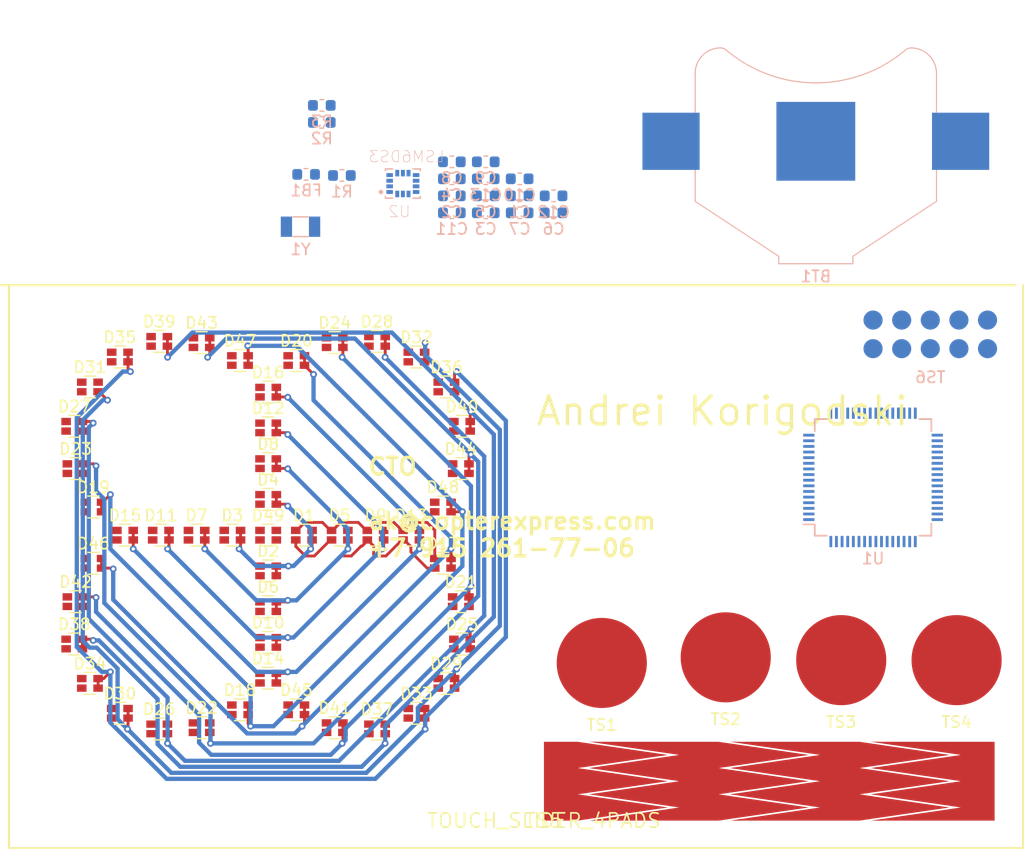
<source format=kicad_pcb>
(kicad_pcb (version 20171130) (host pcbnew 5.0.2+dfsg1-1~bpo9+1)

  (general
    (thickness 0.6)
    (drawings 6)
    (tracks 362)
    (zones 0)
    (modules 76)
    (nets 53)
  )

  (page A4)
  (layers
    (0 F.Cu signal)
    (31 B.Cu signal)
    (32 B.Adhes user)
    (33 F.Adhes user)
    (34 B.Paste user)
    (35 F.Paste user)
    (36 B.SilkS user)
    (37 F.SilkS user)
    (38 B.Mask user)
    (39 F.Mask user)
    (40 Dwgs.User user)
    (41 Cmts.User user)
    (42 Eco1.User user)
    (43 Eco2.User user)
    (44 Edge.Cuts user)
    (45 Margin user)
    (46 B.CrtYd user)
    (47 F.CrtYd user)
    (48 B.Fab user)
    (49 F.Fab user hide)
  )

  (setup
    (last_trace_width 0.254)
    (user_trace_width 0.1524)
    (user_trace_width 0.2032)
    (user_trace_width 0.254)
    (user_trace_width 0.381)
    (user_trace_width 0.508)
    (user_trace_width 1.016)
    (trace_clearance 0.203)
    (zone_clearance 0.508)
    (zone_45_only no)
    (trace_min 0.1524)
    (segment_width 0.2)
    (edge_width 0.15)
    (via_size 0.6)
    (via_drill 0.3)
    (via_min_size 0.6)
    (via_min_drill 0.3)
    (uvia_size 0.3)
    (uvia_drill 0.1)
    (uvias_allowed no)
    (uvia_min_size 0.2)
    (uvia_min_drill 0.1)
    (pcb_text_width 0.3)
    (pcb_text_size 1.5 1.5)
    (mod_edge_width 0.15)
    (mod_text_size 1 1)
    (mod_text_width 0.15)
    (pad_size 1.524 1.524)
    (pad_drill 0.762)
    (pad_to_mask_clearance 0.0254)
    (solder_mask_min_width 0.4)
    (aux_axis_origin 0 0)
    (visible_elements 7FFFF7FF)
    (pcbplotparams
      (layerselection 0x010fc_ffffffff)
      (usegerberextensions false)
      (usegerberattributes false)
      (usegerberadvancedattributes false)
      (creategerberjobfile false)
      (excludeedgelayer true)
      (linewidth 0.100000)
      (plotframeref false)
      (viasonmask false)
      (mode 1)
      (useauxorigin false)
      (hpglpennumber 1)
      (hpglpenspeed 20)
      (hpglpendiameter 15.000000)
      (psnegative false)
      (psa4output false)
      (plotreference true)
      (plotvalue true)
      (plotinvisibletext false)
      (padsonsilk false)
      (subtractmaskfromsilk false)
      (outputformat 1)
      (mirror false)
      (drillshape 1)
      (scaleselection 1)
      (outputdirectory ""))
  )

  (net 0 "")
  (net 1 LED_K0)
  (net 2 LED_K1)
  (net 3 LED_A0)
  (net 4 LED_K3)
  (net 5 LED_K2)
  (net 6 LED_K4)
  (net 7 LED_K5)
  (net 8 LED_K7)
  (net 9 LED_K6)
  (net 10 LED_K8)
  (net 11 LED_A1)
  (net 12 LED_A2)
  (net 13 LED_A3)
  (net 14 LED_A4)
  (net 15 LED_A5)
  (net 16 LED_A6)
  (net 17 LED_A7)
  (net 18 LED_A8)
  (net 19 VDD)
  (net 20 N$2)
  (net 21 MCU_AVDD)
  (net 22 GND)
  (net 23 N$7)
  (net 24 N$6)
  (net 25 N$13)
  (net 26 N$14)
  (net 27 N$5)
  (net 28 N$19)
  (net 29 N$20)
  (net 30 N$16)
  (net 31 N$15)
  (net 32 N$17)
  (net 33 N$18)
  (net 34 N$12)
  (net 35 N$11)
  (net 36 TOUCH_PAD0)
  (net 37 N$1)
  (net 38 TOUCH_PAD1)
  (net 39 TOUCH_PAD2)
  (net 40 TOUCH_PAD3)
  (net 41 N$21)
  (net 42 N$22)
  (net 43 N$23)
  (net 44 N$24)
  (net 45 N$8)
  (net 46 N$10)
  (net 47 N$9)
  (net 48 N$25)
  (net 49 N$26)
  (net 50 LED_K9)
  (net 51 LED_K10)
  (net 52 LED_K11)

  (net_class Default "This is the default net class."
    (clearance 0.203)
    (trace_width 0.254)
    (via_dia 0.6)
    (via_drill 0.3)
    (uvia_dia 0.3)
    (uvia_drill 0.1)
    (add_net GND)
    (add_net LED_A0)
    (add_net LED_A1)
    (add_net LED_A2)
    (add_net LED_A3)
    (add_net LED_A4)
    (add_net LED_A5)
    (add_net LED_A6)
    (add_net LED_A7)
    (add_net LED_A8)
    (add_net LED_K0)
    (add_net LED_K1)
    (add_net LED_K10)
    (add_net LED_K11)
    (add_net LED_K2)
    (add_net LED_K3)
    (add_net LED_K4)
    (add_net LED_K5)
    (add_net LED_K6)
    (add_net LED_K7)
    (add_net LED_K8)
    (add_net LED_K9)
    (add_net MCU_AVDD)
    (add_net N$1)
    (add_net N$10)
    (add_net N$11)
    (add_net N$12)
    (add_net N$13)
    (add_net N$14)
    (add_net N$15)
    (add_net N$16)
    (add_net N$17)
    (add_net N$18)
    (add_net N$19)
    (add_net N$2)
    (add_net N$20)
    (add_net N$21)
    (add_net N$22)
    (add_net N$23)
    (add_net N$24)
    (add_net N$25)
    (add_net N$26)
    (add_net N$5)
    (add_net N$6)
    (add_net N$7)
    (add_net N$8)
    (add_net N$9)
    (add_net TOUCH_PAD0)
    (add_net TOUCH_PAD1)
    (add_net TOUCH_PAD2)
    (add_net TOUCH_PAD3)
    (add_net VDD)
  )

  (module footprints:LED_DUAL_0606 (layer F.Cu) (tedit 5C944CBE) (tstamp 5C9983F6)
    (at 96.175 57.2)
    (descr "Dual LED LTST-C195KGJRKT")
    (tags led)
    (path /top/13427934159214761037)
    (attr smd)
    (fp_text reference D1 (at 0 -1.75) (layer F.SilkS)
      (effects (font (size 1 1) (thickness 0.15)))
    )
    (fp_text value LED_Dual_AACC (at 0 2.1) (layer F.Fab)
      (effects (font (size 1 1) (thickness 0.15)))
    )
    (fp_line (start 1.55 1.05) (end -1.55 1.05) (layer F.CrtYd) (width 0.05))
    (fp_line (start 1.55 1.05) (end 1.55 -1.05) (layer F.CrtYd) (width 0.05))
    (fp_line (start -1.55 -1.05) (end -1.55 1.05) (layer F.CrtYd) (width 0.05))
    (fp_line (start -1.55 -1.05) (end 1.55 -1.05) (layer F.CrtYd) (width 0.05))
    (fp_line (start 0.5 -0.97) (end -0.5 -0.97) (layer F.SilkS) (width 0.12))
    (fp_line (start 0.5 0.97) (end -0.5 0.97) (layer F.SilkS) (width 0.12))
    (fp_line (start -0.8 0.8) (end -0.8 -0.8) (layer F.Fab) (width 0.1))
    (fp_line (start 0.8 0.8) (end -0.8 0.8) (layer F.Fab) (width 0.1))
    (fp_line (start 0.8 -0.8) (end 0.8 0.8) (layer F.Fab) (width 0.1))
    (fp_line (start -0.8 -0.8) (end 0.8 -0.8) (layer F.Fab) (width 0.1))
    (fp_text user %R (at 0 -1.75) (layer F.Fab)
      (effects (font (size 1 1) (thickness 0.15)))
    )
    (pad 3 smd rect (at 0.725 -0.425) (size 0.85 0.65) (layers F.Cu F.Paste F.Mask)
      (net 1 LED_K0))
    (pad 4 smd rect (at 0.725 0.425) (size 0.85 0.65) (layers F.Cu F.Paste F.Mask)
      (net 1 LED_K0))
    (pad 2 smd rect (at -0.725 0.425) (size 0.85 0.65) (layers F.Cu F.Paste F.Mask)
      (net 11 LED_A1))
    (pad 1 smd rect (at -0.725 -0.425) (size 0.85 0.65) (layers F.Cu F.Paste F.Mask)
      (net 3 LED_A0))
    (model ${KISYS3DMOD}/Resistor_SMD.3dshapes/R_Array_Convex_2x0603.wrl
      (at (xyz 0 0 0))
      (scale (xyz 1 1 1))
      (rotate (xyz 0 0 0))
    )
  )

  (module footprints:LED_DUAL_0606 (layer F.Cu) (tedit 5C944CBE) (tstamp 5C998409)
    (at 93 60.375)
    (descr "Dual LED LTST-C195KGJRKT")
    (tags led)
    (path /top/11889171439053832813)
    (attr smd)
    (fp_text reference D2 (at 0 -1.75) (layer F.SilkS)
      (effects (font (size 1 1) (thickness 0.15)))
    )
    (fp_text value LED_Dual_AACC (at 0 2.1) (layer F.Fab)
      (effects (font (size 1 1) (thickness 0.15)))
    )
    (fp_line (start 1.55 1.05) (end -1.55 1.05) (layer F.CrtYd) (width 0.05))
    (fp_line (start 1.55 1.05) (end 1.55 -1.05) (layer F.CrtYd) (width 0.05))
    (fp_line (start -1.55 -1.05) (end -1.55 1.05) (layer F.CrtYd) (width 0.05))
    (fp_line (start -1.55 -1.05) (end 1.55 -1.05) (layer F.CrtYd) (width 0.05))
    (fp_line (start 0.5 -0.97) (end -0.5 -0.97) (layer F.SilkS) (width 0.12))
    (fp_line (start 0.5 0.97) (end -0.5 0.97) (layer F.SilkS) (width 0.12))
    (fp_line (start -0.8 0.8) (end -0.8 -0.8) (layer F.Fab) (width 0.1))
    (fp_line (start 0.8 0.8) (end -0.8 0.8) (layer F.Fab) (width 0.1))
    (fp_line (start 0.8 -0.8) (end 0.8 0.8) (layer F.Fab) (width 0.1))
    (fp_line (start -0.8 -0.8) (end 0.8 -0.8) (layer F.Fab) (width 0.1))
    (fp_text user %R (at 0 -1.75) (layer F.Fab)
      (effects (font (size 1 1) (thickness 0.15)))
    )
    (pad 3 smd rect (at 0.725 -0.425) (size 0.85 0.65) (layers F.Cu F.Paste F.Mask)
      (net 1 LED_K0))
    (pad 4 smd rect (at 0.725 0.425) (size 0.85 0.65) (layers F.Cu F.Paste F.Mask)
      (net 1 LED_K0))
    (pad 2 smd rect (at -0.725 0.425) (size 0.85 0.65) (layers F.Cu F.Paste F.Mask)
      (net 13 LED_A3))
    (pad 1 smd rect (at -0.725 -0.425) (size 0.85 0.65) (layers F.Cu F.Paste F.Mask)
      (net 12 LED_A2))
    (model ${KISYS3DMOD}/Resistor_SMD.3dshapes/R_Array_Convex_2x0603.wrl
      (at (xyz 0 0 0))
      (scale (xyz 1 1 1))
      (rotate (xyz 0 0 0))
    )
  )

  (module footprints:LED_DUAL_0606 (layer F.Cu) (tedit 5C944CBE) (tstamp 5C99841C)
    (at 89.825 57.2)
    (descr "Dual LED LTST-C195KGJRKT")
    (tags led)
    (path /top/17696036038314515393)
    (attr smd)
    (fp_text reference D3 (at 0 -1.75) (layer F.SilkS)
      (effects (font (size 1 1) (thickness 0.15)))
    )
    (fp_text value LED_Dual_AACC (at 0 2.1) (layer F.Fab)
      (effects (font (size 1 1) (thickness 0.15)))
    )
    (fp_line (start 1.55 1.05) (end -1.55 1.05) (layer F.CrtYd) (width 0.05))
    (fp_line (start 1.55 1.05) (end 1.55 -1.05) (layer F.CrtYd) (width 0.05))
    (fp_line (start -1.55 -1.05) (end -1.55 1.05) (layer F.CrtYd) (width 0.05))
    (fp_line (start -1.55 -1.05) (end 1.55 -1.05) (layer F.CrtYd) (width 0.05))
    (fp_line (start 0.5 -0.97) (end -0.5 -0.97) (layer F.SilkS) (width 0.12))
    (fp_line (start 0.5 0.97) (end -0.5 0.97) (layer F.SilkS) (width 0.12))
    (fp_line (start -0.8 0.8) (end -0.8 -0.8) (layer F.Fab) (width 0.1))
    (fp_line (start 0.8 0.8) (end -0.8 0.8) (layer F.Fab) (width 0.1))
    (fp_line (start 0.8 -0.8) (end 0.8 0.8) (layer F.Fab) (width 0.1))
    (fp_line (start -0.8 -0.8) (end 0.8 -0.8) (layer F.Fab) (width 0.1))
    (fp_text user %R (at 0 -1.75) (layer F.Fab)
      (effects (font (size 1 1) (thickness 0.15)))
    )
    (pad 3 smd rect (at 0.725 -0.425) (size 0.85 0.65) (layers F.Cu F.Paste F.Mask)
      (net 1 LED_K0))
    (pad 4 smd rect (at 0.725 0.425) (size 0.85 0.65) (layers F.Cu F.Paste F.Mask)
      (net 1 LED_K0))
    (pad 2 smd rect (at -0.725 0.425) (size 0.85 0.65) (layers F.Cu F.Paste F.Mask)
      (net 15 LED_A5))
    (pad 1 smd rect (at -0.725 -0.425) (size 0.85 0.65) (layers F.Cu F.Paste F.Mask)
      (net 14 LED_A4))
    (model ${KISYS3DMOD}/Resistor_SMD.3dshapes/R_Array_Convex_2x0603.wrl
      (at (xyz 0 0 0))
      (scale (xyz 1 1 1))
      (rotate (xyz 0 0 0))
    )
  )

  (module footprints:LED_DUAL_0606 (layer F.Cu) (tedit 5C944CBE) (tstamp 5C99842F)
    (at 93 54.025)
    (descr "Dual LED LTST-C195KGJRKT")
    (tags led)
    (path /top/92385191582833380)
    (attr smd)
    (fp_text reference D4 (at 0 -1.75) (layer F.SilkS)
      (effects (font (size 1 1) (thickness 0.15)))
    )
    (fp_text value LED_Dual_AACC (at 0 2.1) (layer F.Fab)
      (effects (font (size 1 1) (thickness 0.15)))
    )
    (fp_line (start 1.55 1.05) (end -1.55 1.05) (layer F.CrtYd) (width 0.05))
    (fp_line (start 1.55 1.05) (end 1.55 -1.05) (layer F.CrtYd) (width 0.05))
    (fp_line (start -1.55 -1.05) (end -1.55 1.05) (layer F.CrtYd) (width 0.05))
    (fp_line (start -1.55 -1.05) (end 1.55 -1.05) (layer F.CrtYd) (width 0.05))
    (fp_line (start 0.5 -0.97) (end -0.5 -0.97) (layer F.SilkS) (width 0.12))
    (fp_line (start 0.5 0.97) (end -0.5 0.97) (layer F.SilkS) (width 0.12))
    (fp_line (start -0.8 0.8) (end -0.8 -0.8) (layer F.Fab) (width 0.1))
    (fp_line (start 0.8 0.8) (end -0.8 0.8) (layer F.Fab) (width 0.1))
    (fp_line (start 0.8 -0.8) (end 0.8 0.8) (layer F.Fab) (width 0.1))
    (fp_line (start -0.8 -0.8) (end 0.8 -0.8) (layer F.Fab) (width 0.1))
    (fp_text user %R (at 0 -1.75) (layer F.Fab)
      (effects (font (size 1 1) (thickness 0.15)))
    )
    (pad 3 smd rect (at 0.725 -0.425) (size 0.85 0.65) (layers F.Cu F.Paste F.Mask)
      (net 1 LED_K0))
    (pad 4 smd rect (at 0.725 0.425) (size 0.85 0.65) (layers F.Cu F.Paste F.Mask)
      (net 1 LED_K0))
    (pad 2 smd rect (at -0.725 0.425) (size 0.85 0.65) (layers F.Cu F.Paste F.Mask)
      (net 17 LED_A7))
    (pad 1 smd rect (at -0.725 -0.425) (size 0.85 0.65) (layers F.Cu F.Paste F.Mask)
      (net 16 LED_A6))
    (model ${KISYS3DMOD}/Resistor_SMD.3dshapes/R_Array_Convex_2x0603.wrl
      (at (xyz 0 0 0))
      (scale (xyz 1 1 1))
      (rotate (xyz 0 0 0))
    )
  )

  (module footprints:LED_DUAL_0606 (layer F.Cu) (tedit 5C944CBE) (tstamp 5C998442)
    (at 99.35 57.2)
    (descr "Dual LED LTST-C195KGJRKT")
    (tags led)
    (path /top/1190405081309405297)
    (attr smd)
    (fp_text reference D5 (at 0 -1.75) (layer F.SilkS)
      (effects (font (size 1 1) (thickness 0.15)))
    )
    (fp_text value LED_Dual_AACC (at 0 2.1) (layer F.Fab)
      (effects (font (size 1 1) (thickness 0.15)))
    )
    (fp_line (start 1.55 1.05) (end -1.55 1.05) (layer F.CrtYd) (width 0.05))
    (fp_line (start 1.55 1.05) (end 1.55 -1.05) (layer F.CrtYd) (width 0.05))
    (fp_line (start -1.55 -1.05) (end -1.55 1.05) (layer F.CrtYd) (width 0.05))
    (fp_line (start -1.55 -1.05) (end 1.55 -1.05) (layer F.CrtYd) (width 0.05))
    (fp_line (start 0.5 -0.97) (end -0.5 -0.97) (layer F.SilkS) (width 0.12))
    (fp_line (start 0.5 0.97) (end -0.5 0.97) (layer F.SilkS) (width 0.12))
    (fp_line (start -0.8 0.8) (end -0.8 -0.8) (layer F.Fab) (width 0.1))
    (fp_line (start 0.8 0.8) (end -0.8 0.8) (layer F.Fab) (width 0.1))
    (fp_line (start 0.8 -0.8) (end 0.8 0.8) (layer F.Fab) (width 0.1))
    (fp_line (start -0.8 -0.8) (end 0.8 -0.8) (layer F.Fab) (width 0.1))
    (fp_text user %R (at 0 -1.75) (layer F.Fab)
      (effects (font (size 1 1) (thickness 0.15)))
    )
    (pad 3 smd rect (at 0.725 -0.425) (size 0.85 0.65) (layers F.Cu F.Paste F.Mask)
      (net 2 LED_K1))
    (pad 4 smd rect (at 0.725 0.425) (size 0.85 0.65) (layers F.Cu F.Paste F.Mask)
      (net 2 LED_K1))
    (pad 2 smd rect (at -0.725 0.425) (size 0.85 0.65) (layers F.Cu F.Paste F.Mask)
      (net 11 LED_A1))
    (pad 1 smd rect (at -0.725 -0.425) (size 0.85 0.65) (layers F.Cu F.Paste F.Mask)
      (net 3 LED_A0))
    (model ${KISYS3DMOD}/Resistor_SMD.3dshapes/R_Array_Convex_2x0603.wrl
      (at (xyz 0 0 0))
      (scale (xyz 1 1 1))
      (rotate (xyz 0 0 0))
    )
  )

  (module footprints:LED_DUAL_0606 (layer F.Cu) (tedit 5C944CBE) (tstamp 5C998455)
    (at 93 63.55)
    (descr "Dual LED LTST-C195KGJRKT")
    (tags led)
    (path /top/7062601140109949772)
    (attr smd)
    (fp_text reference D6 (at 0 -1.75) (layer F.SilkS)
      (effects (font (size 1 1) (thickness 0.15)))
    )
    (fp_text value LED_Dual_AACC (at 0 2.1) (layer F.Fab)
      (effects (font (size 1 1) (thickness 0.15)))
    )
    (fp_line (start 1.55 1.05) (end -1.55 1.05) (layer F.CrtYd) (width 0.05))
    (fp_line (start 1.55 1.05) (end 1.55 -1.05) (layer F.CrtYd) (width 0.05))
    (fp_line (start -1.55 -1.05) (end -1.55 1.05) (layer F.CrtYd) (width 0.05))
    (fp_line (start -1.55 -1.05) (end 1.55 -1.05) (layer F.CrtYd) (width 0.05))
    (fp_line (start 0.5 -0.97) (end -0.5 -0.97) (layer F.SilkS) (width 0.12))
    (fp_line (start 0.5 0.97) (end -0.5 0.97) (layer F.SilkS) (width 0.12))
    (fp_line (start -0.8 0.8) (end -0.8 -0.8) (layer F.Fab) (width 0.1))
    (fp_line (start 0.8 0.8) (end -0.8 0.8) (layer F.Fab) (width 0.1))
    (fp_line (start 0.8 -0.8) (end 0.8 0.8) (layer F.Fab) (width 0.1))
    (fp_line (start -0.8 -0.8) (end 0.8 -0.8) (layer F.Fab) (width 0.1))
    (fp_text user %R (at 0 -1.75) (layer F.Fab)
      (effects (font (size 1 1) (thickness 0.15)))
    )
    (pad 3 smd rect (at 0.725 -0.425) (size 0.85 0.65) (layers F.Cu F.Paste F.Mask)
      (net 2 LED_K1))
    (pad 4 smd rect (at 0.725 0.425) (size 0.85 0.65) (layers F.Cu F.Paste F.Mask)
      (net 2 LED_K1))
    (pad 2 smd rect (at -0.725 0.425) (size 0.85 0.65) (layers F.Cu F.Paste F.Mask)
      (net 13 LED_A3))
    (pad 1 smd rect (at -0.725 -0.425) (size 0.85 0.65) (layers F.Cu F.Paste F.Mask)
      (net 12 LED_A2))
    (model ${KISYS3DMOD}/Resistor_SMD.3dshapes/R_Array_Convex_2x0603.wrl
      (at (xyz 0 0 0))
      (scale (xyz 1 1 1))
      (rotate (xyz 0 0 0))
    )
  )

  (module footprints:LED_DUAL_0606 (layer F.Cu) (tedit 5C944CBE) (tstamp 5C998468)
    (at 86.65 57.2)
    (descr "Dual LED LTST-C195KGJRKT")
    (tags led)
    (path /top/11832447084583499414)
    (attr smd)
    (fp_text reference D7 (at 0 -1.75) (layer F.SilkS)
      (effects (font (size 1 1) (thickness 0.15)))
    )
    (fp_text value LED_Dual_AACC (at 0 2.1) (layer F.Fab)
      (effects (font (size 1 1) (thickness 0.15)))
    )
    (fp_line (start 1.55 1.05) (end -1.55 1.05) (layer F.CrtYd) (width 0.05))
    (fp_line (start 1.55 1.05) (end 1.55 -1.05) (layer F.CrtYd) (width 0.05))
    (fp_line (start -1.55 -1.05) (end -1.55 1.05) (layer F.CrtYd) (width 0.05))
    (fp_line (start -1.55 -1.05) (end 1.55 -1.05) (layer F.CrtYd) (width 0.05))
    (fp_line (start 0.5 -0.97) (end -0.5 -0.97) (layer F.SilkS) (width 0.12))
    (fp_line (start 0.5 0.97) (end -0.5 0.97) (layer F.SilkS) (width 0.12))
    (fp_line (start -0.8 0.8) (end -0.8 -0.8) (layer F.Fab) (width 0.1))
    (fp_line (start 0.8 0.8) (end -0.8 0.8) (layer F.Fab) (width 0.1))
    (fp_line (start 0.8 -0.8) (end 0.8 0.8) (layer F.Fab) (width 0.1))
    (fp_line (start -0.8 -0.8) (end 0.8 -0.8) (layer F.Fab) (width 0.1))
    (fp_text user %R (at 0 -1.75) (layer F.Fab)
      (effects (font (size 1 1) (thickness 0.15)))
    )
    (pad 3 smd rect (at 0.725 -0.425) (size 0.85 0.65) (layers F.Cu F.Paste F.Mask)
      (net 2 LED_K1))
    (pad 4 smd rect (at 0.725 0.425) (size 0.85 0.65) (layers F.Cu F.Paste F.Mask)
      (net 2 LED_K1))
    (pad 2 smd rect (at -0.725 0.425) (size 0.85 0.65) (layers F.Cu F.Paste F.Mask)
      (net 15 LED_A5))
    (pad 1 smd rect (at -0.725 -0.425) (size 0.85 0.65) (layers F.Cu F.Paste F.Mask)
      (net 14 LED_A4))
    (model ${KISYS3DMOD}/Resistor_SMD.3dshapes/R_Array_Convex_2x0603.wrl
      (at (xyz 0 0 0))
      (scale (xyz 1 1 1))
      (rotate (xyz 0 0 0))
    )
  )

  (module footprints:LED_DUAL_0606 (layer F.Cu) (tedit 5C944CBE) (tstamp 5C99847B)
    (at 93 50.85)
    (descr "Dual LED LTST-C195KGJRKT")
    (tags led)
    (path /top/9514277678187201044)
    (attr smd)
    (fp_text reference D8 (at 0 -1.75) (layer F.SilkS)
      (effects (font (size 1 1) (thickness 0.15)))
    )
    (fp_text value LED_Dual_AACC (at 0 2.1) (layer F.Fab)
      (effects (font (size 1 1) (thickness 0.15)))
    )
    (fp_line (start 1.55 1.05) (end -1.55 1.05) (layer F.CrtYd) (width 0.05))
    (fp_line (start 1.55 1.05) (end 1.55 -1.05) (layer F.CrtYd) (width 0.05))
    (fp_line (start -1.55 -1.05) (end -1.55 1.05) (layer F.CrtYd) (width 0.05))
    (fp_line (start -1.55 -1.05) (end 1.55 -1.05) (layer F.CrtYd) (width 0.05))
    (fp_line (start 0.5 -0.97) (end -0.5 -0.97) (layer F.SilkS) (width 0.12))
    (fp_line (start 0.5 0.97) (end -0.5 0.97) (layer F.SilkS) (width 0.12))
    (fp_line (start -0.8 0.8) (end -0.8 -0.8) (layer F.Fab) (width 0.1))
    (fp_line (start 0.8 0.8) (end -0.8 0.8) (layer F.Fab) (width 0.1))
    (fp_line (start 0.8 -0.8) (end 0.8 0.8) (layer F.Fab) (width 0.1))
    (fp_line (start -0.8 -0.8) (end 0.8 -0.8) (layer F.Fab) (width 0.1))
    (fp_text user %R (at 0 -1.75) (layer F.Fab)
      (effects (font (size 1 1) (thickness 0.15)))
    )
    (pad 3 smd rect (at 0.725 -0.425) (size 0.85 0.65) (layers F.Cu F.Paste F.Mask)
      (net 2 LED_K1))
    (pad 4 smd rect (at 0.725 0.425) (size 0.85 0.65) (layers F.Cu F.Paste F.Mask)
      (net 2 LED_K1))
    (pad 2 smd rect (at -0.725 0.425) (size 0.85 0.65) (layers F.Cu F.Paste F.Mask)
      (net 17 LED_A7))
    (pad 1 smd rect (at -0.725 -0.425) (size 0.85 0.65) (layers F.Cu F.Paste F.Mask)
      (net 16 LED_A6))
    (model ${KISYS3DMOD}/Resistor_SMD.3dshapes/R_Array_Convex_2x0603.wrl
      (at (xyz 0 0 0))
      (scale (xyz 1 1 1))
      (rotate (xyz 0 0 0))
    )
  )

  (module footprints:LED_DUAL_0606 (layer F.Cu) (tedit 5C944CBE) (tstamp 5C99848E)
    (at 102.525 57.2)
    (descr "Dual LED LTST-C195KGJRKT")
    (tags led)
    (path /top/4765776908642064841)
    (attr smd)
    (fp_text reference D9 (at 0 -1.75) (layer F.SilkS)
      (effects (font (size 1 1) (thickness 0.15)))
    )
    (fp_text value LED_Dual_AACC (at 0 2.1) (layer F.Fab)
      (effects (font (size 1 1) (thickness 0.15)))
    )
    (fp_line (start 1.55 1.05) (end -1.55 1.05) (layer F.CrtYd) (width 0.05))
    (fp_line (start 1.55 1.05) (end 1.55 -1.05) (layer F.CrtYd) (width 0.05))
    (fp_line (start -1.55 -1.05) (end -1.55 1.05) (layer F.CrtYd) (width 0.05))
    (fp_line (start -1.55 -1.05) (end 1.55 -1.05) (layer F.CrtYd) (width 0.05))
    (fp_line (start 0.5 -0.97) (end -0.5 -0.97) (layer F.SilkS) (width 0.12))
    (fp_line (start 0.5 0.97) (end -0.5 0.97) (layer F.SilkS) (width 0.12))
    (fp_line (start -0.8 0.8) (end -0.8 -0.8) (layer F.Fab) (width 0.1))
    (fp_line (start 0.8 0.8) (end -0.8 0.8) (layer F.Fab) (width 0.1))
    (fp_line (start 0.8 -0.8) (end 0.8 0.8) (layer F.Fab) (width 0.1))
    (fp_line (start -0.8 -0.8) (end 0.8 -0.8) (layer F.Fab) (width 0.1))
    (fp_text user %R (at 0 -1.75) (layer F.Fab)
      (effects (font (size 1 1) (thickness 0.15)))
    )
    (pad 3 smd rect (at 0.725 -0.425) (size 0.85 0.65) (layers F.Cu F.Paste F.Mask)
      (net 5 LED_K2))
    (pad 4 smd rect (at 0.725 0.425) (size 0.85 0.65) (layers F.Cu F.Paste F.Mask)
      (net 5 LED_K2))
    (pad 2 smd rect (at -0.725 0.425) (size 0.85 0.65) (layers F.Cu F.Paste F.Mask)
      (net 11 LED_A1))
    (pad 1 smd rect (at -0.725 -0.425) (size 0.85 0.65) (layers F.Cu F.Paste F.Mask)
      (net 3 LED_A0))
    (model ${KISYS3DMOD}/Resistor_SMD.3dshapes/R_Array_Convex_2x0603.wrl
      (at (xyz 0 0 0))
      (scale (xyz 1 1 1))
      (rotate (xyz 0 0 0))
    )
  )

  (module footprints:LED_DUAL_0606 (layer F.Cu) (tedit 5C944CBE) (tstamp 5C9984A1)
    (at 93 66.724999)
    (descr "Dual LED LTST-C195KGJRKT")
    (tags led)
    (path /top/13752725906387256797)
    (attr smd)
    (fp_text reference D10 (at 0 -1.75) (layer F.SilkS)
      (effects (font (size 1 1) (thickness 0.15)))
    )
    (fp_text value LED_Dual_AACC (at 0 2.1) (layer F.Fab)
      (effects (font (size 1 1) (thickness 0.15)))
    )
    (fp_line (start 1.55 1.05) (end -1.55 1.05) (layer F.CrtYd) (width 0.05))
    (fp_line (start 1.55 1.05) (end 1.55 -1.05) (layer F.CrtYd) (width 0.05))
    (fp_line (start -1.55 -1.05) (end -1.55 1.05) (layer F.CrtYd) (width 0.05))
    (fp_line (start -1.55 -1.05) (end 1.55 -1.05) (layer F.CrtYd) (width 0.05))
    (fp_line (start 0.5 -0.97) (end -0.5 -0.97) (layer F.SilkS) (width 0.12))
    (fp_line (start 0.5 0.97) (end -0.5 0.97) (layer F.SilkS) (width 0.12))
    (fp_line (start -0.8 0.8) (end -0.8 -0.8) (layer F.Fab) (width 0.1))
    (fp_line (start 0.8 0.8) (end -0.8 0.8) (layer F.Fab) (width 0.1))
    (fp_line (start 0.8 -0.8) (end 0.8 0.8) (layer F.Fab) (width 0.1))
    (fp_line (start -0.8 -0.8) (end 0.8 -0.8) (layer F.Fab) (width 0.1))
    (fp_text user %R (at 0 -1.75) (layer F.Fab)
      (effects (font (size 1 1) (thickness 0.15)))
    )
    (pad 3 smd rect (at 0.725 -0.425) (size 0.85 0.65) (layers F.Cu F.Paste F.Mask)
      (net 5 LED_K2))
    (pad 4 smd rect (at 0.725 0.425) (size 0.85 0.65) (layers F.Cu F.Paste F.Mask)
      (net 5 LED_K2))
    (pad 2 smd rect (at -0.725 0.425) (size 0.85 0.65) (layers F.Cu F.Paste F.Mask)
      (net 13 LED_A3))
    (pad 1 smd rect (at -0.725 -0.425) (size 0.85 0.65) (layers F.Cu F.Paste F.Mask)
      (net 12 LED_A2))
    (model ${KISYS3DMOD}/Resistor_SMD.3dshapes/R_Array_Convex_2x0603.wrl
      (at (xyz 0 0 0))
      (scale (xyz 1 1 1))
      (rotate (xyz 0 0 0))
    )
  )

  (module footprints:LED_DUAL_0606 (layer F.Cu) (tedit 5C944CBE) (tstamp 5C9984B4)
    (at 83.475 57.2)
    (descr "Dual LED LTST-C195KGJRKT")
    (tags led)
    (path /top/1934565712161503566)
    (attr smd)
    (fp_text reference D11 (at 0 -1.75) (layer F.SilkS)
      (effects (font (size 1 1) (thickness 0.15)))
    )
    (fp_text value LED_Dual_AACC (at 0 2.1) (layer F.Fab)
      (effects (font (size 1 1) (thickness 0.15)))
    )
    (fp_line (start 1.55 1.05) (end -1.55 1.05) (layer F.CrtYd) (width 0.05))
    (fp_line (start 1.55 1.05) (end 1.55 -1.05) (layer F.CrtYd) (width 0.05))
    (fp_line (start -1.55 -1.05) (end -1.55 1.05) (layer F.CrtYd) (width 0.05))
    (fp_line (start -1.55 -1.05) (end 1.55 -1.05) (layer F.CrtYd) (width 0.05))
    (fp_line (start 0.5 -0.97) (end -0.5 -0.97) (layer F.SilkS) (width 0.12))
    (fp_line (start 0.5 0.97) (end -0.5 0.97) (layer F.SilkS) (width 0.12))
    (fp_line (start -0.8 0.8) (end -0.8 -0.8) (layer F.Fab) (width 0.1))
    (fp_line (start 0.8 0.8) (end -0.8 0.8) (layer F.Fab) (width 0.1))
    (fp_line (start 0.8 -0.8) (end 0.8 0.8) (layer F.Fab) (width 0.1))
    (fp_line (start -0.8 -0.8) (end 0.8 -0.8) (layer F.Fab) (width 0.1))
    (fp_text user %R (at 0 -1.75) (layer F.Fab)
      (effects (font (size 1 1) (thickness 0.15)))
    )
    (pad 3 smd rect (at 0.725 -0.425) (size 0.85 0.65) (layers F.Cu F.Paste F.Mask)
      (net 5 LED_K2))
    (pad 4 smd rect (at 0.725 0.425) (size 0.85 0.65) (layers F.Cu F.Paste F.Mask)
      (net 5 LED_K2))
    (pad 2 smd rect (at -0.725 0.425) (size 0.85 0.65) (layers F.Cu F.Paste F.Mask)
      (net 15 LED_A5))
    (pad 1 smd rect (at -0.725 -0.425) (size 0.85 0.65) (layers F.Cu F.Paste F.Mask)
      (net 14 LED_A4))
    (model ${KISYS3DMOD}/Resistor_SMD.3dshapes/R_Array_Convex_2x0603.wrl
      (at (xyz 0 0 0))
      (scale (xyz 1 1 1))
      (rotate (xyz 0 0 0))
    )
  )

  (module footprints:LED_DUAL_0606 (layer F.Cu) (tedit 5C944CBE) (tstamp 5C9984C7)
    (at 93 47.675)
    (descr "Dual LED LTST-C195KGJRKT")
    (tags led)
    (path /top/3567116085416782392)
    (attr smd)
    (fp_text reference D12 (at 0 -1.75) (layer F.SilkS)
      (effects (font (size 1 1) (thickness 0.15)))
    )
    (fp_text value LED_Dual_AACC (at 0 2.1) (layer F.Fab)
      (effects (font (size 1 1) (thickness 0.15)))
    )
    (fp_line (start 1.55 1.05) (end -1.55 1.05) (layer F.CrtYd) (width 0.05))
    (fp_line (start 1.55 1.05) (end 1.55 -1.05) (layer F.CrtYd) (width 0.05))
    (fp_line (start -1.55 -1.05) (end -1.55 1.05) (layer F.CrtYd) (width 0.05))
    (fp_line (start -1.55 -1.05) (end 1.55 -1.05) (layer F.CrtYd) (width 0.05))
    (fp_line (start 0.5 -0.97) (end -0.5 -0.97) (layer F.SilkS) (width 0.12))
    (fp_line (start 0.5 0.97) (end -0.5 0.97) (layer F.SilkS) (width 0.12))
    (fp_line (start -0.8 0.8) (end -0.8 -0.8) (layer F.Fab) (width 0.1))
    (fp_line (start 0.8 0.8) (end -0.8 0.8) (layer F.Fab) (width 0.1))
    (fp_line (start 0.8 -0.8) (end 0.8 0.8) (layer F.Fab) (width 0.1))
    (fp_line (start -0.8 -0.8) (end 0.8 -0.8) (layer F.Fab) (width 0.1))
    (fp_text user %R (at 0 -1.75) (layer F.Fab)
      (effects (font (size 1 1) (thickness 0.15)))
    )
    (pad 3 smd rect (at 0.725 -0.425) (size 0.85 0.65) (layers F.Cu F.Paste F.Mask)
      (net 5 LED_K2))
    (pad 4 smd rect (at 0.725 0.425) (size 0.85 0.65) (layers F.Cu F.Paste F.Mask)
      (net 5 LED_K2))
    (pad 2 smd rect (at -0.725 0.425) (size 0.85 0.65) (layers F.Cu F.Paste F.Mask)
      (net 17 LED_A7))
    (pad 1 smd rect (at -0.725 -0.425) (size 0.85 0.65) (layers F.Cu F.Paste F.Mask)
      (net 16 LED_A6))
    (model ${KISYS3DMOD}/Resistor_SMD.3dshapes/R_Array_Convex_2x0603.wrl
      (at (xyz 0 0 0))
      (scale (xyz 1 1 1))
      (rotate (xyz 0 0 0))
    )
  )

  (module footprints:LED_DUAL_0606 (layer F.Cu) (tedit 5C944CBE) (tstamp 5C9984DA)
    (at 105.7 57.2)
    (descr "Dual LED LTST-C195KGJRKT")
    (tags led)
    (path /top/4666501513711878346)
    (attr smd)
    (fp_text reference D13 (at 0 -1.75) (layer F.SilkS)
      (effects (font (size 1 1) (thickness 0.15)))
    )
    (fp_text value LED_Dual_AACC (at 0 2.1) (layer F.Fab)
      (effects (font (size 1 1) (thickness 0.15)))
    )
    (fp_line (start 1.55 1.05) (end -1.55 1.05) (layer F.CrtYd) (width 0.05))
    (fp_line (start 1.55 1.05) (end 1.55 -1.05) (layer F.CrtYd) (width 0.05))
    (fp_line (start -1.55 -1.05) (end -1.55 1.05) (layer F.CrtYd) (width 0.05))
    (fp_line (start -1.55 -1.05) (end 1.55 -1.05) (layer F.CrtYd) (width 0.05))
    (fp_line (start 0.5 -0.97) (end -0.5 -0.97) (layer F.SilkS) (width 0.12))
    (fp_line (start 0.5 0.97) (end -0.5 0.97) (layer F.SilkS) (width 0.12))
    (fp_line (start -0.8 0.8) (end -0.8 -0.8) (layer F.Fab) (width 0.1))
    (fp_line (start 0.8 0.8) (end -0.8 0.8) (layer F.Fab) (width 0.1))
    (fp_line (start 0.8 -0.8) (end 0.8 0.8) (layer F.Fab) (width 0.1))
    (fp_line (start -0.8 -0.8) (end 0.8 -0.8) (layer F.Fab) (width 0.1))
    (fp_text user %R (at 0 -1.75) (layer F.Fab)
      (effects (font (size 1 1) (thickness 0.15)))
    )
    (pad 3 smd rect (at 0.725 -0.425) (size 0.85 0.65) (layers F.Cu F.Paste F.Mask)
      (net 4 LED_K3))
    (pad 4 smd rect (at 0.725 0.425) (size 0.85 0.65) (layers F.Cu F.Paste F.Mask)
      (net 4 LED_K3))
    (pad 2 smd rect (at -0.725 0.425) (size 0.85 0.65) (layers F.Cu F.Paste F.Mask)
      (net 11 LED_A1))
    (pad 1 smd rect (at -0.725 -0.425) (size 0.85 0.65) (layers F.Cu F.Paste F.Mask)
      (net 3 LED_A0))
    (model ${KISYS3DMOD}/Resistor_SMD.3dshapes/R_Array_Convex_2x0603.wrl
      (at (xyz 0 0 0))
      (scale (xyz 1 1 1))
      (rotate (xyz 0 0 0))
    )
  )

  (module footprints:LED_DUAL_0606 (layer F.Cu) (tedit 5C944CBE) (tstamp 5C9984ED)
    (at 93 69.9)
    (descr "Dual LED LTST-C195KGJRKT")
    (tags led)
    (path /top/6238554217568430724)
    (attr smd)
    (fp_text reference D14 (at 0 -1.75) (layer F.SilkS)
      (effects (font (size 1 1) (thickness 0.15)))
    )
    (fp_text value LED_Dual_AACC (at 0 2.1) (layer F.Fab)
      (effects (font (size 1 1) (thickness 0.15)))
    )
    (fp_line (start 1.55 1.05) (end -1.55 1.05) (layer F.CrtYd) (width 0.05))
    (fp_line (start 1.55 1.05) (end 1.55 -1.05) (layer F.CrtYd) (width 0.05))
    (fp_line (start -1.55 -1.05) (end -1.55 1.05) (layer F.CrtYd) (width 0.05))
    (fp_line (start -1.55 -1.05) (end 1.55 -1.05) (layer F.CrtYd) (width 0.05))
    (fp_line (start 0.5 -0.97) (end -0.5 -0.97) (layer F.SilkS) (width 0.12))
    (fp_line (start 0.5 0.97) (end -0.5 0.97) (layer F.SilkS) (width 0.12))
    (fp_line (start -0.8 0.8) (end -0.8 -0.8) (layer F.Fab) (width 0.1))
    (fp_line (start 0.8 0.8) (end -0.8 0.8) (layer F.Fab) (width 0.1))
    (fp_line (start 0.8 -0.8) (end 0.8 0.8) (layer F.Fab) (width 0.1))
    (fp_line (start -0.8 -0.8) (end 0.8 -0.8) (layer F.Fab) (width 0.1))
    (fp_text user %R (at 0 -1.75) (layer F.Fab)
      (effects (font (size 1 1) (thickness 0.15)))
    )
    (pad 3 smd rect (at 0.725 -0.425) (size 0.85 0.65) (layers F.Cu F.Paste F.Mask)
      (net 4 LED_K3))
    (pad 4 smd rect (at 0.725 0.425) (size 0.85 0.65) (layers F.Cu F.Paste F.Mask)
      (net 4 LED_K3))
    (pad 2 smd rect (at -0.725 0.425) (size 0.85 0.65) (layers F.Cu F.Paste F.Mask)
      (net 13 LED_A3))
    (pad 1 smd rect (at -0.725 -0.425) (size 0.85 0.65) (layers F.Cu F.Paste F.Mask)
      (net 12 LED_A2))
    (model ${KISYS3DMOD}/Resistor_SMD.3dshapes/R_Array_Convex_2x0603.wrl
      (at (xyz 0 0 0))
      (scale (xyz 1 1 1))
      (rotate (xyz 0 0 0))
    )
  )

  (module footprints:LED_DUAL_0606 (layer F.Cu) (tedit 5C944CBE) (tstamp 5C998500)
    (at 80.3 57.2)
    (descr "Dual LED LTST-C195KGJRKT")
    (tags led)
    (path /top/12996817212431404059)
    (attr smd)
    (fp_text reference D15 (at 0 -1.75) (layer F.SilkS)
      (effects (font (size 1 1) (thickness 0.15)))
    )
    (fp_text value LED_Dual_AACC (at 0 2.1) (layer F.Fab)
      (effects (font (size 1 1) (thickness 0.15)))
    )
    (fp_line (start 1.55 1.05) (end -1.55 1.05) (layer F.CrtYd) (width 0.05))
    (fp_line (start 1.55 1.05) (end 1.55 -1.05) (layer F.CrtYd) (width 0.05))
    (fp_line (start -1.55 -1.05) (end -1.55 1.05) (layer F.CrtYd) (width 0.05))
    (fp_line (start -1.55 -1.05) (end 1.55 -1.05) (layer F.CrtYd) (width 0.05))
    (fp_line (start 0.5 -0.97) (end -0.5 -0.97) (layer F.SilkS) (width 0.12))
    (fp_line (start 0.5 0.97) (end -0.5 0.97) (layer F.SilkS) (width 0.12))
    (fp_line (start -0.8 0.8) (end -0.8 -0.8) (layer F.Fab) (width 0.1))
    (fp_line (start 0.8 0.8) (end -0.8 0.8) (layer F.Fab) (width 0.1))
    (fp_line (start 0.8 -0.8) (end 0.8 0.8) (layer F.Fab) (width 0.1))
    (fp_line (start -0.8 -0.8) (end 0.8 -0.8) (layer F.Fab) (width 0.1))
    (fp_text user %R (at 0 -1.75) (layer F.Fab)
      (effects (font (size 1 1) (thickness 0.15)))
    )
    (pad 3 smd rect (at 0.725 -0.425) (size 0.85 0.65) (layers F.Cu F.Paste F.Mask)
      (net 4 LED_K3))
    (pad 4 smd rect (at 0.725 0.425) (size 0.85 0.65) (layers F.Cu F.Paste F.Mask)
      (net 4 LED_K3))
    (pad 2 smd rect (at -0.725 0.425) (size 0.85 0.65) (layers F.Cu F.Paste F.Mask)
      (net 15 LED_A5))
    (pad 1 smd rect (at -0.725 -0.425) (size 0.85 0.65) (layers F.Cu F.Paste F.Mask)
      (net 14 LED_A4))
    (model ${KISYS3DMOD}/Resistor_SMD.3dshapes/R_Array_Convex_2x0603.wrl
      (at (xyz 0 0 0))
      (scale (xyz 1 1 1))
      (rotate (xyz 0 0 0))
    )
  )

  (module footprints:LED_DUAL_0606 (layer F.Cu) (tedit 5C944CBE) (tstamp 5C998513)
    (at 93 44.5)
    (descr "Dual LED LTST-C195KGJRKT")
    (tags led)
    (path /top/1341789707644412943)
    (attr smd)
    (fp_text reference D16 (at 0 -1.75) (layer F.SilkS)
      (effects (font (size 1 1) (thickness 0.15)))
    )
    (fp_text value LED_Dual_AACC (at 0 2.1) (layer F.Fab)
      (effects (font (size 1 1) (thickness 0.15)))
    )
    (fp_line (start 1.55 1.05) (end -1.55 1.05) (layer F.CrtYd) (width 0.05))
    (fp_line (start 1.55 1.05) (end 1.55 -1.05) (layer F.CrtYd) (width 0.05))
    (fp_line (start -1.55 -1.05) (end -1.55 1.05) (layer F.CrtYd) (width 0.05))
    (fp_line (start -1.55 -1.05) (end 1.55 -1.05) (layer F.CrtYd) (width 0.05))
    (fp_line (start 0.5 -0.97) (end -0.5 -0.97) (layer F.SilkS) (width 0.12))
    (fp_line (start 0.5 0.97) (end -0.5 0.97) (layer F.SilkS) (width 0.12))
    (fp_line (start -0.8 0.8) (end -0.8 -0.8) (layer F.Fab) (width 0.1))
    (fp_line (start 0.8 0.8) (end -0.8 0.8) (layer F.Fab) (width 0.1))
    (fp_line (start 0.8 -0.8) (end 0.8 0.8) (layer F.Fab) (width 0.1))
    (fp_line (start -0.8 -0.8) (end 0.8 -0.8) (layer F.Fab) (width 0.1))
    (fp_text user %R (at 0 -1.75) (layer F.Fab)
      (effects (font (size 1 1) (thickness 0.15)))
    )
    (pad 3 smd rect (at 0.725 -0.425) (size 0.85 0.65) (layers F.Cu F.Paste F.Mask)
      (net 4 LED_K3))
    (pad 4 smd rect (at 0.725 0.425) (size 0.85 0.65) (layers F.Cu F.Paste F.Mask)
      (net 4 LED_K3))
    (pad 2 smd rect (at -0.725 0.425) (size 0.85 0.65) (layers F.Cu F.Paste F.Mask)
      (net 17 LED_A7))
    (pad 1 smd rect (at -0.725 -0.425) (size 0.85 0.65) (layers F.Cu F.Paste F.Mask)
      (net 16 LED_A6))
    (model ${KISYS3DMOD}/Resistor_SMD.3dshapes/R_Array_Convex_2x0603.wrl
      (at (xyz 0 0 0))
      (scale (xyz 1 1 1))
      (rotate (xyz 0 0 0))
    )
  )

  (module footprints:LED_DUAL_0606 (layer F.Cu) (tedit 5C944CBE) (tstamp 5C998526)
    (at 108.508852 59.699666)
    (descr "Dual LED LTST-C195KGJRKT")
    (tags led)
    (path /top/17960749486397716847)
    (attr smd)
    (fp_text reference D17 (at 0 -1.75) (layer F.SilkS)
      (effects (font (size 1 1) (thickness 0.15)))
    )
    (fp_text value LED_Dual_AACC (at 0 2.1) (layer F.Fab)
      (effects (font (size 1 1) (thickness 0.15)))
    )
    (fp_line (start 1.55 1.05) (end -1.55 1.05) (layer F.CrtYd) (width 0.05))
    (fp_line (start 1.55 1.05) (end 1.55 -1.05) (layer F.CrtYd) (width 0.05))
    (fp_line (start -1.55 -1.05) (end -1.55 1.05) (layer F.CrtYd) (width 0.05))
    (fp_line (start -1.55 -1.05) (end 1.55 -1.05) (layer F.CrtYd) (width 0.05))
    (fp_line (start 0.5 -0.97) (end -0.5 -0.97) (layer F.SilkS) (width 0.12))
    (fp_line (start 0.5 0.97) (end -0.5 0.97) (layer F.SilkS) (width 0.12))
    (fp_line (start -0.8 0.8) (end -0.8 -0.8) (layer F.Fab) (width 0.1))
    (fp_line (start 0.8 0.8) (end -0.8 0.8) (layer F.Fab) (width 0.1))
    (fp_line (start 0.8 -0.8) (end 0.8 0.8) (layer F.Fab) (width 0.1))
    (fp_line (start -0.8 -0.8) (end 0.8 -0.8) (layer F.Fab) (width 0.1))
    (fp_text user %R (at 0 -1.75) (layer F.Fab)
      (effects (font (size 1 1) (thickness 0.15)))
    )
    (pad 3 smd rect (at 0.725 -0.425) (size 0.85 0.65) (layers F.Cu F.Paste F.Mask)
      (net 6 LED_K4))
    (pad 4 smd rect (at 0.725 0.425) (size 0.85 0.65) (layers F.Cu F.Paste F.Mask)
      (net 6 LED_K4))
    (pad 2 smd rect (at -0.725 0.425) (size 0.85 0.65) (layers F.Cu F.Paste F.Mask)
      (net 11 LED_A1))
    (pad 1 smd rect (at -0.725 -0.425) (size 0.85 0.65) (layers F.Cu F.Paste F.Mask)
      (net 3 LED_A0))
    (model ${KISYS3DMOD}/Resistor_SMD.3dshapes/R_Array_Convex_2x0603.wrl
      (at (xyz 0 0 0))
      (scale (xyz 1 1 1))
      (rotate (xyz 0 0 0))
    )
  )

  (module footprints:LED_DUAL_0606 (layer F.Cu) (tedit 5C944CBE) (tstamp 5C998539)
    (at 90.500333 72.708852)
    (descr "Dual LED LTST-C195KGJRKT")
    (tags led)
    (path /top/11755239546997694915)
    (attr smd)
    (fp_text reference D18 (at 0 -1.75) (layer F.SilkS)
      (effects (font (size 1 1) (thickness 0.15)))
    )
    (fp_text value LED_Dual_AACC (at 0 2.1) (layer F.Fab)
      (effects (font (size 1 1) (thickness 0.15)))
    )
    (fp_line (start 1.55 1.05) (end -1.55 1.05) (layer F.CrtYd) (width 0.05))
    (fp_line (start 1.55 1.05) (end 1.55 -1.05) (layer F.CrtYd) (width 0.05))
    (fp_line (start -1.55 -1.05) (end -1.55 1.05) (layer F.CrtYd) (width 0.05))
    (fp_line (start -1.55 -1.05) (end 1.55 -1.05) (layer F.CrtYd) (width 0.05))
    (fp_line (start 0.5 -0.97) (end -0.5 -0.97) (layer F.SilkS) (width 0.12))
    (fp_line (start 0.5 0.97) (end -0.5 0.97) (layer F.SilkS) (width 0.12))
    (fp_line (start -0.8 0.8) (end -0.8 -0.8) (layer F.Fab) (width 0.1))
    (fp_line (start 0.8 0.8) (end -0.8 0.8) (layer F.Fab) (width 0.1))
    (fp_line (start 0.8 -0.8) (end 0.8 0.8) (layer F.Fab) (width 0.1))
    (fp_line (start -0.8 -0.8) (end 0.8 -0.8) (layer F.Fab) (width 0.1))
    (fp_text user %R (at 0 -1.75) (layer F.Fab)
      (effects (font (size 1 1) (thickness 0.15)))
    )
    (pad 3 smd rect (at 0.725 -0.425) (size 0.85 0.65) (layers F.Cu F.Paste F.Mask)
      (net 6 LED_K4))
    (pad 4 smd rect (at 0.725 0.425) (size 0.85 0.65) (layers F.Cu F.Paste F.Mask)
      (net 6 LED_K4))
    (pad 2 smd rect (at -0.725 0.425) (size 0.85 0.65) (layers F.Cu F.Paste F.Mask)
      (net 13 LED_A3))
    (pad 1 smd rect (at -0.725 -0.425) (size 0.85 0.65) (layers F.Cu F.Paste F.Mask)
      (net 12 LED_A2))
    (model ${KISYS3DMOD}/Resistor_SMD.3dshapes/R_Array_Convex_2x0603.wrl
      (at (xyz 0 0 0))
      (scale (xyz 1 1 1))
      (rotate (xyz 0 0 0))
    )
  )

  (module footprints:LED_DUAL_0606 (layer F.Cu) (tedit 5C944CBE) (tstamp 5C99854C)
    (at 77.491147 54.700333)
    (descr "Dual LED LTST-C195KGJRKT")
    (tags led)
    (path /top/2910295581504469941)
    (attr smd)
    (fp_text reference D19 (at 0 -1.75) (layer F.SilkS)
      (effects (font (size 1 1) (thickness 0.15)))
    )
    (fp_text value LED_Dual_AACC (at 0 2.1) (layer F.Fab)
      (effects (font (size 1 1) (thickness 0.15)))
    )
    (fp_line (start 1.55 1.05) (end -1.55 1.05) (layer F.CrtYd) (width 0.05))
    (fp_line (start 1.55 1.05) (end 1.55 -1.05) (layer F.CrtYd) (width 0.05))
    (fp_line (start -1.55 -1.05) (end -1.55 1.05) (layer F.CrtYd) (width 0.05))
    (fp_line (start -1.55 -1.05) (end 1.55 -1.05) (layer F.CrtYd) (width 0.05))
    (fp_line (start 0.5 -0.97) (end -0.5 -0.97) (layer F.SilkS) (width 0.12))
    (fp_line (start 0.5 0.97) (end -0.5 0.97) (layer F.SilkS) (width 0.12))
    (fp_line (start -0.8 0.8) (end -0.8 -0.8) (layer F.Fab) (width 0.1))
    (fp_line (start 0.8 0.8) (end -0.8 0.8) (layer F.Fab) (width 0.1))
    (fp_line (start 0.8 -0.8) (end 0.8 0.8) (layer F.Fab) (width 0.1))
    (fp_line (start -0.8 -0.8) (end 0.8 -0.8) (layer F.Fab) (width 0.1))
    (fp_text user %R (at 0 -1.75) (layer F.Fab)
      (effects (font (size 1 1) (thickness 0.15)))
    )
    (pad 3 smd rect (at 0.725 -0.425) (size 0.85 0.65) (layers F.Cu F.Paste F.Mask)
      (net 6 LED_K4))
    (pad 4 smd rect (at 0.725 0.425) (size 0.85 0.65) (layers F.Cu F.Paste F.Mask)
      (net 6 LED_K4))
    (pad 2 smd rect (at -0.725 0.425) (size 0.85 0.65) (layers F.Cu F.Paste F.Mask)
      (net 15 LED_A5))
    (pad 1 smd rect (at -0.725 -0.425) (size 0.85 0.65) (layers F.Cu F.Paste F.Mask)
      (net 14 LED_A4))
    (model ${KISYS3DMOD}/Resistor_SMD.3dshapes/R_Array_Convex_2x0603.wrl
      (at (xyz 0 0 0))
      (scale (xyz 1 1 1))
      (rotate (xyz 0 0 0))
    )
  )

  (module footprints:LED_DUAL_0606 (layer F.Cu) (tedit 5C944CBE) (tstamp 5C99855F)
    (at 95.499666 41.691147)
    (descr "Dual LED LTST-C195KGJRKT")
    (tags led)
    (path /top/4921158521405745027)
    (attr smd)
    (fp_text reference D20 (at 0 -1.75) (layer F.SilkS)
      (effects (font (size 1 1) (thickness 0.15)))
    )
    (fp_text value LED_Dual_AACC (at 0 2.1) (layer F.Fab)
      (effects (font (size 1 1) (thickness 0.15)))
    )
    (fp_line (start 1.55 1.05) (end -1.55 1.05) (layer F.CrtYd) (width 0.05))
    (fp_line (start 1.55 1.05) (end 1.55 -1.05) (layer F.CrtYd) (width 0.05))
    (fp_line (start -1.55 -1.05) (end -1.55 1.05) (layer F.CrtYd) (width 0.05))
    (fp_line (start -1.55 -1.05) (end 1.55 -1.05) (layer F.CrtYd) (width 0.05))
    (fp_line (start 0.5 -0.97) (end -0.5 -0.97) (layer F.SilkS) (width 0.12))
    (fp_line (start 0.5 0.97) (end -0.5 0.97) (layer F.SilkS) (width 0.12))
    (fp_line (start -0.8 0.8) (end -0.8 -0.8) (layer F.Fab) (width 0.1))
    (fp_line (start 0.8 0.8) (end -0.8 0.8) (layer F.Fab) (width 0.1))
    (fp_line (start 0.8 -0.8) (end 0.8 0.8) (layer F.Fab) (width 0.1))
    (fp_line (start -0.8 -0.8) (end 0.8 -0.8) (layer F.Fab) (width 0.1))
    (fp_text user %R (at 0 -1.75) (layer F.Fab)
      (effects (font (size 1 1) (thickness 0.15)))
    )
    (pad 3 smd rect (at 0.725 -0.425) (size 0.85 0.65) (layers F.Cu F.Paste F.Mask)
      (net 6 LED_K4))
    (pad 4 smd rect (at 0.725 0.425) (size 0.85 0.65) (layers F.Cu F.Paste F.Mask)
      (net 6 LED_K4))
    (pad 2 smd rect (at -0.725 0.425) (size 0.85 0.65) (layers F.Cu F.Paste F.Mask)
      (net 17 LED_A7))
    (pad 1 smd rect (at -0.725 -0.425) (size 0.85 0.65) (layers F.Cu F.Paste F.Mask)
      (net 16 LED_A6))
    (model ${KISYS3DMOD}/Resistor_SMD.3dshapes/R_Array_Convex_2x0603.wrl
      (at (xyz 0 0 0))
      (scale (xyz 1 1 1))
      (rotate (xyz 0 0 0))
    )
  )

  (module footprints:LED_DUAL_0606 (layer F.Cu) (tedit 5C944CBE) (tstamp 5C998572)
    (at 110.097919 63.107431)
    (descr "Dual LED LTST-C195KGJRKT")
    (tags led)
    (path /top/10563895873426103737)
    (attr smd)
    (fp_text reference D21 (at 0 -1.75) (layer F.SilkS)
      (effects (font (size 1 1) (thickness 0.15)))
    )
    (fp_text value LED_Dual_AACC (at 0 2.1) (layer F.Fab)
      (effects (font (size 1 1) (thickness 0.15)))
    )
    (fp_line (start 1.55 1.05) (end -1.55 1.05) (layer F.CrtYd) (width 0.05))
    (fp_line (start 1.55 1.05) (end 1.55 -1.05) (layer F.CrtYd) (width 0.05))
    (fp_line (start -1.55 -1.05) (end -1.55 1.05) (layer F.CrtYd) (width 0.05))
    (fp_line (start -1.55 -1.05) (end 1.55 -1.05) (layer F.CrtYd) (width 0.05))
    (fp_line (start 0.5 -0.97) (end -0.5 -0.97) (layer F.SilkS) (width 0.12))
    (fp_line (start 0.5 0.97) (end -0.5 0.97) (layer F.SilkS) (width 0.12))
    (fp_line (start -0.8 0.8) (end -0.8 -0.8) (layer F.Fab) (width 0.1))
    (fp_line (start 0.8 0.8) (end -0.8 0.8) (layer F.Fab) (width 0.1))
    (fp_line (start 0.8 -0.8) (end 0.8 0.8) (layer F.Fab) (width 0.1))
    (fp_line (start -0.8 -0.8) (end 0.8 -0.8) (layer F.Fab) (width 0.1))
    (fp_text user %R (at 0 -1.75) (layer F.Fab)
      (effects (font (size 1 1) (thickness 0.15)))
    )
    (pad 3 smd rect (at 0.725 -0.425) (size 0.85 0.65) (layers F.Cu F.Paste F.Mask)
      (net 7 LED_K5))
    (pad 4 smd rect (at 0.725 0.425) (size 0.85 0.65) (layers F.Cu F.Paste F.Mask)
      (net 7 LED_K5))
    (pad 2 smd rect (at -0.725 0.425) (size 0.85 0.65) (layers F.Cu F.Paste F.Mask)
      (net 11 LED_A1))
    (pad 1 smd rect (at -0.725 -0.425) (size 0.85 0.65) (layers F.Cu F.Paste F.Mask)
      (net 3 LED_A0))
    (model ${KISYS3DMOD}/Resistor_SMD.3dshapes/R_Array_Convex_2x0603.wrl
      (at (xyz 0 0 0))
      (scale (xyz 1 1 1))
      (rotate (xyz 0 0 0))
    )
  )

  (module footprints:LED_DUAL_0606 (layer F.Cu) (tedit 5C944CBE) (tstamp 5C998585)
    (at 87.092568 74.297919)
    (descr "Dual LED LTST-C195KGJRKT")
    (tags led)
    (path /top/7347820300441726948)
    (attr smd)
    (fp_text reference D22 (at 0 -1.75) (layer F.SilkS)
      (effects (font (size 1 1) (thickness 0.15)))
    )
    (fp_text value LED_Dual_AACC (at 0 2.1) (layer F.Fab)
      (effects (font (size 1 1) (thickness 0.15)))
    )
    (fp_line (start 1.55 1.05) (end -1.55 1.05) (layer F.CrtYd) (width 0.05))
    (fp_line (start 1.55 1.05) (end 1.55 -1.05) (layer F.CrtYd) (width 0.05))
    (fp_line (start -1.55 -1.05) (end -1.55 1.05) (layer F.CrtYd) (width 0.05))
    (fp_line (start -1.55 -1.05) (end 1.55 -1.05) (layer F.CrtYd) (width 0.05))
    (fp_line (start 0.5 -0.97) (end -0.5 -0.97) (layer F.SilkS) (width 0.12))
    (fp_line (start 0.5 0.97) (end -0.5 0.97) (layer F.SilkS) (width 0.12))
    (fp_line (start -0.8 0.8) (end -0.8 -0.8) (layer F.Fab) (width 0.1))
    (fp_line (start 0.8 0.8) (end -0.8 0.8) (layer F.Fab) (width 0.1))
    (fp_line (start 0.8 -0.8) (end 0.8 0.8) (layer F.Fab) (width 0.1))
    (fp_line (start -0.8 -0.8) (end 0.8 -0.8) (layer F.Fab) (width 0.1))
    (fp_text user %R (at 0 -1.75) (layer F.Fab)
      (effects (font (size 1 1) (thickness 0.15)))
    )
    (pad 3 smd rect (at 0.725 -0.425) (size 0.85 0.65) (layers F.Cu F.Paste F.Mask)
      (net 7 LED_K5))
    (pad 4 smd rect (at 0.725 0.425) (size 0.85 0.65) (layers F.Cu F.Paste F.Mask)
      (net 7 LED_K5))
    (pad 2 smd rect (at -0.725 0.425) (size 0.85 0.65) (layers F.Cu F.Paste F.Mask)
      (net 13 LED_A3))
    (pad 1 smd rect (at -0.725 -0.425) (size 0.85 0.65) (layers F.Cu F.Paste F.Mask)
      (net 12 LED_A2))
    (model ${KISYS3DMOD}/Resistor_SMD.3dshapes/R_Array_Convex_2x0603.wrl
      (at (xyz 0 0 0))
      (scale (xyz 1 1 1))
      (rotate (xyz 0 0 0))
    )
  )

  (module footprints:LED_DUAL_0606 (layer F.Cu) (tedit 5C944CBE) (tstamp 5C998598)
    (at 75.90208 51.292568)
    (descr "Dual LED LTST-C195KGJRKT")
    (tags led)
    (path /top/11081869950140049655)
    (attr smd)
    (fp_text reference D23 (at 0 -1.75) (layer F.SilkS)
      (effects (font (size 1 1) (thickness 0.15)))
    )
    (fp_text value LED_Dual_AACC (at 0 2.1) (layer F.Fab)
      (effects (font (size 1 1) (thickness 0.15)))
    )
    (fp_line (start 1.55 1.05) (end -1.55 1.05) (layer F.CrtYd) (width 0.05))
    (fp_line (start 1.55 1.05) (end 1.55 -1.05) (layer F.CrtYd) (width 0.05))
    (fp_line (start -1.55 -1.05) (end -1.55 1.05) (layer F.CrtYd) (width 0.05))
    (fp_line (start -1.55 -1.05) (end 1.55 -1.05) (layer F.CrtYd) (width 0.05))
    (fp_line (start 0.5 -0.97) (end -0.5 -0.97) (layer F.SilkS) (width 0.12))
    (fp_line (start 0.5 0.97) (end -0.5 0.97) (layer F.SilkS) (width 0.12))
    (fp_line (start -0.8 0.8) (end -0.8 -0.8) (layer F.Fab) (width 0.1))
    (fp_line (start 0.8 0.8) (end -0.8 0.8) (layer F.Fab) (width 0.1))
    (fp_line (start 0.8 -0.8) (end 0.8 0.8) (layer F.Fab) (width 0.1))
    (fp_line (start -0.8 -0.8) (end 0.8 -0.8) (layer F.Fab) (width 0.1))
    (fp_text user %R (at 0 -1.75) (layer F.Fab)
      (effects (font (size 1 1) (thickness 0.15)))
    )
    (pad 3 smd rect (at 0.725 -0.425) (size 0.85 0.65) (layers F.Cu F.Paste F.Mask)
      (net 7 LED_K5))
    (pad 4 smd rect (at 0.725 0.425) (size 0.85 0.65) (layers F.Cu F.Paste F.Mask)
      (net 7 LED_K5))
    (pad 2 smd rect (at -0.725 0.425) (size 0.85 0.65) (layers F.Cu F.Paste F.Mask)
      (net 15 LED_A5))
    (pad 1 smd rect (at -0.725 -0.425) (size 0.85 0.65) (layers F.Cu F.Paste F.Mask)
      (net 14 LED_A4))
    (model ${KISYS3DMOD}/Resistor_SMD.3dshapes/R_Array_Convex_2x0603.wrl
      (at (xyz 0 0 0))
      (scale (xyz 1 1 1))
      (rotate (xyz 0 0 0))
    )
  )

  (module footprints:LED_DUAL_0606 (layer F.Cu) (tedit 5C944CBE) (tstamp 5C9985AB)
    (at 98.907431 40.10208)
    (descr "Dual LED LTST-C195KGJRKT")
    (tags led)
    (path /top/6475018968074300800)
    (attr smd)
    (fp_text reference D24 (at 0 -1.75) (layer F.SilkS)
      (effects (font (size 1 1) (thickness 0.15)))
    )
    (fp_text value LED_Dual_AACC (at 0 2.1) (layer F.Fab)
      (effects (font (size 1 1) (thickness 0.15)))
    )
    (fp_line (start 1.55 1.05) (end -1.55 1.05) (layer F.CrtYd) (width 0.05))
    (fp_line (start 1.55 1.05) (end 1.55 -1.05) (layer F.CrtYd) (width 0.05))
    (fp_line (start -1.55 -1.05) (end -1.55 1.05) (layer F.CrtYd) (width 0.05))
    (fp_line (start -1.55 -1.05) (end 1.55 -1.05) (layer F.CrtYd) (width 0.05))
    (fp_line (start 0.5 -0.97) (end -0.5 -0.97) (layer F.SilkS) (width 0.12))
    (fp_line (start 0.5 0.97) (end -0.5 0.97) (layer F.SilkS) (width 0.12))
    (fp_line (start -0.8 0.8) (end -0.8 -0.8) (layer F.Fab) (width 0.1))
    (fp_line (start 0.8 0.8) (end -0.8 0.8) (layer F.Fab) (width 0.1))
    (fp_line (start 0.8 -0.8) (end 0.8 0.8) (layer F.Fab) (width 0.1))
    (fp_line (start -0.8 -0.8) (end 0.8 -0.8) (layer F.Fab) (width 0.1))
    (fp_text user %R (at 0 -1.75) (layer F.Fab)
      (effects (font (size 1 1) (thickness 0.15)))
    )
    (pad 3 smd rect (at 0.725 -0.425) (size 0.85 0.65) (layers F.Cu F.Paste F.Mask)
      (net 7 LED_K5))
    (pad 4 smd rect (at 0.725 0.425) (size 0.85 0.65) (layers F.Cu F.Paste F.Mask)
      (net 7 LED_K5))
    (pad 2 smd rect (at -0.725 0.425) (size 0.85 0.65) (layers F.Cu F.Paste F.Mask)
      (net 17 LED_A7))
    (pad 1 smd rect (at -0.725 -0.425) (size 0.85 0.65) (layers F.Cu F.Paste F.Mask)
      (net 16 LED_A6))
    (model ${KISYS3DMOD}/Resistor_SMD.3dshapes/R_Array_Convex_2x0603.wrl
      (at (xyz 0 0 0))
      (scale (xyz 1 1 1))
      (rotate (xyz 0 0 0))
    )
  )

  (module footprints:LED_DUAL_0606 (layer F.Cu) (tedit 5C944CBE) (tstamp 5C9985BE)
    (at 110.207279 66.865892)
    (descr "Dual LED LTST-C195KGJRKT")
    (tags led)
    (path /top/15490838233495929581)
    (attr smd)
    (fp_text reference D25 (at 0 -1.75) (layer F.SilkS)
      (effects (font (size 1 1) (thickness 0.15)))
    )
    (fp_text value LED_Dual_AACC (at 0 2.1) (layer F.Fab)
      (effects (font (size 1 1) (thickness 0.15)))
    )
    (fp_line (start 1.55 1.05) (end -1.55 1.05) (layer F.CrtYd) (width 0.05))
    (fp_line (start 1.55 1.05) (end 1.55 -1.05) (layer F.CrtYd) (width 0.05))
    (fp_line (start -1.55 -1.05) (end -1.55 1.05) (layer F.CrtYd) (width 0.05))
    (fp_line (start -1.55 -1.05) (end 1.55 -1.05) (layer F.CrtYd) (width 0.05))
    (fp_line (start 0.5 -0.97) (end -0.5 -0.97) (layer F.SilkS) (width 0.12))
    (fp_line (start 0.5 0.97) (end -0.5 0.97) (layer F.SilkS) (width 0.12))
    (fp_line (start -0.8 0.8) (end -0.8 -0.8) (layer F.Fab) (width 0.1))
    (fp_line (start 0.8 0.8) (end -0.8 0.8) (layer F.Fab) (width 0.1))
    (fp_line (start 0.8 -0.8) (end 0.8 0.8) (layer F.Fab) (width 0.1))
    (fp_line (start -0.8 -0.8) (end 0.8 -0.8) (layer F.Fab) (width 0.1))
    (fp_text user %R (at 0 -1.75) (layer F.Fab)
      (effects (font (size 1 1) (thickness 0.15)))
    )
    (pad 3 smd rect (at 0.725 -0.425) (size 0.85 0.65) (layers F.Cu F.Paste F.Mask)
      (net 9 LED_K6))
    (pad 4 smd rect (at 0.725 0.425) (size 0.85 0.65) (layers F.Cu F.Paste F.Mask)
      (net 9 LED_K6))
    (pad 2 smd rect (at -0.725 0.425) (size 0.85 0.65) (layers F.Cu F.Paste F.Mask)
      (net 11 LED_A1))
    (pad 1 smd rect (at -0.725 -0.425) (size 0.85 0.65) (layers F.Cu F.Paste F.Mask)
      (net 3 LED_A0))
    (model ${KISYS3DMOD}/Resistor_SMD.3dshapes/R_Array_Convex_2x0603.wrl
      (at (xyz 0 0 0))
      (scale (xyz 1 1 1))
      (rotate (xyz 0 0 0))
    )
  )

  (module footprints:LED_DUAL_0606 (layer F.Cu) (tedit 5C944CBE) (tstamp 5C9985D1)
    (at 83.334107 74.407279)
    (descr "Dual LED LTST-C195KGJRKT")
    (tags led)
    (path /top/3104171351757720165)
    (attr smd)
    (fp_text reference D26 (at 0 -1.75) (layer F.SilkS)
      (effects (font (size 1 1) (thickness 0.15)))
    )
    (fp_text value LED_Dual_AACC (at 0 2.1) (layer F.Fab)
      (effects (font (size 1 1) (thickness 0.15)))
    )
    (fp_line (start 1.55 1.05) (end -1.55 1.05) (layer F.CrtYd) (width 0.05))
    (fp_line (start 1.55 1.05) (end 1.55 -1.05) (layer F.CrtYd) (width 0.05))
    (fp_line (start -1.55 -1.05) (end -1.55 1.05) (layer F.CrtYd) (width 0.05))
    (fp_line (start -1.55 -1.05) (end 1.55 -1.05) (layer F.CrtYd) (width 0.05))
    (fp_line (start 0.5 -0.97) (end -0.5 -0.97) (layer F.SilkS) (width 0.12))
    (fp_line (start 0.5 0.97) (end -0.5 0.97) (layer F.SilkS) (width 0.12))
    (fp_line (start -0.8 0.8) (end -0.8 -0.8) (layer F.Fab) (width 0.1))
    (fp_line (start 0.8 0.8) (end -0.8 0.8) (layer F.Fab) (width 0.1))
    (fp_line (start 0.8 -0.8) (end 0.8 0.8) (layer F.Fab) (width 0.1))
    (fp_line (start -0.8 -0.8) (end 0.8 -0.8) (layer F.Fab) (width 0.1))
    (fp_text user %R (at 0 -1.75) (layer F.Fab)
      (effects (font (size 1 1) (thickness 0.15)))
    )
    (pad 3 smd rect (at 0.725 -0.425) (size 0.85 0.65) (layers F.Cu F.Paste F.Mask)
      (net 9 LED_K6))
    (pad 4 smd rect (at 0.725 0.425) (size 0.85 0.65) (layers F.Cu F.Paste F.Mask)
      (net 9 LED_K6))
    (pad 2 smd rect (at -0.725 0.425) (size 0.85 0.65) (layers F.Cu F.Paste F.Mask)
      (net 13 LED_A3))
    (pad 1 smd rect (at -0.725 -0.425) (size 0.85 0.65) (layers F.Cu F.Paste F.Mask)
      (net 12 LED_A2))
    (model ${KISYS3DMOD}/Resistor_SMD.3dshapes/R_Array_Convex_2x0603.wrl
      (at (xyz 0 0 0))
      (scale (xyz 1 1 1))
      (rotate (xyz 0 0 0))
    )
  )

  (module footprints:LED_DUAL_0606 (layer F.Cu) (tedit 5C944CBE) (tstamp 5C9985E4)
    (at 75.79272 47.534107)
    (descr "Dual LED LTST-C195KGJRKT")
    (tags led)
    (path /top/3492062574092618151)
    (attr smd)
    (fp_text reference D27 (at 0 -1.75) (layer F.SilkS)
      (effects (font (size 1 1) (thickness 0.15)))
    )
    (fp_text value LED_Dual_AACC (at 0 2.1) (layer F.Fab)
      (effects (font (size 1 1) (thickness 0.15)))
    )
    (fp_line (start 1.55 1.05) (end -1.55 1.05) (layer F.CrtYd) (width 0.05))
    (fp_line (start 1.55 1.05) (end 1.55 -1.05) (layer F.CrtYd) (width 0.05))
    (fp_line (start -1.55 -1.05) (end -1.55 1.05) (layer F.CrtYd) (width 0.05))
    (fp_line (start -1.55 -1.05) (end 1.55 -1.05) (layer F.CrtYd) (width 0.05))
    (fp_line (start 0.5 -0.97) (end -0.5 -0.97) (layer F.SilkS) (width 0.12))
    (fp_line (start 0.5 0.97) (end -0.5 0.97) (layer F.SilkS) (width 0.12))
    (fp_line (start -0.8 0.8) (end -0.8 -0.8) (layer F.Fab) (width 0.1))
    (fp_line (start 0.8 0.8) (end -0.8 0.8) (layer F.Fab) (width 0.1))
    (fp_line (start 0.8 -0.8) (end 0.8 0.8) (layer F.Fab) (width 0.1))
    (fp_line (start -0.8 -0.8) (end 0.8 -0.8) (layer F.Fab) (width 0.1))
    (fp_text user %R (at 0 -1.75) (layer F.Fab)
      (effects (font (size 1 1) (thickness 0.15)))
    )
    (pad 3 smd rect (at 0.725 -0.425) (size 0.85 0.65) (layers F.Cu F.Paste F.Mask)
      (net 9 LED_K6))
    (pad 4 smd rect (at 0.725 0.425) (size 0.85 0.65) (layers F.Cu F.Paste F.Mask)
      (net 9 LED_K6))
    (pad 2 smd rect (at -0.725 0.425) (size 0.85 0.65) (layers F.Cu F.Paste F.Mask)
      (net 15 LED_A5))
    (pad 1 smd rect (at -0.725 -0.425) (size 0.85 0.65) (layers F.Cu F.Paste F.Mask)
      (net 14 LED_A4))
    (model ${KISYS3DMOD}/Resistor_SMD.3dshapes/R_Array_Convex_2x0603.wrl
      (at (xyz 0 0 0))
      (scale (xyz 1 1 1))
      (rotate (xyz 0 0 0))
    )
  )

  (module footprints:LED_DUAL_0606 (layer F.Cu) (tedit 5C944CBE) (tstamp 5C9985F7)
    (at 102.665892 39.99272)
    (descr "Dual LED LTST-C195KGJRKT")
    (tags led)
    (path /top/5918809494250401323)
    (attr smd)
    (fp_text reference D28 (at 0 -1.75) (layer F.SilkS)
      (effects (font (size 1 1) (thickness 0.15)))
    )
    (fp_text value LED_Dual_AACC (at 0 2.1) (layer F.Fab)
      (effects (font (size 1 1) (thickness 0.15)))
    )
    (fp_line (start 1.55 1.05) (end -1.55 1.05) (layer F.CrtYd) (width 0.05))
    (fp_line (start 1.55 1.05) (end 1.55 -1.05) (layer F.CrtYd) (width 0.05))
    (fp_line (start -1.55 -1.05) (end -1.55 1.05) (layer F.CrtYd) (width 0.05))
    (fp_line (start -1.55 -1.05) (end 1.55 -1.05) (layer F.CrtYd) (width 0.05))
    (fp_line (start 0.5 -0.97) (end -0.5 -0.97) (layer F.SilkS) (width 0.12))
    (fp_line (start 0.5 0.97) (end -0.5 0.97) (layer F.SilkS) (width 0.12))
    (fp_line (start -0.8 0.8) (end -0.8 -0.8) (layer F.Fab) (width 0.1))
    (fp_line (start 0.8 0.8) (end -0.8 0.8) (layer F.Fab) (width 0.1))
    (fp_line (start 0.8 -0.8) (end 0.8 0.8) (layer F.Fab) (width 0.1))
    (fp_line (start -0.8 -0.8) (end 0.8 -0.8) (layer F.Fab) (width 0.1))
    (fp_text user %R (at 0 -1.75) (layer F.Fab)
      (effects (font (size 1 1) (thickness 0.15)))
    )
    (pad 3 smd rect (at 0.725 -0.425) (size 0.85 0.65) (layers F.Cu F.Paste F.Mask)
      (net 9 LED_K6))
    (pad 4 smd rect (at 0.725 0.425) (size 0.85 0.65) (layers F.Cu F.Paste F.Mask)
      (net 9 LED_K6))
    (pad 2 smd rect (at -0.725 0.425) (size 0.85 0.65) (layers F.Cu F.Paste F.Mask)
      (net 17 LED_A7))
    (pad 1 smd rect (at -0.725 -0.425) (size 0.85 0.65) (layers F.Cu F.Paste F.Mask)
      (net 16 LED_A6))
    (model ${KISYS3DMOD}/Resistor_SMD.3dshapes/R_Array_Convex_2x0603.wrl
      (at (xyz 0 0 0))
      (scale (xyz 1 1 1))
      (rotate (xyz 0 0 0))
    )
  )

  (module footprints:LED_DUAL_0606 (layer F.Cu) (tedit 5C944CBE) (tstamp 5C99860A)
    (at 108.819045 70.360287)
    (descr "Dual LED LTST-C195KGJRKT")
    (tags led)
    (path /top/1293272542172469647)
    (attr smd)
    (fp_text reference D29 (at 0 -1.75) (layer F.SilkS)
      (effects (font (size 1 1) (thickness 0.15)))
    )
    (fp_text value LED_Dual_AACC (at 0 2.1) (layer F.Fab)
      (effects (font (size 1 1) (thickness 0.15)))
    )
    (fp_line (start 1.55 1.05) (end -1.55 1.05) (layer F.CrtYd) (width 0.05))
    (fp_line (start 1.55 1.05) (end 1.55 -1.05) (layer F.CrtYd) (width 0.05))
    (fp_line (start -1.55 -1.05) (end -1.55 1.05) (layer F.CrtYd) (width 0.05))
    (fp_line (start -1.55 -1.05) (end 1.55 -1.05) (layer F.CrtYd) (width 0.05))
    (fp_line (start 0.5 -0.97) (end -0.5 -0.97) (layer F.SilkS) (width 0.12))
    (fp_line (start 0.5 0.97) (end -0.5 0.97) (layer F.SilkS) (width 0.12))
    (fp_line (start -0.8 0.8) (end -0.8 -0.8) (layer F.Fab) (width 0.1))
    (fp_line (start 0.8 0.8) (end -0.8 0.8) (layer F.Fab) (width 0.1))
    (fp_line (start 0.8 -0.8) (end 0.8 0.8) (layer F.Fab) (width 0.1))
    (fp_line (start -0.8 -0.8) (end 0.8 -0.8) (layer F.Fab) (width 0.1))
    (fp_text user %R (at 0 -1.75) (layer F.Fab)
      (effects (font (size 1 1) (thickness 0.15)))
    )
    (pad 3 smd rect (at 0.725 -0.425) (size 0.85 0.65) (layers F.Cu F.Paste F.Mask)
      (net 8 LED_K7))
    (pad 4 smd rect (at 0.725 0.425) (size 0.85 0.65) (layers F.Cu F.Paste F.Mask)
      (net 8 LED_K7))
    (pad 2 smd rect (at -0.725 0.425) (size 0.85 0.65) (layers F.Cu F.Paste F.Mask)
      (net 11 LED_A1))
    (pad 1 smd rect (at -0.725 -0.425) (size 0.85 0.65) (layers F.Cu F.Paste F.Mask)
      (net 3 LED_A0))
    (model ${KISYS3DMOD}/Resistor_SMD.3dshapes/R_Array_Convex_2x0603.wrl
      (at (xyz 0 0 0))
      (scale (xyz 1 1 1))
      (rotate (xyz 0 0 0))
    )
  )

  (module footprints:LED_DUAL_0606 (layer F.Cu) (tedit 5C944CBE) (tstamp 5C99861D)
    (at 79.839712 73.019045)
    (descr "Dual LED LTST-C195KGJRKT")
    (tags led)
    (path /top/13438801503103998936)
    (attr smd)
    (fp_text reference D30 (at 0 -1.75) (layer F.SilkS)
      (effects (font (size 1 1) (thickness 0.15)))
    )
    (fp_text value LED_Dual_AACC (at 0 2.1) (layer F.Fab)
      (effects (font (size 1 1) (thickness 0.15)))
    )
    (fp_line (start 1.55 1.05) (end -1.55 1.05) (layer F.CrtYd) (width 0.05))
    (fp_line (start 1.55 1.05) (end 1.55 -1.05) (layer F.CrtYd) (width 0.05))
    (fp_line (start -1.55 -1.05) (end -1.55 1.05) (layer F.CrtYd) (width 0.05))
    (fp_line (start -1.55 -1.05) (end 1.55 -1.05) (layer F.CrtYd) (width 0.05))
    (fp_line (start 0.5 -0.97) (end -0.5 -0.97) (layer F.SilkS) (width 0.12))
    (fp_line (start 0.5 0.97) (end -0.5 0.97) (layer F.SilkS) (width 0.12))
    (fp_line (start -0.8 0.8) (end -0.8 -0.8) (layer F.Fab) (width 0.1))
    (fp_line (start 0.8 0.8) (end -0.8 0.8) (layer F.Fab) (width 0.1))
    (fp_line (start 0.8 -0.8) (end 0.8 0.8) (layer F.Fab) (width 0.1))
    (fp_line (start -0.8 -0.8) (end 0.8 -0.8) (layer F.Fab) (width 0.1))
    (fp_text user %R (at 0 -1.75) (layer F.Fab)
      (effects (font (size 1 1) (thickness 0.15)))
    )
    (pad 3 smd rect (at 0.725 -0.425) (size 0.85 0.65) (layers F.Cu F.Paste F.Mask)
      (net 8 LED_K7))
    (pad 4 smd rect (at 0.725 0.425) (size 0.85 0.65) (layers F.Cu F.Paste F.Mask)
      (net 8 LED_K7))
    (pad 2 smd rect (at -0.725 0.425) (size 0.85 0.65) (layers F.Cu F.Paste F.Mask)
      (net 13 LED_A3))
    (pad 1 smd rect (at -0.725 -0.425) (size 0.85 0.65) (layers F.Cu F.Paste F.Mask)
      (net 12 LED_A2))
    (model ${KISYS3DMOD}/Resistor_SMD.3dshapes/R_Array_Convex_2x0603.wrl
      (at (xyz 0 0 0))
      (scale (xyz 1 1 1))
      (rotate (xyz 0 0 0))
    )
  )

  (module footprints:LED_DUAL_0606 (layer F.Cu) (tedit 5C944CBE) (tstamp 5C998630)
    (at 77.180954 44.039712)
    (descr "Dual LED LTST-C195KGJRKT")
    (tags led)
    (path /top/3279205647812307549)
    (attr smd)
    (fp_text reference D31 (at 0 -1.75) (layer F.SilkS)
      (effects (font (size 1 1) (thickness 0.15)))
    )
    (fp_text value LED_Dual_AACC (at 0 2.1) (layer F.Fab)
      (effects (font (size 1 1) (thickness 0.15)))
    )
    (fp_line (start 1.55 1.05) (end -1.55 1.05) (layer F.CrtYd) (width 0.05))
    (fp_line (start 1.55 1.05) (end 1.55 -1.05) (layer F.CrtYd) (width 0.05))
    (fp_line (start -1.55 -1.05) (end -1.55 1.05) (layer F.CrtYd) (width 0.05))
    (fp_line (start -1.55 -1.05) (end 1.55 -1.05) (layer F.CrtYd) (width 0.05))
    (fp_line (start 0.5 -0.97) (end -0.5 -0.97) (layer F.SilkS) (width 0.12))
    (fp_line (start 0.5 0.97) (end -0.5 0.97) (layer F.SilkS) (width 0.12))
    (fp_line (start -0.8 0.8) (end -0.8 -0.8) (layer F.Fab) (width 0.1))
    (fp_line (start 0.8 0.8) (end -0.8 0.8) (layer F.Fab) (width 0.1))
    (fp_line (start 0.8 -0.8) (end 0.8 0.8) (layer F.Fab) (width 0.1))
    (fp_line (start -0.8 -0.8) (end 0.8 -0.8) (layer F.Fab) (width 0.1))
    (fp_text user %R (at 0 -1.75) (layer F.Fab)
      (effects (font (size 1 1) (thickness 0.15)))
    )
    (pad 3 smd rect (at 0.725 -0.425) (size 0.85 0.65) (layers F.Cu F.Paste F.Mask)
      (net 8 LED_K7))
    (pad 4 smd rect (at 0.725 0.425) (size 0.85 0.65) (layers F.Cu F.Paste F.Mask)
      (net 8 LED_K7))
    (pad 2 smd rect (at -0.725 0.425) (size 0.85 0.65) (layers F.Cu F.Paste F.Mask)
      (net 15 LED_A5))
    (pad 1 smd rect (at -0.725 -0.425) (size 0.85 0.65) (layers F.Cu F.Paste F.Mask)
      (net 14 LED_A4))
    (model ${KISYS3DMOD}/Resistor_SMD.3dshapes/R_Array_Convex_2x0603.wrl
      (at (xyz 0 0 0))
      (scale (xyz 1 1 1))
      (rotate (xyz 0 0 0))
    )
  )

  (module footprints:LED_DUAL_0606 (layer F.Cu) (tedit 5C944CBE) (tstamp 5C998643)
    (at 106.160287 41.380954)
    (descr "Dual LED LTST-C195KGJRKT")
    (tags led)
    (path /top/3100851691172921937)
    (attr smd)
    (fp_text reference D32 (at 0 -1.75) (layer F.SilkS)
      (effects (font (size 1 1) (thickness 0.15)))
    )
    (fp_text value LED_Dual_AACC (at 0 2.1) (layer F.Fab)
      (effects (font (size 1 1) (thickness 0.15)))
    )
    (fp_line (start 1.55 1.05) (end -1.55 1.05) (layer F.CrtYd) (width 0.05))
    (fp_line (start 1.55 1.05) (end 1.55 -1.05) (layer F.CrtYd) (width 0.05))
    (fp_line (start -1.55 -1.05) (end -1.55 1.05) (layer F.CrtYd) (width 0.05))
    (fp_line (start -1.55 -1.05) (end 1.55 -1.05) (layer F.CrtYd) (width 0.05))
    (fp_line (start 0.5 -0.97) (end -0.5 -0.97) (layer F.SilkS) (width 0.12))
    (fp_line (start 0.5 0.97) (end -0.5 0.97) (layer F.SilkS) (width 0.12))
    (fp_line (start -0.8 0.8) (end -0.8 -0.8) (layer F.Fab) (width 0.1))
    (fp_line (start 0.8 0.8) (end -0.8 0.8) (layer F.Fab) (width 0.1))
    (fp_line (start 0.8 -0.8) (end 0.8 0.8) (layer F.Fab) (width 0.1))
    (fp_line (start -0.8 -0.8) (end 0.8 -0.8) (layer F.Fab) (width 0.1))
    (fp_text user %R (at 0 -1.75) (layer F.Fab)
      (effects (font (size 1 1) (thickness 0.15)))
    )
    (pad 3 smd rect (at 0.725 -0.425) (size 0.85 0.65) (layers F.Cu F.Paste F.Mask)
      (net 8 LED_K7))
    (pad 4 smd rect (at 0.725 0.425) (size 0.85 0.65) (layers F.Cu F.Paste F.Mask)
      (net 8 LED_K7))
    (pad 2 smd rect (at -0.725 0.425) (size 0.85 0.65) (layers F.Cu F.Paste F.Mask)
      (net 17 LED_A7))
    (pad 1 smd rect (at -0.725 -0.425) (size 0.85 0.65) (layers F.Cu F.Paste F.Mask)
      (net 16 LED_A6))
    (model ${KISYS3DMOD}/Resistor_SMD.3dshapes/R_Array_Convex_2x0603.wrl
      (at (xyz 0 0 0))
      (scale (xyz 1 1 1))
      (rotate (xyz 0 0 0))
    )
  )

  (module footprints:LED_DUAL_0606 (layer F.Cu) (tedit 5C944CBE) (tstamp 5C998656)
    (at 106.160287 73.019045)
    (descr "Dual LED LTST-C195KGJRKT")
    (tags led)
    (path /top/5767067335016335678)
    (attr smd)
    (fp_text reference D33 (at 0 -1.75) (layer F.SilkS)
      (effects (font (size 1 1) (thickness 0.15)))
    )
    (fp_text value LED_Dual_AACC (at 0 2.1) (layer F.Fab)
      (effects (font (size 1 1) (thickness 0.15)))
    )
    (fp_line (start 1.55 1.05) (end -1.55 1.05) (layer F.CrtYd) (width 0.05))
    (fp_line (start 1.55 1.05) (end 1.55 -1.05) (layer F.CrtYd) (width 0.05))
    (fp_line (start -1.55 -1.05) (end -1.55 1.05) (layer F.CrtYd) (width 0.05))
    (fp_line (start -1.55 -1.05) (end 1.55 -1.05) (layer F.CrtYd) (width 0.05))
    (fp_line (start 0.5 -0.97) (end -0.5 -0.97) (layer F.SilkS) (width 0.12))
    (fp_line (start 0.5 0.97) (end -0.5 0.97) (layer F.SilkS) (width 0.12))
    (fp_line (start -0.8 0.8) (end -0.8 -0.8) (layer F.Fab) (width 0.1))
    (fp_line (start 0.8 0.8) (end -0.8 0.8) (layer F.Fab) (width 0.1))
    (fp_line (start 0.8 -0.8) (end 0.8 0.8) (layer F.Fab) (width 0.1))
    (fp_line (start -0.8 -0.8) (end 0.8 -0.8) (layer F.Fab) (width 0.1))
    (fp_text user %R (at 0 -1.75) (layer F.Fab)
      (effects (font (size 1 1) (thickness 0.15)))
    )
    (pad 3 smd rect (at 0.725 -0.425) (size 0.85 0.65) (layers F.Cu F.Paste F.Mask)
      (net 10 LED_K8))
    (pad 4 smd rect (at 0.725 0.425) (size 0.85 0.65) (layers F.Cu F.Paste F.Mask)
      (net 10 LED_K8))
    (pad 2 smd rect (at -0.725 0.425) (size 0.85 0.65) (layers F.Cu F.Paste F.Mask)
      (net 11 LED_A1))
    (pad 1 smd rect (at -0.725 -0.425) (size 0.85 0.65) (layers F.Cu F.Paste F.Mask)
      (net 3 LED_A0))
    (model ${KISYS3DMOD}/Resistor_SMD.3dshapes/R_Array_Convex_2x0603.wrl
      (at (xyz 0 0 0))
      (scale (xyz 1 1 1))
      (rotate (xyz 0 0 0))
    )
  )

  (module footprints:LED_DUAL_0606 (layer F.Cu) (tedit 5C944CBE) (tstamp 5C998669)
    (at 77.180954 70.360287)
    (descr "Dual LED LTST-C195KGJRKT")
    (tags led)
    (path /top/6649538338682229401)
    (attr smd)
    (fp_text reference D34 (at 0 -1.75) (layer F.SilkS)
      (effects (font (size 1 1) (thickness 0.15)))
    )
    (fp_text value LED_Dual_AACC (at 0 2.1) (layer F.Fab)
      (effects (font (size 1 1) (thickness 0.15)))
    )
    (fp_line (start 1.55 1.05) (end -1.55 1.05) (layer F.CrtYd) (width 0.05))
    (fp_line (start 1.55 1.05) (end 1.55 -1.05) (layer F.CrtYd) (width 0.05))
    (fp_line (start -1.55 -1.05) (end -1.55 1.05) (layer F.CrtYd) (width 0.05))
    (fp_line (start -1.55 -1.05) (end 1.55 -1.05) (layer F.CrtYd) (width 0.05))
    (fp_line (start 0.5 -0.97) (end -0.5 -0.97) (layer F.SilkS) (width 0.12))
    (fp_line (start 0.5 0.97) (end -0.5 0.97) (layer F.SilkS) (width 0.12))
    (fp_line (start -0.8 0.8) (end -0.8 -0.8) (layer F.Fab) (width 0.1))
    (fp_line (start 0.8 0.8) (end -0.8 0.8) (layer F.Fab) (width 0.1))
    (fp_line (start 0.8 -0.8) (end 0.8 0.8) (layer F.Fab) (width 0.1))
    (fp_line (start -0.8 -0.8) (end 0.8 -0.8) (layer F.Fab) (width 0.1))
    (fp_text user %R (at 0 -1.75) (layer F.Fab)
      (effects (font (size 1 1) (thickness 0.15)))
    )
    (pad 3 smd rect (at 0.725 -0.425) (size 0.85 0.65) (layers F.Cu F.Paste F.Mask)
      (net 10 LED_K8))
    (pad 4 smd rect (at 0.725 0.425) (size 0.85 0.65) (layers F.Cu F.Paste F.Mask)
      (net 10 LED_K8))
    (pad 2 smd rect (at -0.725 0.425) (size 0.85 0.65) (layers F.Cu F.Paste F.Mask)
      (net 13 LED_A3))
    (pad 1 smd rect (at -0.725 -0.425) (size 0.85 0.65) (layers F.Cu F.Paste F.Mask)
      (net 12 LED_A2))
    (model ${KISYS3DMOD}/Resistor_SMD.3dshapes/R_Array_Convex_2x0603.wrl
      (at (xyz 0 0 0))
      (scale (xyz 1 1 1))
      (rotate (xyz 0 0 0))
    )
  )

  (module footprints:LED_DUAL_0606 (layer F.Cu) (tedit 5C944CBE) (tstamp 5C99867C)
    (at 79.839712 41.380954)
    (descr "Dual LED LTST-C195KGJRKT")
    (tags led)
    (path /top/7215181644943775472)
    (attr smd)
    (fp_text reference D35 (at 0 -1.75) (layer F.SilkS)
      (effects (font (size 1 1) (thickness 0.15)))
    )
    (fp_text value LED_Dual_AACC (at 0 2.1) (layer F.Fab)
      (effects (font (size 1 1) (thickness 0.15)))
    )
    (fp_line (start 1.55 1.05) (end -1.55 1.05) (layer F.CrtYd) (width 0.05))
    (fp_line (start 1.55 1.05) (end 1.55 -1.05) (layer F.CrtYd) (width 0.05))
    (fp_line (start -1.55 -1.05) (end -1.55 1.05) (layer F.CrtYd) (width 0.05))
    (fp_line (start -1.55 -1.05) (end 1.55 -1.05) (layer F.CrtYd) (width 0.05))
    (fp_line (start 0.5 -0.97) (end -0.5 -0.97) (layer F.SilkS) (width 0.12))
    (fp_line (start 0.5 0.97) (end -0.5 0.97) (layer F.SilkS) (width 0.12))
    (fp_line (start -0.8 0.8) (end -0.8 -0.8) (layer F.Fab) (width 0.1))
    (fp_line (start 0.8 0.8) (end -0.8 0.8) (layer F.Fab) (width 0.1))
    (fp_line (start 0.8 -0.8) (end 0.8 0.8) (layer F.Fab) (width 0.1))
    (fp_line (start -0.8 -0.8) (end 0.8 -0.8) (layer F.Fab) (width 0.1))
    (fp_text user %R (at 0 -1.75) (layer F.Fab)
      (effects (font (size 1 1) (thickness 0.15)))
    )
    (pad 3 smd rect (at 0.725 -0.425) (size 0.85 0.65) (layers F.Cu F.Paste F.Mask)
      (net 10 LED_K8))
    (pad 4 smd rect (at 0.725 0.425) (size 0.85 0.65) (layers F.Cu F.Paste F.Mask)
      (net 10 LED_K8))
    (pad 2 smd rect (at -0.725 0.425) (size 0.85 0.65) (layers F.Cu F.Paste F.Mask)
      (net 15 LED_A5))
    (pad 1 smd rect (at -0.725 -0.425) (size 0.85 0.65) (layers F.Cu F.Paste F.Mask)
      (net 14 LED_A4))
    (model ${KISYS3DMOD}/Resistor_SMD.3dshapes/R_Array_Convex_2x0603.wrl
      (at (xyz 0 0 0))
      (scale (xyz 1 1 1))
      (rotate (xyz 0 0 0))
    )
  )

  (module footprints:LED_DUAL_0606 (layer F.Cu) (tedit 5C944CBE) (tstamp 5C99868F)
    (at 108.819045 44.039712)
    (descr "Dual LED LTST-C195KGJRKT")
    (tags led)
    (path /top/8207616102148081380)
    (attr smd)
    (fp_text reference D36 (at 0 -1.75) (layer F.SilkS)
      (effects (font (size 1 1) (thickness 0.15)))
    )
    (fp_text value LED_Dual_AACC (at 0 2.1) (layer F.Fab)
      (effects (font (size 1 1) (thickness 0.15)))
    )
    (fp_line (start 1.55 1.05) (end -1.55 1.05) (layer F.CrtYd) (width 0.05))
    (fp_line (start 1.55 1.05) (end 1.55 -1.05) (layer F.CrtYd) (width 0.05))
    (fp_line (start -1.55 -1.05) (end -1.55 1.05) (layer F.CrtYd) (width 0.05))
    (fp_line (start -1.55 -1.05) (end 1.55 -1.05) (layer F.CrtYd) (width 0.05))
    (fp_line (start 0.5 -0.97) (end -0.5 -0.97) (layer F.SilkS) (width 0.12))
    (fp_line (start 0.5 0.97) (end -0.5 0.97) (layer F.SilkS) (width 0.12))
    (fp_line (start -0.8 0.8) (end -0.8 -0.8) (layer F.Fab) (width 0.1))
    (fp_line (start 0.8 0.8) (end -0.8 0.8) (layer F.Fab) (width 0.1))
    (fp_line (start 0.8 -0.8) (end 0.8 0.8) (layer F.Fab) (width 0.1))
    (fp_line (start -0.8 -0.8) (end 0.8 -0.8) (layer F.Fab) (width 0.1))
    (fp_text user %R (at 0 -1.75) (layer F.Fab)
      (effects (font (size 1 1) (thickness 0.15)))
    )
    (pad 3 smd rect (at 0.725 -0.425) (size 0.85 0.65) (layers F.Cu F.Paste F.Mask)
      (net 10 LED_K8))
    (pad 4 smd rect (at 0.725 0.425) (size 0.85 0.65) (layers F.Cu F.Paste F.Mask)
      (net 10 LED_K8))
    (pad 2 smd rect (at -0.725 0.425) (size 0.85 0.65) (layers F.Cu F.Paste F.Mask)
      (net 17 LED_A7))
    (pad 1 smd rect (at -0.725 -0.425) (size 0.85 0.65) (layers F.Cu F.Paste F.Mask)
      (net 16 LED_A6))
    (model ${KISYS3DMOD}/Resistor_SMD.3dshapes/R_Array_Convex_2x0603.wrl
      (at (xyz 0 0 0))
      (scale (xyz 1 1 1))
      (rotate (xyz 0 0 0))
    )
  )

  (module footprints:LED_DUAL_0606 (layer F.Cu) (tedit 5C944CBE) (tstamp 5C9986A2)
    (at 102.665892 74.407279)
    (descr "Dual LED LTST-C195KGJRKT")
    (tags led)
    (path /top/8386377658700944398)
    (attr smd)
    (fp_text reference D37 (at 0 -1.75) (layer F.SilkS)
      (effects (font (size 1 1) (thickness 0.15)))
    )
    (fp_text value LED_Dual_AACC (at 0 2.1) (layer F.Fab)
      (effects (font (size 1 1) (thickness 0.15)))
    )
    (fp_line (start 1.55 1.05) (end -1.55 1.05) (layer F.CrtYd) (width 0.05))
    (fp_line (start 1.55 1.05) (end 1.55 -1.05) (layer F.CrtYd) (width 0.05))
    (fp_line (start -1.55 -1.05) (end -1.55 1.05) (layer F.CrtYd) (width 0.05))
    (fp_line (start -1.55 -1.05) (end 1.55 -1.05) (layer F.CrtYd) (width 0.05))
    (fp_line (start 0.5 -0.97) (end -0.5 -0.97) (layer F.SilkS) (width 0.12))
    (fp_line (start 0.5 0.97) (end -0.5 0.97) (layer F.SilkS) (width 0.12))
    (fp_line (start -0.8 0.8) (end -0.8 -0.8) (layer F.Fab) (width 0.1))
    (fp_line (start 0.8 0.8) (end -0.8 0.8) (layer F.Fab) (width 0.1))
    (fp_line (start 0.8 -0.8) (end 0.8 0.8) (layer F.Fab) (width 0.1))
    (fp_line (start -0.8 -0.8) (end 0.8 -0.8) (layer F.Fab) (width 0.1))
    (fp_text user %R (at 0 -1.75) (layer F.Fab)
      (effects (font (size 1 1) (thickness 0.15)))
    )
    (pad 3 smd rect (at 0.725 -0.425) (size 0.85 0.65) (layers F.Cu F.Paste F.Mask)
      (net 50 LED_K9))
    (pad 4 smd rect (at 0.725 0.425) (size 0.85 0.65) (layers F.Cu F.Paste F.Mask)
      (net 50 LED_K9))
    (pad 2 smd rect (at -0.725 0.425) (size 0.85 0.65) (layers F.Cu F.Paste F.Mask)
      (net 11 LED_A1))
    (pad 1 smd rect (at -0.725 -0.425) (size 0.85 0.65) (layers F.Cu F.Paste F.Mask)
      (net 3 LED_A0))
    (model ${KISYS3DMOD}/Resistor_SMD.3dshapes/R_Array_Convex_2x0603.wrl
      (at (xyz 0 0 0))
      (scale (xyz 1 1 1))
      (rotate (xyz 0 0 0))
    )
  )

  (module footprints:LED_DUAL_0606 (layer F.Cu) (tedit 5C944CBE) (tstamp 5C9986B5)
    (at 75.79272 66.865892)
    (descr "Dual LED LTST-C195KGJRKT")
    (tags led)
    (path /top/11709173565725040013)
    (attr smd)
    (fp_text reference D38 (at 0 -1.75) (layer F.SilkS)
      (effects (font (size 1 1) (thickness 0.15)))
    )
    (fp_text value LED_Dual_AACC (at 0 2.1) (layer F.Fab)
      (effects (font (size 1 1) (thickness 0.15)))
    )
    (fp_line (start 1.55 1.05) (end -1.55 1.05) (layer F.CrtYd) (width 0.05))
    (fp_line (start 1.55 1.05) (end 1.55 -1.05) (layer F.CrtYd) (width 0.05))
    (fp_line (start -1.55 -1.05) (end -1.55 1.05) (layer F.CrtYd) (width 0.05))
    (fp_line (start -1.55 -1.05) (end 1.55 -1.05) (layer F.CrtYd) (width 0.05))
    (fp_line (start 0.5 -0.97) (end -0.5 -0.97) (layer F.SilkS) (width 0.12))
    (fp_line (start 0.5 0.97) (end -0.5 0.97) (layer F.SilkS) (width 0.12))
    (fp_line (start -0.8 0.8) (end -0.8 -0.8) (layer F.Fab) (width 0.1))
    (fp_line (start 0.8 0.8) (end -0.8 0.8) (layer F.Fab) (width 0.1))
    (fp_line (start 0.8 -0.8) (end 0.8 0.8) (layer F.Fab) (width 0.1))
    (fp_line (start -0.8 -0.8) (end 0.8 -0.8) (layer F.Fab) (width 0.1))
    (fp_text user %R (at 0 -1.75) (layer F.Fab)
      (effects (font (size 1 1) (thickness 0.15)))
    )
    (pad 3 smd rect (at 0.725 -0.425) (size 0.85 0.65) (layers F.Cu F.Paste F.Mask)
      (net 50 LED_K9))
    (pad 4 smd rect (at 0.725 0.425) (size 0.85 0.65) (layers F.Cu F.Paste F.Mask)
      (net 50 LED_K9))
    (pad 2 smd rect (at -0.725 0.425) (size 0.85 0.65) (layers F.Cu F.Paste F.Mask)
      (net 13 LED_A3))
    (pad 1 smd rect (at -0.725 -0.425) (size 0.85 0.65) (layers F.Cu F.Paste F.Mask)
      (net 12 LED_A2))
    (model ${KISYS3DMOD}/Resistor_SMD.3dshapes/R_Array_Convex_2x0603.wrl
      (at (xyz 0 0 0))
      (scale (xyz 1 1 1))
      (rotate (xyz 0 0 0))
    )
  )

  (module footprints:LED_DUAL_0606 (layer F.Cu) (tedit 5C944CBE) (tstamp 5C9986C8)
    (at 83.334107 39.99272)
    (descr "Dual LED LTST-C195KGJRKT")
    (tags led)
    (path /top/12908720508207461332)
    (attr smd)
    (fp_text reference D39 (at 0 -1.75) (layer F.SilkS)
      (effects (font (size 1 1) (thickness 0.15)))
    )
    (fp_text value LED_Dual_AACC (at 0 2.1) (layer F.Fab)
      (effects (font (size 1 1) (thickness 0.15)))
    )
    (fp_line (start 1.55 1.05) (end -1.55 1.05) (layer F.CrtYd) (width 0.05))
    (fp_line (start 1.55 1.05) (end 1.55 -1.05) (layer F.CrtYd) (width 0.05))
    (fp_line (start -1.55 -1.05) (end -1.55 1.05) (layer F.CrtYd) (width 0.05))
    (fp_line (start -1.55 -1.05) (end 1.55 -1.05) (layer F.CrtYd) (width 0.05))
    (fp_line (start 0.5 -0.97) (end -0.5 -0.97) (layer F.SilkS) (width 0.12))
    (fp_line (start 0.5 0.97) (end -0.5 0.97) (layer F.SilkS) (width 0.12))
    (fp_line (start -0.8 0.8) (end -0.8 -0.8) (layer F.Fab) (width 0.1))
    (fp_line (start 0.8 0.8) (end -0.8 0.8) (layer F.Fab) (width 0.1))
    (fp_line (start 0.8 -0.8) (end 0.8 0.8) (layer F.Fab) (width 0.1))
    (fp_line (start -0.8 -0.8) (end 0.8 -0.8) (layer F.Fab) (width 0.1))
    (fp_text user %R (at 0 -1.75) (layer F.Fab)
      (effects (font (size 1 1) (thickness 0.15)))
    )
    (pad 3 smd rect (at 0.725 -0.425) (size 0.85 0.65) (layers F.Cu F.Paste F.Mask)
      (net 50 LED_K9))
    (pad 4 smd rect (at 0.725 0.425) (size 0.85 0.65) (layers F.Cu F.Paste F.Mask)
      (net 50 LED_K9))
    (pad 2 smd rect (at -0.725 0.425) (size 0.85 0.65) (layers F.Cu F.Paste F.Mask)
      (net 15 LED_A5))
    (pad 1 smd rect (at -0.725 -0.425) (size 0.85 0.65) (layers F.Cu F.Paste F.Mask)
      (net 14 LED_A4))
    (model ${KISYS3DMOD}/Resistor_SMD.3dshapes/R_Array_Convex_2x0603.wrl
      (at (xyz 0 0 0))
      (scale (xyz 1 1 1))
      (rotate (xyz 0 0 0))
    )
  )

  (module footprints:LED_DUAL_0606 (layer F.Cu) (tedit 5C944CBE) (tstamp 5C9986DB)
    (at 110.207279 47.534107)
    (descr "Dual LED LTST-C195KGJRKT")
    (tags led)
    (path /top/13341859567785506961)
    (attr smd)
    (fp_text reference D40 (at 0 -1.75) (layer F.SilkS)
      (effects (font (size 1 1) (thickness 0.15)))
    )
    (fp_text value LED_Dual_AACC (at 0 2.1) (layer F.Fab)
      (effects (font (size 1 1) (thickness 0.15)))
    )
    (fp_line (start 1.55 1.05) (end -1.55 1.05) (layer F.CrtYd) (width 0.05))
    (fp_line (start 1.55 1.05) (end 1.55 -1.05) (layer F.CrtYd) (width 0.05))
    (fp_line (start -1.55 -1.05) (end -1.55 1.05) (layer F.CrtYd) (width 0.05))
    (fp_line (start -1.55 -1.05) (end 1.55 -1.05) (layer F.CrtYd) (width 0.05))
    (fp_line (start 0.5 -0.97) (end -0.5 -0.97) (layer F.SilkS) (width 0.12))
    (fp_line (start 0.5 0.97) (end -0.5 0.97) (layer F.SilkS) (width 0.12))
    (fp_line (start -0.8 0.8) (end -0.8 -0.8) (layer F.Fab) (width 0.1))
    (fp_line (start 0.8 0.8) (end -0.8 0.8) (layer F.Fab) (width 0.1))
    (fp_line (start 0.8 -0.8) (end 0.8 0.8) (layer F.Fab) (width 0.1))
    (fp_line (start -0.8 -0.8) (end 0.8 -0.8) (layer F.Fab) (width 0.1))
    (fp_text user %R (at 0 -1.75) (layer F.Fab)
      (effects (font (size 1 1) (thickness 0.15)))
    )
    (pad 3 smd rect (at 0.725 -0.425) (size 0.85 0.65) (layers F.Cu F.Paste F.Mask)
      (net 50 LED_K9))
    (pad 4 smd rect (at 0.725 0.425) (size 0.85 0.65) (layers F.Cu F.Paste F.Mask)
      (net 50 LED_K9))
    (pad 2 smd rect (at -0.725 0.425) (size 0.85 0.65) (layers F.Cu F.Paste F.Mask)
      (net 17 LED_A7))
    (pad 1 smd rect (at -0.725 -0.425) (size 0.85 0.65) (layers F.Cu F.Paste F.Mask)
      (net 16 LED_A6))
    (model ${KISYS3DMOD}/Resistor_SMD.3dshapes/R_Array_Convex_2x0603.wrl
      (at (xyz 0 0 0))
      (scale (xyz 1 1 1))
      (rotate (xyz 0 0 0))
    )
  )

  (module footprints:LED_DUAL_0606 (layer F.Cu) (tedit 5C944CBE) (tstamp 5C9986EE)
    (at 98.907431 74.297919)
    (descr "Dual LED LTST-C195KGJRKT")
    (tags led)
    (path /top/15270140599293568103)
    (attr smd)
    (fp_text reference D41 (at 0 -1.75) (layer F.SilkS)
      (effects (font (size 1 1) (thickness 0.15)))
    )
    (fp_text value LED_Dual_AACC (at 0 2.1) (layer F.Fab)
      (effects (font (size 1 1) (thickness 0.15)))
    )
    (fp_line (start 1.55 1.05) (end -1.55 1.05) (layer F.CrtYd) (width 0.05))
    (fp_line (start 1.55 1.05) (end 1.55 -1.05) (layer F.CrtYd) (width 0.05))
    (fp_line (start -1.55 -1.05) (end -1.55 1.05) (layer F.CrtYd) (width 0.05))
    (fp_line (start -1.55 -1.05) (end 1.55 -1.05) (layer F.CrtYd) (width 0.05))
    (fp_line (start 0.5 -0.97) (end -0.5 -0.97) (layer F.SilkS) (width 0.12))
    (fp_line (start 0.5 0.97) (end -0.5 0.97) (layer F.SilkS) (width 0.12))
    (fp_line (start -0.8 0.8) (end -0.8 -0.8) (layer F.Fab) (width 0.1))
    (fp_line (start 0.8 0.8) (end -0.8 0.8) (layer F.Fab) (width 0.1))
    (fp_line (start 0.8 -0.8) (end 0.8 0.8) (layer F.Fab) (width 0.1))
    (fp_line (start -0.8 -0.8) (end 0.8 -0.8) (layer F.Fab) (width 0.1))
    (fp_text user %R (at 0 -1.75) (layer F.Fab)
      (effects (font (size 1 1) (thickness 0.15)))
    )
    (pad 3 smd rect (at 0.725 -0.425) (size 0.85 0.65) (layers F.Cu F.Paste F.Mask)
      (net 51 LED_K10))
    (pad 4 smd rect (at 0.725 0.425) (size 0.85 0.65) (layers F.Cu F.Paste F.Mask)
      (net 51 LED_K10))
    (pad 2 smd rect (at -0.725 0.425) (size 0.85 0.65) (layers F.Cu F.Paste F.Mask)
      (net 11 LED_A1))
    (pad 1 smd rect (at -0.725 -0.425) (size 0.85 0.65) (layers F.Cu F.Paste F.Mask)
      (net 3 LED_A0))
    (model ${KISYS3DMOD}/Resistor_SMD.3dshapes/R_Array_Convex_2x0603.wrl
      (at (xyz 0 0 0))
      (scale (xyz 1 1 1))
      (rotate (xyz 0 0 0))
    )
  )

  (module footprints:LED_DUAL_0606 (layer F.Cu) (tedit 5C944CBE) (tstamp 5C998701)
    (at 75.90208 63.107431)
    (descr "Dual LED LTST-C195KGJRKT")
    (tags led)
    (path /top/7176559712422626498)
    (attr smd)
    (fp_text reference D42 (at 0 -1.75) (layer F.SilkS)
      (effects (font (size 1 1) (thickness 0.15)))
    )
    (fp_text value LED_Dual_AACC (at 0 2.1) (layer F.Fab)
      (effects (font (size 1 1) (thickness 0.15)))
    )
    (fp_line (start 1.55 1.05) (end -1.55 1.05) (layer F.CrtYd) (width 0.05))
    (fp_line (start 1.55 1.05) (end 1.55 -1.05) (layer F.CrtYd) (width 0.05))
    (fp_line (start -1.55 -1.05) (end -1.55 1.05) (layer F.CrtYd) (width 0.05))
    (fp_line (start -1.55 -1.05) (end 1.55 -1.05) (layer F.CrtYd) (width 0.05))
    (fp_line (start 0.5 -0.97) (end -0.5 -0.97) (layer F.SilkS) (width 0.12))
    (fp_line (start 0.5 0.97) (end -0.5 0.97) (layer F.SilkS) (width 0.12))
    (fp_line (start -0.8 0.8) (end -0.8 -0.8) (layer F.Fab) (width 0.1))
    (fp_line (start 0.8 0.8) (end -0.8 0.8) (layer F.Fab) (width 0.1))
    (fp_line (start 0.8 -0.8) (end 0.8 0.8) (layer F.Fab) (width 0.1))
    (fp_line (start -0.8 -0.8) (end 0.8 -0.8) (layer F.Fab) (width 0.1))
    (fp_text user %R (at 0 -1.75) (layer F.Fab)
      (effects (font (size 1 1) (thickness 0.15)))
    )
    (pad 3 smd rect (at 0.725 -0.425) (size 0.85 0.65) (layers F.Cu F.Paste F.Mask)
      (net 51 LED_K10))
    (pad 4 smd rect (at 0.725 0.425) (size 0.85 0.65) (layers F.Cu F.Paste F.Mask)
      (net 51 LED_K10))
    (pad 2 smd rect (at -0.725 0.425) (size 0.85 0.65) (layers F.Cu F.Paste F.Mask)
      (net 13 LED_A3))
    (pad 1 smd rect (at -0.725 -0.425) (size 0.85 0.65) (layers F.Cu F.Paste F.Mask)
      (net 12 LED_A2))
    (model ${KISYS3DMOD}/Resistor_SMD.3dshapes/R_Array_Convex_2x0603.wrl
      (at (xyz 0 0 0))
      (scale (xyz 1 1 1))
      (rotate (xyz 0 0 0))
    )
  )

  (module footprints:LED_DUAL_0606 (layer F.Cu) (tedit 5C944CBE) (tstamp 5C998714)
    (at 87.092568 40.10208)
    (descr "Dual LED LTST-C195KGJRKT")
    (tags led)
    (path /top/10357679657668191354)
    (attr smd)
    (fp_text reference D43 (at 0 -1.75) (layer F.SilkS)
      (effects (font (size 1 1) (thickness 0.15)))
    )
    (fp_text value LED_Dual_AACC (at 0 2.1) (layer F.Fab)
      (effects (font (size 1 1) (thickness 0.15)))
    )
    (fp_line (start 1.55 1.05) (end -1.55 1.05) (layer F.CrtYd) (width 0.05))
    (fp_line (start 1.55 1.05) (end 1.55 -1.05) (layer F.CrtYd) (width 0.05))
    (fp_line (start -1.55 -1.05) (end -1.55 1.05) (layer F.CrtYd) (width 0.05))
    (fp_line (start -1.55 -1.05) (end 1.55 -1.05) (layer F.CrtYd) (width 0.05))
    (fp_line (start 0.5 -0.97) (end -0.5 -0.97) (layer F.SilkS) (width 0.12))
    (fp_line (start 0.5 0.97) (end -0.5 0.97) (layer F.SilkS) (width 0.12))
    (fp_line (start -0.8 0.8) (end -0.8 -0.8) (layer F.Fab) (width 0.1))
    (fp_line (start 0.8 0.8) (end -0.8 0.8) (layer F.Fab) (width 0.1))
    (fp_line (start 0.8 -0.8) (end 0.8 0.8) (layer F.Fab) (width 0.1))
    (fp_line (start -0.8 -0.8) (end 0.8 -0.8) (layer F.Fab) (width 0.1))
    (fp_text user %R (at 0 -1.75) (layer F.Fab)
      (effects (font (size 1 1) (thickness 0.15)))
    )
    (pad 3 smd rect (at 0.725 -0.425) (size 0.85 0.65) (layers F.Cu F.Paste F.Mask)
      (net 51 LED_K10))
    (pad 4 smd rect (at 0.725 0.425) (size 0.85 0.65) (layers F.Cu F.Paste F.Mask)
      (net 51 LED_K10))
    (pad 2 smd rect (at -0.725 0.425) (size 0.85 0.65) (layers F.Cu F.Paste F.Mask)
      (net 15 LED_A5))
    (pad 1 smd rect (at -0.725 -0.425) (size 0.85 0.65) (layers F.Cu F.Paste F.Mask)
      (net 14 LED_A4))
    (model ${KISYS3DMOD}/Resistor_SMD.3dshapes/R_Array_Convex_2x0603.wrl
      (at (xyz 0 0 0))
      (scale (xyz 1 1 1))
      (rotate (xyz 0 0 0))
    )
  )

  (module footprints:LED_DUAL_0606 (layer F.Cu) (tedit 5C944CBE) (tstamp 5C998727)
    (at 110.097919 51.292568)
    (descr "Dual LED LTST-C195KGJRKT")
    (tags led)
    (path /top/11934482535761493809)
    (attr smd)
    (fp_text reference D44 (at 0 -1.75) (layer F.SilkS)
      (effects (font (size 1 1) (thickness 0.15)))
    )
    (fp_text value LED_Dual_AACC (at 0 2.1) (layer F.Fab)
      (effects (font (size 1 1) (thickness 0.15)))
    )
    (fp_line (start 1.55 1.05) (end -1.55 1.05) (layer F.CrtYd) (width 0.05))
    (fp_line (start 1.55 1.05) (end 1.55 -1.05) (layer F.CrtYd) (width 0.05))
    (fp_line (start -1.55 -1.05) (end -1.55 1.05) (layer F.CrtYd) (width 0.05))
    (fp_line (start -1.55 -1.05) (end 1.55 -1.05) (layer F.CrtYd) (width 0.05))
    (fp_line (start 0.5 -0.97) (end -0.5 -0.97) (layer F.SilkS) (width 0.12))
    (fp_line (start 0.5 0.97) (end -0.5 0.97) (layer F.SilkS) (width 0.12))
    (fp_line (start -0.8 0.8) (end -0.8 -0.8) (layer F.Fab) (width 0.1))
    (fp_line (start 0.8 0.8) (end -0.8 0.8) (layer F.Fab) (width 0.1))
    (fp_line (start 0.8 -0.8) (end 0.8 0.8) (layer F.Fab) (width 0.1))
    (fp_line (start -0.8 -0.8) (end 0.8 -0.8) (layer F.Fab) (width 0.1))
    (fp_text user %R (at 0 -1.75) (layer F.Fab)
      (effects (font (size 1 1) (thickness 0.15)))
    )
    (pad 3 smd rect (at 0.725 -0.425) (size 0.85 0.65) (layers F.Cu F.Paste F.Mask)
      (net 51 LED_K10))
    (pad 4 smd rect (at 0.725 0.425) (size 0.85 0.65) (layers F.Cu F.Paste F.Mask)
      (net 51 LED_K10))
    (pad 2 smd rect (at -0.725 0.425) (size 0.85 0.65) (layers F.Cu F.Paste F.Mask)
      (net 17 LED_A7))
    (pad 1 smd rect (at -0.725 -0.425) (size 0.85 0.65) (layers F.Cu F.Paste F.Mask)
      (net 16 LED_A6))
    (model ${KISYS3DMOD}/Resistor_SMD.3dshapes/R_Array_Convex_2x0603.wrl
      (at (xyz 0 0 0))
      (scale (xyz 1 1 1))
      (rotate (xyz 0 0 0))
    )
  )

  (module footprints:LED_DUAL_0606 (layer F.Cu) (tedit 5C944CBE) (tstamp 5C99873A)
    (at 95.499666 72.708852)
    (descr "Dual LED LTST-C195KGJRKT")
    (tags led)
    (path /top/9894469156753383950)
    (attr smd)
    (fp_text reference D45 (at 0 -1.75) (layer F.SilkS)
      (effects (font (size 1 1) (thickness 0.15)))
    )
    (fp_text value LED_Dual_AACC (at 0 2.1) (layer F.Fab)
      (effects (font (size 1 1) (thickness 0.15)))
    )
    (fp_line (start 1.55 1.05) (end -1.55 1.05) (layer F.CrtYd) (width 0.05))
    (fp_line (start 1.55 1.05) (end 1.55 -1.05) (layer F.CrtYd) (width 0.05))
    (fp_line (start -1.55 -1.05) (end -1.55 1.05) (layer F.CrtYd) (width 0.05))
    (fp_line (start -1.55 -1.05) (end 1.55 -1.05) (layer F.CrtYd) (width 0.05))
    (fp_line (start 0.5 -0.97) (end -0.5 -0.97) (layer F.SilkS) (width 0.12))
    (fp_line (start 0.5 0.97) (end -0.5 0.97) (layer F.SilkS) (width 0.12))
    (fp_line (start -0.8 0.8) (end -0.8 -0.8) (layer F.Fab) (width 0.1))
    (fp_line (start 0.8 0.8) (end -0.8 0.8) (layer F.Fab) (width 0.1))
    (fp_line (start 0.8 -0.8) (end 0.8 0.8) (layer F.Fab) (width 0.1))
    (fp_line (start -0.8 -0.8) (end 0.8 -0.8) (layer F.Fab) (width 0.1))
    (fp_text user %R (at 0 -1.75) (layer F.Fab)
      (effects (font (size 1 1) (thickness 0.15)))
    )
    (pad 3 smd rect (at 0.725 -0.425) (size 0.85 0.65) (layers F.Cu F.Paste F.Mask)
      (net 52 LED_K11))
    (pad 4 smd rect (at 0.725 0.425) (size 0.85 0.65) (layers F.Cu F.Paste F.Mask)
      (net 52 LED_K11))
    (pad 2 smd rect (at -0.725 0.425) (size 0.85 0.65) (layers F.Cu F.Paste F.Mask)
      (net 11 LED_A1))
    (pad 1 smd rect (at -0.725 -0.425) (size 0.85 0.65) (layers F.Cu F.Paste F.Mask)
      (net 3 LED_A0))
    (model ${KISYS3DMOD}/Resistor_SMD.3dshapes/R_Array_Convex_2x0603.wrl
      (at (xyz 0 0 0))
      (scale (xyz 1 1 1))
      (rotate (xyz 0 0 0))
    )
  )

  (module footprints:LED_DUAL_0606 (layer F.Cu) (tedit 5C944CBE) (tstamp 5C99874D)
    (at 77.491147 59.699666)
    (descr "Dual LED LTST-C195KGJRKT")
    (tags led)
    (path /top/16446299438757357235)
    (attr smd)
    (fp_text reference D46 (at 0 -1.75) (layer F.SilkS)
      (effects (font (size 1 1) (thickness 0.15)))
    )
    (fp_text value LED_Dual_AACC (at 0 2.1) (layer F.Fab)
      (effects (font (size 1 1) (thickness 0.15)))
    )
    (fp_line (start 1.55 1.05) (end -1.55 1.05) (layer F.CrtYd) (width 0.05))
    (fp_line (start 1.55 1.05) (end 1.55 -1.05) (layer F.CrtYd) (width 0.05))
    (fp_line (start -1.55 -1.05) (end -1.55 1.05) (layer F.CrtYd) (width 0.05))
    (fp_line (start -1.55 -1.05) (end 1.55 -1.05) (layer F.CrtYd) (width 0.05))
    (fp_line (start 0.5 -0.97) (end -0.5 -0.97) (layer F.SilkS) (width 0.12))
    (fp_line (start 0.5 0.97) (end -0.5 0.97) (layer F.SilkS) (width 0.12))
    (fp_line (start -0.8 0.8) (end -0.8 -0.8) (layer F.Fab) (width 0.1))
    (fp_line (start 0.8 0.8) (end -0.8 0.8) (layer F.Fab) (width 0.1))
    (fp_line (start 0.8 -0.8) (end 0.8 0.8) (layer F.Fab) (width 0.1))
    (fp_line (start -0.8 -0.8) (end 0.8 -0.8) (layer F.Fab) (width 0.1))
    (fp_text user %R (at 0 -1.75) (layer F.Fab)
      (effects (font (size 1 1) (thickness 0.15)))
    )
    (pad 3 smd rect (at 0.725 -0.425) (size 0.85 0.65) (layers F.Cu F.Paste F.Mask)
      (net 52 LED_K11))
    (pad 4 smd rect (at 0.725 0.425) (size 0.85 0.65) (layers F.Cu F.Paste F.Mask)
      (net 52 LED_K11))
    (pad 2 smd rect (at -0.725 0.425) (size 0.85 0.65) (layers F.Cu F.Paste F.Mask)
      (net 13 LED_A3))
    (pad 1 smd rect (at -0.725 -0.425) (size 0.85 0.65) (layers F.Cu F.Paste F.Mask)
      (net 12 LED_A2))
    (model ${KISYS3DMOD}/Resistor_SMD.3dshapes/R_Array_Convex_2x0603.wrl
      (at (xyz 0 0 0))
      (scale (xyz 1 1 1))
      (rotate (xyz 0 0 0))
    )
  )

  (module footprints:LED_DUAL_0606 (layer F.Cu) (tedit 5C944CBE) (tstamp 5C998760)
    (at 90.500333 41.691147)
    (descr "Dual LED LTST-C195KGJRKT")
    (tags led)
    (path /top/539853037832684638)
    (attr smd)
    (fp_text reference D47 (at 0 -1.75) (layer F.SilkS)
      (effects (font (size 1 1) (thickness 0.15)))
    )
    (fp_text value LED_Dual_AACC (at 0 2.1) (layer F.Fab)
      (effects (font (size 1 1) (thickness 0.15)))
    )
    (fp_line (start 1.55 1.05) (end -1.55 1.05) (layer F.CrtYd) (width 0.05))
    (fp_line (start 1.55 1.05) (end 1.55 -1.05) (layer F.CrtYd) (width 0.05))
    (fp_line (start -1.55 -1.05) (end -1.55 1.05) (layer F.CrtYd) (width 0.05))
    (fp_line (start -1.55 -1.05) (end 1.55 -1.05) (layer F.CrtYd) (width 0.05))
    (fp_line (start 0.5 -0.97) (end -0.5 -0.97) (layer F.SilkS) (width 0.12))
    (fp_line (start 0.5 0.97) (end -0.5 0.97) (layer F.SilkS) (width 0.12))
    (fp_line (start -0.8 0.8) (end -0.8 -0.8) (layer F.Fab) (width 0.1))
    (fp_line (start 0.8 0.8) (end -0.8 0.8) (layer F.Fab) (width 0.1))
    (fp_line (start 0.8 -0.8) (end 0.8 0.8) (layer F.Fab) (width 0.1))
    (fp_line (start -0.8 -0.8) (end 0.8 -0.8) (layer F.Fab) (width 0.1))
    (fp_text user %R (at 0 -1.75) (layer F.Fab)
      (effects (font (size 1 1) (thickness 0.15)))
    )
    (pad 3 smd rect (at 0.725 -0.425) (size 0.85 0.65) (layers F.Cu F.Paste F.Mask)
      (net 52 LED_K11))
    (pad 4 smd rect (at 0.725 0.425) (size 0.85 0.65) (layers F.Cu F.Paste F.Mask)
      (net 52 LED_K11))
    (pad 2 smd rect (at -0.725 0.425) (size 0.85 0.65) (layers F.Cu F.Paste F.Mask)
      (net 15 LED_A5))
    (pad 1 smd rect (at -0.725 -0.425) (size 0.85 0.65) (layers F.Cu F.Paste F.Mask)
      (net 14 LED_A4))
    (model ${KISYS3DMOD}/Resistor_SMD.3dshapes/R_Array_Convex_2x0603.wrl
      (at (xyz 0 0 0))
      (scale (xyz 1 1 1))
      (rotate (xyz 0 0 0))
    )
  )

  (module footprints:LED_DUAL_0606 (layer F.Cu) (tedit 5C944CBE) (tstamp 5C998773)
    (at 108.508852 54.700333)
    (descr "Dual LED LTST-C195KGJRKT")
    (tags led)
    (path /top/4417561721048599042)
    (attr smd)
    (fp_text reference D48 (at 0 -1.75) (layer F.SilkS)
      (effects (font (size 1 1) (thickness 0.15)))
    )
    (fp_text value LED_Dual_AACC (at 0 2.1) (layer F.Fab)
      (effects (font (size 1 1) (thickness 0.15)))
    )
    (fp_line (start 1.55 1.05) (end -1.55 1.05) (layer F.CrtYd) (width 0.05))
    (fp_line (start 1.55 1.05) (end 1.55 -1.05) (layer F.CrtYd) (width 0.05))
    (fp_line (start -1.55 -1.05) (end -1.55 1.05) (layer F.CrtYd) (width 0.05))
    (fp_line (start -1.55 -1.05) (end 1.55 -1.05) (layer F.CrtYd) (width 0.05))
    (fp_line (start 0.5 -0.97) (end -0.5 -0.97) (layer F.SilkS) (width 0.12))
    (fp_line (start 0.5 0.97) (end -0.5 0.97) (layer F.SilkS) (width 0.12))
    (fp_line (start -0.8 0.8) (end -0.8 -0.8) (layer F.Fab) (width 0.1))
    (fp_line (start 0.8 0.8) (end -0.8 0.8) (layer F.Fab) (width 0.1))
    (fp_line (start 0.8 -0.8) (end 0.8 0.8) (layer F.Fab) (width 0.1))
    (fp_line (start -0.8 -0.8) (end 0.8 -0.8) (layer F.Fab) (width 0.1))
    (fp_text user %R (at 0 -1.75) (layer F.Fab)
      (effects (font (size 1 1) (thickness 0.15)))
    )
    (pad 3 smd rect (at 0.725 -0.425) (size 0.85 0.65) (layers F.Cu F.Paste F.Mask)
      (net 52 LED_K11))
    (pad 4 smd rect (at 0.725 0.425) (size 0.85 0.65) (layers F.Cu F.Paste F.Mask)
      (net 52 LED_K11))
    (pad 2 smd rect (at -0.725 0.425) (size 0.85 0.65) (layers F.Cu F.Paste F.Mask)
      (net 17 LED_A7))
    (pad 1 smd rect (at -0.725 -0.425) (size 0.85 0.65) (layers F.Cu F.Paste F.Mask)
      (net 16 LED_A6))
    (model ${KISYS3DMOD}/Resistor_SMD.3dshapes/R_Array_Convex_2x0603.wrl
      (at (xyz 0 0 0))
      (scale (xyz 1 1 1))
      (rotate (xyz 0 0 0))
    )
  )

  (module footprints:LED_DUAL_0606 (layer F.Cu) (tedit 5C944CBE) (tstamp 5C998786)
    (at 93 57.2)
    (descr "Dual LED LTST-C195KGJRKT")
    (tags led)
    (path /top/18425183247614160547)
    (attr smd)
    (fp_text reference D49 (at 0 -1.75) (layer F.SilkS)
      (effects (font (size 1 1) (thickness 0.15)))
    )
    (fp_text value LED_Dual_AACC (at 0 2.1) (layer F.Fab)
      (effects (font (size 1 1) (thickness 0.15)))
    )
    (fp_line (start 1.55 1.05) (end -1.55 1.05) (layer F.CrtYd) (width 0.05))
    (fp_line (start 1.55 1.05) (end 1.55 -1.05) (layer F.CrtYd) (width 0.05))
    (fp_line (start -1.55 -1.05) (end -1.55 1.05) (layer F.CrtYd) (width 0.05))
    (fp_line (start -1.55 -1.05) (end 1.55 -1.05) (layer F.CrtYd) (width 0.05))
    (fp_line (start 0.5 -0.97) (end -0.5 -0.97) (layer F.SilkS) (width 0.12))
    (fp_line (start 0.5 0.97) (end -0.5 0.97) (layer F.SilkS) (width 0.12))
    (fp_line (start -0.8 0.8) (end -0.8 -0.8) (layer F.Fab) (width 0.1))
    (fp_line (start 0.8 0.8) (end -0.8 0.8) (layer F.Fab) (width 0.1))
    (fp_line (start 0.8 -0.8) (end 0.8 0.8) (layer F.Fab) (width 0.1))
    (fp_line (start -0.8 -0.8) (end 0.8 -0.8) (layer F.Fab) (width 0.1))
    (fp_text user %R (at 0 -1.75) (layer F.Fab)
      (effects (font (size 1 1) (thickness 0.15)))
    )
    (pad 3 smd rect (at 0.725 -0.425) (size 0.85 0.65) (layers F.Cu F.Paste F.Mask)
      (net 1 LED_K0))
    (pad 4 smd rect (at 0.725 0.425) (size 0.85 0.65) (layers F.Cu F.Paste F.Mask)
      (net 2 LED_K1))
    (pad 2 smd rect (at -0.725 0.425) (size 0.85 0.65) (layers F.Cu F.Paste F.Mask)
      (net 18 LED_A8))
    (pad 1 smd rect (at -0.725 -0.425) (size 0.85 0.65) (layers F.Cu F.Paste F.Mask)
      (net 18 LED_A8))
    (model ${KISYS3DMOD}/Resistor_SMD.3dshapes/R_Array_Convex_2x0603.wrl
      (at (xyz 0 0 0))
      (scale (xyz 1 1 1))
      (rotate (xyz 0 0 0))
    )
  )

  (module Inductor_SMD:L_0603_1608Metric (layer B.Cu) (tedit 5B301BBE) (tstamp 5C998797)
    (at 96.3675 25.161291)
    (descr "Inductor SMD 0603 (1608 Metric), square (rectangular) end terminal, IPC_7351 nominal, (Body size source: http://www.tortai-tech.com/upload/download/2011102023233369053.pdf), generated with kicad-footprint-generator")
    (tags inductor)
    (path /top/9729685639766120362)
    (attr smd)
    (fp_text reference FB1 (at 0 1.43) (layer B.SilkS)
      (effects (font (size 1 1) (thickness 0.15)) (justify mirror))
    )
    (fp_text value Ferrite_Bead_Small (at 0 -1.43) (layer B.Fab)
      (effects (font (size 1 1) (thickness 0.15)) (justify mirror))
    )
    (fp_text user %R (at 0 0) (layer B.Fab)
      (effects (font (size 0.4 0.4) (thickness 0.06)) (justify mirror))
    )
    (fp_line (start 1.48 -0.73) (end -1.48 -0.73) (layer B.CrtYd) (width 0.05))
    (fp_line (start 1.48 0.73) (end 1.48 -0.73) (layer B.CrtYd) (width 0.05))
    (fp_line (start -1.48 0.73) (end 1.48 0.73) (layer B.CrtYd) (width 0.05))
    (fp_line (start -1.48 -0.73) (end -1.48 0.73) (layer B.CrtYd) (width 0.05))
    (fp_line (start -0.162779 -0.51) (end 0.162779 -0.51) (layer B.SilkS) (width 0.12))
    (fp_line (start -0.162779 0.51) (end 0.162779 0.51) (layer B.SilkS) (width 0.12))
    (fp_line (start 0.8 -0.4) (end -0.8 -0.4) (layer B.Fab) (width 0.1))
    (fp_line (start 0.8 0.4) (end 0.8 -0.4) (layer B.Fab) (width 0.1))
    (fp_line (start -0.8 0.4) (end 0.8 0.4) (layer B.Fab) (width 0.1))
    (fp_line (start -0.8 -0.4) (end -0.8 0.4) (layer B.Fab) (width 0.1))
    (pad 2 smd roundrect (at 0.7875 0) (size 0.875 0.95) (layers B.Cu B.Paste B.Mask) (roundrect_rratio 0.25)
      (net 20 N$2))
    (pad 1 smd roundrect (at -0.7875 0) (size 0.875 0.95) (layers B.Cu B.Paste B.Mask) (roundrect_rratio 0.25)
      (net 19 VDD))
    (model ${KISYS3DMOD}/Inductor_SMD.3dshapes/L_0603_1608Metric.wrl
      (at (xyz 0 0 0))
      (scale (xyz 1 1 1))
      (rotate (xyz 0 0 0))
    )
  )

  (module Resistor_SMD:R_0603_1608Metric (layer B.Cu) (tedit 5B301BBD) (tstamp 5C9987A8)
    (at 99.5425 25.261291)
    (descr "Resistor SMD 0603 (1608 Metric), square (rectangular) end terminal, IPC_7351 nominal, (Body size source: http://www.tortai-tech.com/upload/download/2011102023233369053.pdf), generated with kicad-footprint-generator")
    (tags resistor)
    (path /top/9556571534641466044)
    (attr smd)
    (fp_text reference R1 (at 0 1.43) (layer B.SilkS)
      (effects (font (size 1 1) (thickness 0.15)) (justify mirror))
    )
    (fp_text value 1 (at 0 -1.43) (layer B.Fab)
      (effects (font (size 1 1) (thickness 0.15)) (justify mirror))
    )
    (fp_text user %R (at 0 0) (layer B.Fab)
      (effects (font (size 0.4 0.4) (thickness 0.06)) (justify mirror))
    )
    (fp_line (start 1.48 -0.73) (end -1.48 -0.73) (layer B.CrtYd) (width 0.05))
    (fp_line (start 1.48 0.73) (end 1.48 -0.73) (layer B.CrtYd) (width 0.05))
    (fp_line (start -1.48 0.73) (end 1.48 0.73) (layer B.CrtYd) (width 0.05))
    (fp_line (start -1.48 -0.73) (end -1.48 0.73) (layer B.CrtYd) (width 0.05))
    (fp_line (start -0.162779 -0.51) (end 0.162779 -0.51) (layer B.SilkS) (width 0.12))
    (fp_line (start -0.162779 0.51) (end 0.162779 0.51) (layer B.SilkS) (width 0.12))
    (fp_line (start 0.8 -0.4) (end -0.8 -0.4) (layer B.Fab) (width 0.1))
    (fp_line (start 0.8 0.4) (end 0.8 -0.4) (layer B.Fab) (width 0.1))
    (fp_line (start -0.8 0.4) (end 0.8 0.4) (layer B.Fab) (width 0.1))
    (fp_line (start -0.8 -0.4) (end -0.8 0.4) (layer B.Fab) (width 0.1))
    (pad 2 smd roundrect (at 0.7875 0) (size 0.875 0.95) (layers B.Cu B.Paste B.Mask) (roundrect_rratio 0.25)
      (net 21 MCU_AVDD))
    (pad 1 smd roundrect (at -0.7875 0) (size 0.875 0.95) (layers B.Cu B.Paste B.Mask) (roundrect_rratio 0.25)
      (net 20 N$2))
    (model ${KISYS3DMOD}/Resistor_SMD.3dshapes/R_0603_1608Metric.wrl
      (at (xyz 0 0 0))
      (scale (xyz 1 1 1))
      (rotate (xyz 0 0 0))
    )
  )

  (module Package_QFP:LQFP-64_10x10mm_P0.5mm (layer B.Cu) (tedit 5A02F146) (tstamp 5C9987FF)
    (at 146.685 52.07)
    (descr "64 LEAD LQFP 10x10mm (see MICREL LQFP10x10-64LD-PL-1.pdf)")
    (tags "QFP 0.5")
    (path /top/14814148468997357402)
    (attr smd)
    (fp_text reference U1 (at 0 7.2) (layer B.SilkS)
      (effects (font (size 1 1) (thickness 0.15)) (justify mirror))
    )
    (fp_text value EFM32LG232F64 (at 0 -7.2) (layer B.Fab)
      (effects (font (size 1 1) (thickness 0.15)) (justify mirror))
    )
    (fp_line (start -5.175 4.175) (end -6.2 4.175) (layer B.SilkS) (width 0.15))
    (fp_line (start 5.175 5.175) (end 4.1 5.175) (layer B.SilkS) (width 0.15))
    (fp_line (start 5.175 -5.175) (end 4.1 -5.175) (layer B.SilkS) (width 0.15))
    (fp_line (start -5.175 -5.175) (end -4.1 -5.175) (layer B.SilkS) (width 0.15))
    (fp_line (start -5.175 5.175) (end -4.1 5.175) (layer B.SilkS) (width 0.15))
    (fp_line (start -5.175 -5.175) (end -5.175 -4.1) (layer B.SilkS) (width 0.15))
    (fp_line (start 5.175 -5.175) (end 5.175 -4.1) (layer B.SilkS) (width 0.15))
    (fp_line (start 5.175 5.175) (end 5.175 4.1) (layer B.SilkS) (width 0.15))
    (fp_line (start -5.175 5.175) (end -5.175 4.175) (layer B.SilkS) (width 0.15))
    (fp_line (start -6.45 -6.45) (end 6.45 -6.45) (layer B.CrtYd) (width 0.05))
    (fp_line (start -6.45 6.45) (end 6.45 6.45) (layer B.CrtYd) (width 0.05))
    (fp_line (start 6.45 6.45) (end 6.45 -6.45) (layer B.CrtYd) (width 0.05))
    (fp_line (start -6.45 6.45) (end -6.45 -6.45) (layer B.CrtYd) (width 0.05))
    (fp_line (start -5 4) (end -4 5) (layer B.Fab) (width 0.15))
    (fp_line (start -5 -5) (end -5 4) (layer B.Fab) (width 0.15))
    (fp_line (start 5 -5) (end -5 -5) (layer B.Fab) (width 0.15))
    (fp_line (start 5 5) (end 5 -5) (layer B.Fab) (width 0.15))
    (fp_line (start -4 5) (end 5 5) (layer B.Fab) (width 0.15))
    (fp_text user %R (at 0 0) (layer B.Fab)
      (effects (font (size 1 1) (thickness 0.15)) (justify mirror))
    )
    (pad 64 smd rect (at -3.75 5.7 270) (size 1 0.25) (layers B.Cu B.Paste B.Mask)
      (net 52 LED_K11))
    (pad 63 smd rect (at -3.25 5.7 270) (size 1 0.25) (layers B.Cu B.Paste B.Mask)
      (net 51 LED_K10))
    (pad 62 smd rect (at -2.75 5.7 270) (size 1 0.25) (layers B.Cu B.Paste B.Mask)
      (net 50 LED_K9))
    (pad 61 smd rect (at -2.25 5.7 270) (size 1 0.25) (layers B.Cu B.Paste B.Mask)
      (net 10 LED_K8))
    (pad 60 smd rect (at -1.75 5.7 270) (size 1 0.25) (layers B.Cu B.Paste B.Mask)
      (net 8 LED_K7))
    (pad 59 smd rect (at -1.25 5.7 270) (size 1 0.25) (layers B.Cu B.Paste B.Mask)
      (net 9 LED_K6))
    (pad 58 smd rect (at -0.75 5.7 270) (size 1 0.25) (layers B.Cu B.Paste B.Mask)
      (net 7 LED_K5))
    (pad 57 smd rect (at -0.25 5.7 270) (size 1 0.25) (layers B.Cu B.Paste B.Mask)
      (net 6 LED_K4))
    (pad 56 smd rect (at 0.25 5.7 270) (size 1 0.25) (layers B.Cu B.Paste B.Mask)
      (net 22 GND))
    (pad 55 smd rect (at 0.75 5.7 270) (size 1 0.25) (layers B.Cu B.Paste B.Mask)
      (net 19 VDD))
    (pad 54 smd rect (at 1.25 5.7 270) (size 1 0.25) (layers B.Cu B.Paste B.Mask)
      (net 4 LED_K3))
    (pad 53 smd rect (at 1.75 5.7 270) (size 1 0.25) (layers B.Cu B.Paste B.Mask)
      (net 5 LED_K2))
    (pad 52 smd rect (at 2.25 5.7 270) (size 1 0.25) (layers B.Cu B.Paste B.Mask)
      (net 2 LED_K1))
    (pad 51 smd rect (at 2.75 5.7 270) (size 1 0.25) (layers B.Cu B.Paste B.Mask)
      (net 1 LED_K0))
    (pad 50 smd rect (at 3.25 5.7 270) (size 1 0.25) (layers B.Cu B.Paste B.Mask)
      (net 47 N$9))
    (pad 49 smd rect (at 3.75 5.7 270) (size 1 0.25) (layers B.Cu B.Paste B.Mask)
      (net 46 N$10))
    (pad 48 smd rect (at 5.7 3.75) (size 1 0.25) (layers B.Cu B.Paste B.Mask)
      (net 45 N$8))
    (pad 47 smd rect (at 5.7 3.25) (size 1 0.25) (layers B.Cu B.Paste B.Mask)
      (net 44 N$24))
    (pad 46 smd rect (at 5.7 2.75) (size 1 0.25) (layers B.Cu B.Paste B.Mask)
      (net 43 N$23))
    (pad 45 smd rect (at 5.7 2.25) (size 1 0.25) (layers B.Cu B.Paste B.Mask)
      (net 42 N$22))
    (pad 44 smd rect (at 5.7 1.75) (size 1 0.25) (layers B.Cu B.Paste B.Mask)
      (net 41 N$21))
    (pad 43 smd rect (at 5.7 1.25) (size 1 0.25) (layers B.Cu B.Paste B.Mask)
      (net 40 TOUCH_PAD3))
    (pad 42 smd rect (at 5.7 0.75) (size 1 0.25) (layers B.Cu B.Paste B.Mask)
      (net 39 TOUCH_PAD2))
    (pad 41 smd rect (at 5.7 0.25) (size 1 0.25) (layers B.Cu B.Paste B.Mask)
      (net 38 TOUCH_PAD1))
    (pad 40 smd rect (at 5.7 -0.25) (size 1 0.25) (layers B.Cu B.Paste B.Mask)
      (net 37 N$1))
    (pad 39 smd rect (at 5.7 -0.75) (size 1 0.25) (layers B.Cu B.Paste B.Mask)
      (net 19 VDD))
    (pad 38 smd rect (at 5.7 -1.25) (size 1 0.25) (layers B.Cu B.Paste B.Mask)
      (net 22 GND))
    (pad 37 smd rect (at 5.7 -1.75) (size 1 0.25) (layers B.Cu B.Paste B.Mask)
      (net 36 TOUCH_PAD0))
    (pad 36 smd rect (at 5.7 -2.25) (size 1 0.25) (layers B.Cu B.Paste B.Mask)
      (net 22 GND))
    (pad 35 smd rect (at 5.7 -2.75) (size 1 0.25) (layers B.Cu B.Paste B.Mask)
      (net 35 N$11))
    (pad 34 smd rect (at 5.7 -3.25) (size 1 0.25) (layers B.Cu B.Paste B.Mask)
      (net 34 N$12))
    (pad 33 smd rect (at 5.7 -3.75) (size 1 0.25) (layers B.Cu B.Paste B.Mask)
      (net 22 GND))
    (pad 32 smd rect (at 3.75 -5.7 270) (size 1 0.25) (layers B.Cu B.Paste B.Mask)
      (net 22 GND))
    (pad 31 smd rect (at 3.25 -5.7 270) (size 1 0.25) (layers B.Cu B.Paste B.Mask)
      (net 33 N$18))
    (pad 30 smd rect (at 2.75 -5.7 270) (size 1 0.25) (layers B.Cu B.Paste B.Mask)
      (net 32 N$17))
    (pad 29 smd rect (at 2.25 -5.7 270) (size 1 0.25) (layers B.Cu B.Paste B.Mask)
      (net 31 N$15))
    (pad 28 smd rect (at 1.75 -5.7 270) (size 1 0.25) (layers B.Cu B.Paste B.Mask)
      (net 30 N$16))
    (pad 27 smd rect (at 1.25 -5.7 270) (size 1 0.25) (layers B.Cu B.Paste B.Mask)
      (net 21 MCU_AVDD))
    (pad 26 smd rect (at 0.75 -5.7 270) (size 1 0.25) (layers B.Cu B.Paste B.Mask)
      (net 19 VDD))
    (pad 25 smd rect (at 0.25 -5.7 270) (size 1 0.25) (layers B.Cu B.Paste B.Mask)
      (net 29 N$20))
    (pad 24 smd rect (at -0.25 -5.7 270) (size 1 0.25) (layers B.Cu B.Paste B.Mask)
      (net 28 N$19))
    (pad 23 smd rect (at -0.75 -5.7 270) (size 1 0.25) (layers B.Cu B.Paste B.Mask)
      (net 21 MCU_AVDD))
    (pad 22 smd rect (at -1.25 -5.7 270) (size 1 0.25) (layers B.Cu B.Paste B.Mask)
      (net 22 GND))
    (pad 21 smd rect (at -1.75 -5.7 270) (size 1 0.25) (layers B.Cu B.Paste B.Mask)
      (net 22 GND))
    (pad 20 smd rect (at -2.25 -5.7 270) (size 1 0.25) (layers B.Cu B.Paste B.Mask)
      (net 27 N$5))
    (pad 19 smd rect (at -2.75 -5.7 270) (size 1 0.25) (layers B.Cu B.Paste B.Mask)
      (net 18 LED_A8))
    (pad 18 smd rect (at -3.25 -5.7 270) (size 1 0.25) (layers B.Cu B.Paste B.Mask)
      (net 17 LED_A7))
    (pad 17 smd rect (at -3.75 -5.7 270) (size 1 0.25) (layers B.Cu B.Paste B.Mask)
      (net 16 LED_A6))
    (pad 16 smd rect (at -5.7 -3.75) (size 1 0.25) (layers B.Cu B.Paste B.Mask)
      (net 26 N$14))
    (pad 15 smd rect (at -5.7 -3.25) (size 1 0.25) (layers B.Cu B.Paste B.Mask)
      (net 25 N$13))
    (pad 14 smd rect (at -5.7 -2.75) (size 1 0.25) (layers B.Cu B.Paste B.Mask)
      (net 49 N$26))
    (pad 13 smd rect (at -5.7 -2.25) (size 1 0.25) (layers B.Cu B.Paste B.Mask)
      (net 48 N$25))
    (pad 12 smd rect (at -5.7 -1.75) (size 1 0.25) (layers B.Cu B.Paste B.Mask)
      (net 22 GND))
    (pad 11 smd rect (at -5.7 -1.25) (size 1 0.25) (layers B.Cu B.Paste B.Mask)
      (net 22 GND))
    (pad 10 smd rect (at -5.7 -0.75) (size 1 0.25) (layers B.Cu B.Paste B.Mask)
      (net 24 N$6))
    (pad 9 smd rect (at -5.7 -0.25) (size 1 0.25) (layers B.Cu B.Paste B.Mask)
      (net 23 N$7))
    (pad 8 smd rect (at -5.7 0.25) (size 1 0.25) (layers B.Cu B.Paste B.Mask)
      (net 22 GND))
    (pad 7 smd rect (at -5.7 0.75) (size 1 0.25) (layers B.Cu B.Paste B.Mask)
      (net 19 VDD))
    (pad 6 smd rect (at -5.7 1.25) (size 1 0.25) (layers B.Cu B.Paste B.Mask)
      (net 15 LED_A5))
    (pad 5 smd rect (at -5.7 1.75) (size 1 0.25) (layers B.Cu B.Paste B.Mask)
      (net 14 LED_A4))
    (pad 4 smd rect (at -5.7 2.25) (size 1 0.25) (layers B.Cu B.Paste B.Mask)
      (net 13 LED_A3))
    (pad 3 smd rect (at -5.7 2.75) (size 1 0.25) (layers B.Cu B.Paste B.Mask)
      (net 12 LED_A2))
    (pad 2 smd rect (at -5.7 3.25) (size 1 0.25) (layers B.Cu B.Paste B.Mask)
      (net 11 LED_A1))
    (pad 1 smd rect (at -5.7 3.75) (size 1 0.25) (layers B.Cu B.Paste B.Mask)
      (net 3 LED_A0))
    (model ${KISYS3DMOD}/Package_QFP.3dshapes/LQFP-64_10x10mm_P0.5mm.wrl
      (at (xyz 0 0 0))
      (scale (xyz 1 1 1))
      (rotate (xyz 0 0 0))
    )
  )

  (module Crystal:Crystal_SMD_3215-2Pin_3.2x1.5mm (layer B.Cu) (tedit 5A0FD1B2) (tstamp 5C998810)
    (at 95.87 29.81)
    (descr "SMD Crystal FC-135 https://support.epson.biz/td/api/doc_check.php?dl=brief_FC-135R_en.pdf")
    (tags "SMD SMT Crystal")
    (path /top/6186127702535585198)
    (attr smd)
    (fp_text reference Y1 (at 0 2) (layer B.SilkS)
      (effects (font (size 1 1) (thickness 0.15)) (justify mirror))
    )
    (fp_text value 32768Hz (at 0 -2) (layer B.Fab)
      (effects (font (size 1 1) (thickness 0.15)) (justify mirror))
    )
    (fp_line (start 2 1.15) (end 2 -1.15) (layer B.CrtYd) (width 0.05))
    (fp_line (start -2 1.15) (end -2 -1.15) (layer B.CrtYd) (width 0.05))
    (fp_line (start -2 -1.15) (end 2 -1.15) (layer B.CrtYd) (width 0.05))
    (fp_line (start -1.6 -0.75) (end 1.6 -0.75) (layer B.Fab) (width 0.1))
    (fp_line (start -1.6 0.75) (end 1.6 0.75) (layer B.Fab) (width 0.1))
    (fp_line (start 1.6 0.75) (end 1.6 -0.75) (layer B.Fab) (width 0.1))
    (fp_line (start -0.675 0.875) (end 0.675 0.875) (layer B.SilkS) (width 0.12))
    (fp_line (start -0.675 -0.875) (end 0.675 -0.875) (layer B.SilkS) (width 0.12))
    (fp_line (start -1.6 0.75) (end -1.6 -0.75) (layer B.Fab) (width 0.1))
    (fp_line (start -2 1.15) (end 2 1.15) (layer B.CrtYd) (width 0.05))
    (fp_text user %R (at 0 2) (layer B.Fab)
      (effects (font (size 1 1) (thickness 0.15)) (justify mirror))
    )
    (pad 2 smd rect (at -1.25 0) (size 1 1.8) (layers B.Cu B.Paste B.Mask)
      (net 26 N$14))
    (pad 1 smd rect (at 1.25 0) (size 1 1.8) (layers B.Cu B.Paste B.Mask)
      (net 25 N$13))
    (model ${KISYS3DMOD}/Crystal.3dshapes/Crystal_SMD_3215-2Pin_3.2x1.5mm.wrl
      (at (xyz 0 0 0))
      (scale (xyz 1 1 1))
      (rotate (xyz 0 0 0))
    )
  )

  (module Capacitor_SMD:C_0603_1608Metric (layer B.Cu) (tedit 5B301BBE) (tstamp 5C999294)
    (at 115.321371 27.06629)
    (descr "Capacitor SMD 0603 (1608 Metric), square (rectangular) end terminal, IPC_7351 nominal, (Body size source: http://www.tortai-tech.com/upload/download/2011102023233369053.pdf), generated with kicad-footprint-generator")
    (tags capacitor)
    (path /top/2089325734217792860)
    (attr smd)
    (fp_text reference C1 (at 0 1.43) (layer B.SilkS)
      (effects (font (size 1 1) (thickness 0.15)) (justify mirror))
    )
    (fp_text value 1uF (at 0 -1.43) (layer B.Fab)
      (effects (font (size 1 1) (thickness 0.15)) (justify mirror))
    )
    (fp_text user %R (at 0 0) (layer B.Fab)
      (effects (font (size 0.4 0.4) (thickness 0.06)) (justify mirror))
    )
    (fp_line (start 1.48 -0.73) (end -1.48 -0.73) (layer B.CrtYd) (width 0.05))
    (fp_line (start 1.48 0.73) (end 1.48 -0.73) (layer B.CrtYd) (width 0.05))
    (fp_line (start -1.48 0.73) (end 1.48 0.73) (layer B.CrtYd) (width 0.05))
    (fp_line (start -1.48 -0.73) (end -1.48 0.73) (layer B.CrtYd) (width 0.05))
    (fp_line (start -0.162779 -0.51) (end 0.162779 -0.51) (layer B.SilkS) (width 0.12))
    (fp_line (start -0.162779 0.51) (end 0.162779 0.51) (layer B.SilkS) (width 0.12))
    (fp_line (start 0.8 -0.4) (end -0.8 -0.4) (layer B.Fab) (width 0.1))
    (fp_line (start 0.8 0.4) (end 0.8 -0.4) (layer B.Fab) (width 0.1))
    (fp_line (start -0.8 0.4) (end 0.8 0.4) (layer B.Fab) (width 0.1))
    (fp_line (start -0.8 -0.4) (end -0.8 0.4) (layer B.Fab) (width 0.1))
    (pad 2 smd roundrect (at 0.7875 0) (size 0.875 0.95) (layers B.Cu B.Paste B.Mask) (roundrect_rratio 0.25)
      (net 22 GND))
    (pad 1 smd roundrect (at -0.7875 0) (size 0.875 0.95) (layers B.Cu B.Paste B.Mask) (roundrect_rratio 0.25)
      (net 37 N$1))
    (model ${KISYS3DMOD}/Capacitor_SMD.3dshapes/C_0603_1608Metric.wrl
      (at (xyz 0 0 0))
      (scale (xyz 1 1 1))
      (rotate (xyz 0 0 0))
    )
  )

  (module Capacitor_SMD:C_0603_1608Metric (layer B.Cu) (tedit 5B301BBE) (tstamp 5C9992A5)
    (at 109.301371 27.06629)
    (descr "Capacitor SMD 0603 (1608 Metric), square (rectangular) end terminal, IPC_7351 nominal, (Body size source: http://www.tortai-tech.com/upload/download/2011102023233369053.pdf), generated with kicad-footprint-generator")
    (tags capacitor)
    (path /top/17868984298653230764)
    (attr smd)
    (fp_text reference C2 (at 0 1.43) (layer B.SilkS)
      (effects (font (size 1 1) (thickness 0.15)) (justify mirror))
    )
    (fp_text value 0.1uF (at 0 -1.43) (layer B.Fab)
      (effects (font (size 1 1) (thickness 0.15)) (justify mirror))
    )
    (fp_text user %R (at 0 0) (layer B.Fab)
      (effects (font (size 0.4 0.4) (thickness 0.06)) (justify mirror))
    )
    (fp_line (start 1.48 -0.73) (end -1.48 -0.73) (layer B.CrtYd) (width 0.05))
    (fp_line (start 1.48 0.73) (end 1.48 -0.73) (layer B.CrtYd) (width 0.05))
    (fp_line (start -1.48 0.73) (end 1.48 0.73) (layer B.CrtYd) (width 0.05))
    (fp_line (start -1.48 -0.73) (end -1.48 0.73) (layer B.CrtYd) (width 0.05))
    (fp_line (start -0.162779 -0.51) (end 0.162779 -0.51) (layer B.SilkS) (width 0.12))
    (fp_line (start -0.162779 0.51) (end 0.162779 0.51) (layer B.SilkS) (width 0.12))
    (fp_line (start 0.8 -0.4) (end -0.8 -0.4) (layer B.Fab) (width 0.1))
    (fp_line (start 0.8 0.4) (end 0.8 -0.4) (layer B.Fab) (width 0.1))
    (fp_line (start -0.8 0.4) (end 0.8 0.4) (layer B.Fab) (width 0.1))
    (fp_line (start -0.8 -0.4) (end -0.8 0.4) (layer B.Fab) (width 0.1))
    (pad 2 smd roundrect (at 0.7875 0) (size 0.875 0.95) (layers B.Cu B.Paste B.Mask) (roundrect_rratio 0.25)
      (net 22 GND))
    (pad 1 smd roundrect (at -0.7875 0) (size 0.875 0.95) (layers B.Cu B.Paste B.Mask) (roundrect_rratio 0.25)
      (net 19 VDD))
    (model ${KISYS3DMOD}/Capacitor_SMD.3dshapes/C_0603_1608Metric.wrl
      (at (xyz 0 0 0))
      (scale (xyz 1 1 1))
      (rotate (xyz 0 0 0))
    )
  )

  (module Capacitor_SMD:C_0603_1608Metric (layer B.Cu) (tedit 5B301BBE) (tstamp 5C9992B6)
    (at 112.311371 28.57629)
    (descr "Capacitor SMD 0603 (1608 Metric), square (rectangular) end terminal, IPC_7351 nominal, (Body size source: http://www.tortai-tech.com/upload/download/2011102023233369053.pdf), generated with kicad-footprint-generator")
    (tags capacitor)
    (path /top/12920920887727598833)
    (attr smd)
    (fp_text reference C3 (at 0 1.43) (layer B.SilkS)
      (effects (font (size 1 1) (thickness 0.15)) (justify mirror))
    )
    (fp_text value 0.1uF (at 0 -1.43) (layer B.Fab)
      (effects (font (size 1 1) (thickness 0.15)) (justify mirror))
    )
    (fp_text user %R (at 0 0) (layer B.Fab)
      (effects (font (size 0.4 0.4) (thickness 0.06)) (justify mirror))
    )
    (fp_line (start 1.48 -0.73) (end -1.48 -0.73) (layer B.CrtYd) (width 0.05))
    (fp_line (start 1.48 0.73) (end 1.48 -0.73) (layer B.CrtYd) (width 0.05))
    (fp_line (start -1.48 0.73) (end 1.48 0.73) (layer B.CrtYd) (width 0.05))
    (fp_line (start -1.48 -0.73) (end -1.48 0.73) (layer B.CrtYd) (width 0.05))
    (fp_line (start -0.162779 -0.51) (end 0.162779 -0.51) (layer B.SilkS) (width 0.12))
    (fp_line (start -0.162779 0.51) (end 0.162779 0.51) (layer B.SilkS) (width 0.12))
    (fp_line (start 0.8 -0.4) (end -0.8 -0.4) (layer B.Fab) (width 0.1))
    (fp_line (start 0.8 0.4) (end 0.8 -0.4) (layer B.Fab) (width 0.1))
    (fp_line (start -0.8 0.4) (end 0.8 0.4) (layer B.Fab) (width 0.1))
    (fp_line (start -0.8 -0.4) (end -0.8 0.4) (layer B.Fab) (width 0.1))
    (pad 2 smd roundrect (at 0.7875 0) (size 0.875 0.95) (layers B.Cu B.Paste B.Mask) (roundrect_rratio 0.25)
      (net 22 GND))
    (pad 1 smd roundrect (at -0.7875 0) (size 0.875 0.95) (layers B.Cu B.Paste B.Mask) (roundrect_rratio 0.25)
      (net 19 VDD))
    (model ${KISYS3DMOD}/Capacitor_SMD.3dshapes/C_0603_1608Metric.wrl
      (at (xyz 0 0 0))
      (scale (xyz 1 1 1))
      (rotate (xyz 0 0 0))
    )
  )

  (module Capacitor_SMD:C_0603_1608Metric (layer B.Cu) (tedit 5B301BBE) (tstamp 5C9992C7)
    (at 109.301371 25.55629)
    (descr "Capacitor SMD 0603 (1608 Metric), square (rectangular) end terminal, IPC_7351 nominal, (Body size source: http://www.tortai-tech.com/upload/download/2011102023233369053.pdf), generated with kicad-footprint-generator")
    (tags capacitor)
    (path /top/16230133857405422858)
    (attr smd)
    (fp_text reference C4 (at 0 1.43) (layer B.SilkS)
      (effects (font (size 1 1) (thickness 0.15)) (justify mirror))
    )
    (fp_text value 0.1uF (at 0 -1.43) (layer B.Fab)
      (effects (font (size 1 1) (thickness 0.15)) (justify mirror))
    )
    (fp_text user %R (at 0 0) (layer B.Fab)
      (effects (font (size 0.4 0.4) (thickness 0.06)) (justify mirror))
    )
    (fp_line (start 1.48 -0.73) (end -1.48 -0.73) (layer B.CrtYd) (width 0.05))
    (fp_line (start 1.48 0.73) (end 1.48 -0.73) (layer B.CrtYd) (width 0.05))
    (fp_line (start -1.48 0.73) (end 1.48 0.73) (layer B.CrtYd) (width 0.05))
    (fp_line (start -1.48 -0.73) (end -1.48 0.73) (layer B.CrtYd) (width 0.05))
    (fp_line (start -0.162779 -0.51) (end 0.162779 -0.51) (layer B.SilkS) (width 0.12))
    (fp_line (start -0.162779 0.51) (end 0.162779 0.51) (layer B.SilkS) (width 0.12))
    (fp_line (start 0.8 -0.4) (end -0.8 -0.4) (layer B.Fab) (width 0.1))
    (fp_line (start 0.8 0.4) (end 0.8 -0.4) (layer B.Fab) (width 0.1))
    (fp_line (start -0.8 0.4) (end 0.8 0.4) (layer B.Fab) (width 0.1))
    (fp_line (start -0.8 -0.4) (end -0.8 0.4) (layer B.Fab) (width 0.1))
    (pad 2 smd roundrect (at 0.7875 0) (size 0.875 0.95) (layers B.Cu B.Paste B.Mask) (roundrect_rratio 0.25)
      (net 22 GND))
    (pad 1 smd roundrect (at -0.7875 0) (size 0.875 0.95) (layers B.Cu B.Paste B.Mask) (roundrect_rratio 0.25)
      (net 19 VDD))
    (model ${KISYS3DMOD}/Capacitor_SMD.3dshapes/C_0603_1608Metric.wrl
      (at (xyz 0 0 0))
      (scale (xyz 1 1 1))
      (rotate (xyz 0 0 0))
    )
  )

  (module Capacitor_SMD:C_0603_1608Metric (layer B.Cu) (tedit 5B301BBE) (tstamp 5C9992D8)
    (at 112.311371 27.06629)
    (descr "Capacitor SMD 0603 (1608 Metric), square (rectangular) end terminal, IPC_7351 nominal, (Body size source: http://www.tortai-tech.com/upload/download/2011102023233369053.pdf), generated with kicad-footprint-generator")
    (tags capacitor)
    (path /top/8321748043197557302)
    (attr smd)
    (fp_text reference C5 (at 0 1.43) (layer B.SilkS)
      (effects (font (size 1 1) (thickness 0.15)) (justify mirror))
    )
    (fp_text value 10uF (at 0 -1.43) (layer B.Fab)
      (effects (font (size 1 1) (thickness 0.15)) (justify mirror))
    )
    (fp_text user %R (at 0 0) (layer B.Fab)
      (effects (font (size 0.4 0.4) (thickness 0.06)) (justify mirror))
    )
    (fp_line (start 1.48 -0.73) (end -1.48 -0.73) (layer B.CrtYd) (width 0.05))
    (fp_line (start 1.48 0.73) (end 1.48 -0.73) (layer B.CrtYd) (width 0.05))
    (fp_line (start -1.48 0.73) (end 1.48 0.73) (layer B.CrtYd) (width 0.05))
    (fp_line (start -1.48 -0.73) (end -1.48 0.73) (layer B.CrtYd) (width 0.05))
    (fp_line (start -0.162779 -0.51) (end 0.162779 -0.51) (layer B.SilkS) (width 0.12))
    (fp_line (start -0.162779 0.51) (end 0.162779 0.51) (layer B.SilkS) (width 0.12))
    (fp_line (start 0.8 -0.4) (end -0.8 -0.4) (layer B.Fab) (width 0.1))
    (fp_line (start 0.8 0.4) (end 0.8 -0.4) (layer B.Fab) (width 0.1))
    (fp_line (start -0.8 0.4) (end 0.8 0.4) (layer B.Fab) (width 0.1))
    (fp_line (start -0.8 -0.4) (end -0.8 0.4) (layer B.Fab) (width 0.1))
    (pad 2 smd roundrect (at 0.7875 0) (size 0.875 0.95) (layers B.Cu B.Paste B.Mask) (roundrect_rratio 0.25)
      (net 22 GND))
    (pad 1 smd roundrect (at -0.7875 0) (size 0.875 0.95) (layers B.Cu B.Paste B.Mask) (roundrect_rratio 0.25)
      (net 19 VDD))
    (model ${KISYS3DMOD}/Capacitor_SMD.3dshapes/C_0603_1608Metric.wrl
      (at (xyz 0 0 0))
      (scale (xyz 1 1 1))
      (rotate (xyz 0 0 0))
    )
  )

  (module Capacitor_SMD:C_0603_1608Metric (layer B.Cu) (tedit 5B301BBE) (tstamp 5C9992E9)
    (at 118.331371 28.57629)
    (descr "Capacitor SMD 0603 (1608 Metric), square (rectangular) end terminal, IPC_7351 nominal, (Body size source: http://www.tortai-tech.com/upload/download/2011102023233369053.pdf), generated with kicad-footprint-generator")
    (tags capacitor)
    (path /top/12304516349229663571)
    (attr smd)
    (fp_text reference C6 (at 0 1.43) (layer B.SilkS)
      (effects (font (size 1 1) (thickness 0.15)) (justify mirror))
    )
    (fp_text value 10nF (at 0 -1.43) (layer B.Fab)
      (effects (font (size 1 1) (thickness 0.15)) (justify mirror))
    )
    (fp_text user %R (at 0 0) (layer B.Fab)
      (effects (font (size 0.4 0.4) (thickness 0.06)) (justify mirror))
    )
    (fp_line (start 1.48 -0.73) (end -1.48 -0.73) (layer B.CrtYd) (width 0.05))
    (fp_line (start 1.48 0.73) (end 1.48 -0.73) (layer B.CrtYd) (width 0.05))
    (fp_line (start -1.48 0.73) (end 1.48 0.73) (layer B.CrtYd) (width 0.05))
    (fp_line (start -1.48 -0.73) (end -1.48 0.73) (layer B.CrtYd) (width 0.05))
    (fp_line (start -0.162779 -0.51) (end 0.162779 -0.51) (layer B.SilkS) (width 0.12))
    (fp_line (start -0.162779 0.51) (end 0.162779 0.51) (layer B.SilkS) (width 0.12))
    (fp_line (start 0.8 -0.4) (end -0.8 -0.4) (layer B.Fab) (width 0.1))
    (fp_line (start 0.8 0.4) (end 0.8 -0.4) (layer B.Fab) (width 0.1))
    (fp_line (start -0.8 0.4) (end 0.8 0.4) (layer B.Fab) (width 0.1))
    (fp_line (start -0.8 -0.4) (end -0.8 0.4) (layer B.Fab) (width 0.1))
    (pad 2 smd roundrect (at 0.7875 0) (size 0.875 0.95) (layers B.Cu B.Paste B.Mask) (roundrect_rratio 0.25)
      (net 22 GND))
    (pad 1 smd roundrect (at -0.7875 0) (size 0.875 0.95) (layers B.Cu B.Paste B.Mask) (roundrect_rratio 0.25)
      (net 21 MCU_AVDD))
    (model ${KISYS3DMOD}/Capacitor_SMD.3dshapes/C_0603_1608Metric.wrl
      (at (xyz 0 0 0))
      (scale (xyz 1 1 1))
      (rotate (xyz 0 0 0))
    )
  )

  (module Capacitor_SMD:C_0603_1608Metric (layer B.Cu) (tedit 5B301BBE) (tstamp 5C9992FA)
    (at 115.321371 28.57629)
    (descr "Capacitor SMD 0603 (1608 Metric), square (rectangular) end terminal, IPC_7351 nominal, (Body size source: http://www.tortai-tech.com/upload/download/2011102023233369053.pdf), generated with kicad-footprint-generator")
    (tags capacitor)
    (path /top/11644809977540863300)
    (attr smd)
    (fp_text reference C7 (at 0 1.43) (layer B.SilkS)
      (effects (font (size 1 1) (thickness 0.15)) (justify mirror))
    )
    (fp_text value 10nF (at 0 -1.43) (layer B.Fab)
      (effects (font (size 1 1) (thickness 0.15)) (justify mirror))
    )
    (fp_text user %R (at 0 0) (layer B.Fab)
      (effects (font (size 0.4 0.4) (thickness 0.06)) (justify mirror))
    )
    (fp_line (start 1.48 -0.73) (end -1.48 -0.73) (layer B.CrtYd) (width 0.05))
    (fp_line (start 1.48 0.73) (end 1.48 -0.73) (layer B.CrtYd) (width 0.05))
    (fp_line (start -1.48 0.73) (end 1.48 0.73) (layer B.CrtYd) (width 0.05))
    (fp_line (start -1.48 -0.73) (end -1.48 0.73) (layer B.CrtYd) (width 0.05))
    (fp_line (start -0.162779 -0.51) (end 0.162779 -0.51) (layer B.SilkS) (width 0.12))
    (fp_line (start -0.162779 0.51) (end 0.162779 0.51) (layer B.SilkS) (width 0.12))
    (fp_line (start 0.8 -0.4) (end -0.8 -0.4) (layer B.Fab) (width 0.1))
    (fp_line (start 0.8 0.4) (end 0.8 -0.4) (layer B.Fab) (width 0.1))
    (fp_line (start -0.8 0.4) (end 0.8 0.4) (layer B.Fab) (width 0.1))
    (fp_line (start -0.8 -0.4) (end -0.8 0.4) (layer B.Fab) (width 0.1))
    (pad 2 smd roundrect (at 0.7875 0) (size 0.875 0.95) (layers B.Cu B.Paste B.Mask) (roundrect_rratio 0.25)
      (net 22 GND))
    (pad 1 smd roundrect (at -0.7875 0) (size 0.875 0.95) (layers B.Cu B.Paste B.Mask) (roundrect_rratio 0.25)
      (net 21 MCU_AVDD))
    (model ${KISYS3DMOD}/Capacitor_SMD.3dshapes/C_0603_1608Metric.wrl
      (at (xyz 0 0 0))
      (scale (xyz 1 1 1))
      (rotate (xyz 0 0 0))
    )
  )

  (module Capacitor_SMD:C_0603_1608Metric (layer B.Cu) (tedit 5B301BBE) (tstamp 5C99930B)
    (at 109.301371 24.04629)
    (descr "Capacitor SMD 0603 (1608 Metric), square (rectangular) end terminal, IPC_7351 nominal, (Body size source: http://www.tortai-tech.com/upload/download/2011102023233369053.pdf), generated with kicad-footprint-generator")
    (tags capacitor)
    (path /top/14775797050692992201)
    (attr smd)
    (fp_text reference C8 (at 0 1.43) (layer B.SilkS)
      (effects (font (size 1 1) (thickness 0.15)) (justify mirror))
    )
    (fp_text value 10uF (at 0 -1.43) (layer B.Fab)
      (effects (font (size 1 1) (thickness 0.15)) (justify mirror))
    )
    (fp_text user %R (at 0 0) (layer B.Fab)
      (effects (font (size 0.4 0.4) (thickness 0.06)) (justify mirror))
    )
    (fp_line (start 1.48 -0.73) (end -1.48 -0.73) (layer B.CrtYd) (width 0.05))
    (fp_line (start 1.48 0.73) (end 1.48 -0.73) (layer B.CrtYd) (width 0.05))
    (fp_line (start -1.48 0.73) (end 1.48 0.73) (layer B.CrtYd) (width 0.05))
    (fp_line (start -1.48 -0.73) (end -1.48 0.73) (layer B.CrtYd) (width 0.05))
    (fp_line (start -0.162779 -0.51) (end 0.162779 -0.51) (layer B.SilkS) (width 0.12))
    (fp_line (start -0.162779 0.51) (end 0.162779 0.51) (layer B.SilkS) (width 0.12))
    (fp_line (start 0.8 -0.4) (end -0.8 -0.4) (layer B.Fab) (width 0.1))
    (fp_line (start 0.8 0.4) (end 0.8 -0.4) (layer B.Fab) (width 0.1))
    (fp_line (start -0.8 0.4) (end 0.8 0.4) (layer B.Fab) (width 0.1))
    (fp_line (start -0.8 -0.4) (end -0.8 0.4) (layer B.Fab) (width 0.1))
    (pad 2 smd roundrect (at 0.7875 0) (size 0.875 0.95) (layers B.Cu B.Paste B.Mask) (roundrect_rratio 0.25)
      (net 22 GND))
    (pad 1 smd roundrect (at -0.7875 0) (size 0.875 0.95) (layers B.Cu B.Paste B.Mask) (roundrect_rratio 0.25)
      (net 21 MCU_AVDD))
    (model ${KISYS3DMOD}/Capacitor_SMD.3dshapes/C_0603_1608Metric.wrl
      (at (xyz 0 0 0))
      (scale (xyz 1 1 1))
      (rotate (xyz 0 0 0))
    )
  )

  (module Capacitor_SMD:C_0603_1608Metric (layer B.Cu) (tedit 5B301BBE) (tstamp 5C99931C)
    (at 112.311371 24.04629)
    (descr "Capacitor SMD 0603 (1608 Metric), square (rectangular) end terminal, IPC_7351 nominal, (Body size source: http://www.tortai-tech.com/upload/download/2011102023233369053.pdf), generated with kicad-footprint-generator")
    (tags capacitor)
    (path /top/15944232982110902786)
    (attr smd)
    (fp_text reference C9 (at 0 1.43) (layer B.SilkS)
      (effects (font (size 1 1) (thickness 0.15)) (justify mirror))
    )
    (fp_text value 0.1uF (at 0 -1.43) (layer B.Fab)
      (effects (font (size 1 1) (thickness 0.15)) (justify mirror))
    )
    (fp_text user %R (at 0 0) (layer B.Fab)
      (effects (font (size 0.4 0.4) (thickness 0.06)) (justify mirror))
    )
    (fp_line (start 1.48 -0.73) (end -1.48 -0.73) (layer B.CrtYd) (width 0.05))
    (fp_line (start 1.48 0.73) (end 1.48 -0.73) (layer B.CrtYd) (width 0.05))
    (fp_line (start -1.48 0.73) (end 1.48 0.73) (layer B.CrtYd) (width 0.05))
    (fp_line (start -1.48 -0.73) (end -1.48 0.73) (layer B.CrtYd) (width 0.05))
    (fp_line (start -0.162779 -0.51) (end 0.162779 -0.51) (layer B.SilkS) (width 0.12))
    (fp_line (start -0.162779 0.51) (end 0.162779 0.51) (layer B.SilkS) (width 0.12))
    (fp_line (start 0.8 -0.4) (end -0.8 -0.4) (layer B.Fab) (width 0.1))
    (fp_line (start 0.8 0.4) (end 0.8 -0.4) (layer B.Fab) (width 0.1))
    (fp_line (start -0.8 0.4) (end 0.8 0.4) (layer B.Fab) (width 0.1))
    (fp_line (start -0.8 -0.4) (end -0.8 0.4) (layer B.Fab) (width 0.1))
    (pad 2 smd roundrect (at 0.7875 0) (size 0.875 0.95) (layers B.Cu B.Paste B.Mask) (roundrect_rratio 0.25)
      (net 22 GND))
    (pad 1 smd roundrect (at -0.7875 0) (size 0.875 0.95) (layers B.Cu B.Paste B.Mask) (roundrect_rratio 0.25)
      (net 19 VDD))
    (model ${KISYS3DMOD}/Capacitor_SMD.3dshapes/C_0603_1608Metric.wrl
      (at (xyz 0 0 0))
      (scale (xyz 1 1 1))
      (rotate (xyz 0 0 0))
    )
  )

  (module Capacitor_SMD:C_0603_1608Metric (layer B.Cu) (tedit 5B301BBE) (tstamp 5C99932D)
    (at 115.321371 25.55629)
    (descr "Capacitor SMD 0603 (1608 Metric), square (rectangular) end terminal, IPC_7351 nominal, (Body size source: http://www.tortai-tech.com/upload/download/2011102023233369053.pdf), generated with kicad-footprint-generator")
    (tags capacitor)
    (path /top/9500707921985541376)
    (attr smd)
    (fp_text reference C10 (at 0 1.43) (layer B.SilkS)
      (effects (font (size 1 1) (thickness 0.15)) (justify mirror))
    )
    (fp_text value 3.3uF (at 0 -1.43) (layer B.Fab)
      (effects (font (size 1 1) (thickness 0.15)) (justify mirror))
    )
    (fp_text user %R (at 0 0) (layer B.Fab)
      (effects (font (size 0.4 0.4) (thickness 0.06)) (justify mirror))
    )
    (fp_line (start 1.48 -0.73) (end -1.48 -0.73) (layer B.CrtYd) (width 0.05))
    (fp_line (start 1.48 0.73) (end 1.48 -0.73) (layer B.CrtYd) (width 0.05))
    (fp_line (start -1.48 0.73) (end 1.48 0.73) (layer B.CrtYd) (width 0.05))
    (fp_line (start -1.48 -0.73) (end -1.48 0.73) (layer B.CrtYd) (width 0.05))
    (fp_line (start -0.162779 -0.51) (end 0.162779 -0.51) (layer B.SilkS) (width 0.12))
    (fp_line (start -0.162779 0.51) (end 0.162779 0.51) (layer B.SilkS) (width 0.12))
    (fp_line (start 0.8 -0.4) (end -0.8 -0.4) (layer B.Fab) (width 0.1))
    (fp_line (start 0.8 0.4) (end 0.8 -0.4) (layer B.Fab) (width 0.1))
    (fp_line (start -0.8 0.4) (end 0.8 0.4) (layer B.Fab) (width 0.1))
    (fp_line (start -0.8 -0.4) (end -0.8 0.4) (layer B.Fab) (width 0.1))
    (pad 2 smd roundrect (at 0.7875 0) (size 0.875 0.95) (layers B.Cu B.Paste B.Mask) (roundrect_rratio 0.25)
      (net 22 GND))
    (pad 1 smd roundrect (at -0.7875 0) (size 0.875 0.95) (layers B.Cu B.Paste B.Mask) (roundrect_rratio 0.25)
      (net 19 VDD))
    (model ${KISYS3DMOD}/Capacitor_SMD.3dshapes/C_0603_1608Metric.wrl
      (at (xyz 0 0 0))
      (scale (xyz 1 1 1))
      (rotate (xyz 0 0 0))
    )
  )

  (module Capacitor_SMD:C_0603_1608Metric (layer B.Cu) (tedit 5B301BBE) (tstamp 5C99933E)
    (at 109.301371 28.57629)
    (descr "Capacitor SMD 0603 (1608 Metric), square (rectangular) end terminal, IPC_7351 nominal, (Body size source: http://www.tortai-tech.com/upload/download/2011102023233369053.pdf), generated with kicad-footprint-generator")
    (tags capacitor)
    (path /top/15475808161830599158)
    (attr smd)
    (fp_text reference C11 (at 0 1.43) (layer B.SilkS)
      (effects (font (size 1 1) (thickness 0.15)) (justify mirror))
    )
    (fp_text value 100uF (at 0 -1.43) (layer B.Fab)
      (effects (font (size 1 1) (thickness 0.15)) (justify mirror))
    )
    (fp_text user %R (at 0 0) (layer B.Fab)
      (effects (font (size 0.4 0.4) (thickness 0.06)) (justify mirror))
    )
    (fp_line (start 1.48 -0.73) (end -1.48 -0.73) (layer B.CrtYd) (width 0.05))
    (fp_line (start 1.48 0.73) (end 1.48 -0.73) (layer B.CrtYd) (width 0.05))
    (fp_line (start -1.48 0.73) (end 1.48 0.73) (layer B.CrtYd) (width 0.05))
    (fp_line (start -1.48 -0.73) (end -1.48 0.73) (layer B.CrtYd) (width 0.05))
    (fp_line (start -0.162779 -0.51) (end 0.162779 -0.51) (layer B.SilkS) (width 0.12))
    (fp_line (start -0.162779 0.51) (end 0.162779 0.51) (layer B.SilkS) (width 0.12))
    (fp_line (start 0.8 -0.4) (end -0.8 -0.4) (layer B.Fab) (width 0.1))
    (fp_line (start 0.8 0.4) (end 0.8 -0.4) (layer B.Fab) (width 0.1))
    (fp_line (start -0.8 0.4) (end 0.8 0.4) (layer B.Fab) (width 0.1))
    (fp_line (start -0.8 -0.4) (end -0.8 0.4) (layer B.Fab) (width 0.1))
    (pad 2 smd roundrect (at 0.7875 0) (size 0.875 0.95) (layers B.Cu B.Paste B.Mask) (roundrect_rratio 0.25)
      (net 22 GND))
    (pad 1 smd roundrect (at -0.7875 0) (size 0.875 0.95) (layers B.Cu B.Paste B.Mask) (roundrect_rratio 0.25)
      (net 19 VDD))
    (model ${KISYS3DMOD}/Capacitor_SMD.3dshapes/C_0603_1608Metric.wrl
      (at (xyz 0 0 0))
      (scale (xyz 1 1 1))
      (rotate (xyz 0 0 0))
    )
  )

  (module Capacitor_SMD:C_0603_1608Metric (layer B.Cu) (tedit 5B301BBE) (tstamp 5C99934F)
    (at 118.331371 27.06629)
    (descr "Capacitor SMD 0603 (1608 Metric), square (rectangular) end terminal, IPC_7351 nominal, (Body size source: http://www.tortai-tech.com/upload/download/2011102023233369053.pdf), generated with kicad-footprint-generator")
    (tags capacitor)
    (path /top/18184345851052644933)
    (attr smd)
    (fp_text reference C12 (at 0 1.43) (layer B.SilkS)
      (effects (font (size 1 1) (thickness 0.15)) (justify mirror))
    )
    (fp_text value 0.1uF (at 0 -1.43) (layer B.Fab)
      (effects (font (size 1 1) (thickness 0.15)) (justify mirror))
    )
    (fp_text user %R (at 0 0) (layer B.Fab)
      (effects (font (size 0.4 0.4) (thickness 0.06)) (justify mirror))
    )
    (fp_line (start 1.48 -0.73) (end -1.48 -0.73) (layer B.CrtYd) (width 0.05))
    (fp_line (start 1.48 0.73) (end 1.48 -0.73) (layer B.CrtYd) (width 0.05))
    (fp_line (start -1.48 0.73) (end 1.48 0.73) (layer B.CrtYd) (width 0.05))
    (fp_line (start -1.48 -0.73) (end -1.48 0.73) (layer B.CrtYd) (width 0.05))
    (fp_line (start -0.162779 -0.51) (end 0.162779 -0.51) (layer B.SilkS) (width 0.12))
    (fp_line (start -0.162779 0.51) (end 0.162779 0.51) (layer B.SilkS) (width 0.12))
    (fp_line (start 0.8 -0.4) (end -0.8 -0.4) (layer B.Fab) (width 0.1))
    (fp_line (start 0.8 0.4) (end 0.8 -0.4) (layer B.Fab) (width 0.1))
    (fp_line (start -0.8 0.4) (end 0.8 0.4) (layer B.Fab) (width 0.1))
    (fp_line (start -0.8 -0.4) (end -0.8 0.4) (layer B.Fab) (width 0.1))
    (pad 2 smd roundrect (at 0.7875 0) (size 0.875 0.95) (layers B.Cu B.Paste B.Mask) (roundrect_rratio 0.25)
      (net 22 GND))
    (pad 1 smd roundrect (at -0.7875 0) (size 0.875 0.95) (layers B.Cu B.Paste B.Mask) (roundrect_rratio 0.25)
      (net 19 VDD))
    (model ${KISYS3DMOD}/Capacitor_SMD.3dshapes/C_0603_1608Metric.wrl
      (at (xyz 0 0 0))
      (scale (xyz 1 1 1))
      (rotate (xyz 0 0 0))
    )
  )

  (module Capacitor_SMD:C_0603_1608Metric (layer B.Cu) (tedit 5B301BBE) (tstamp 5C999360)
    (at 112.311371 25.55629)
    (descr "Capacitor SMD 0603 (1608 Metric), square (rectangular) end terminal, IPC_7351 nominal, (Body size source: http://www.tortai-tech.com/upload/download/2011102023233369053.pdf), generated with kicad-footprint-generator")
    (tags capacitor)
    (path /top/3805216854456879634)
    (attr smd)
    (fp_text reference C13 (at 0 1.43) (layer B.SilkS)
      (effects (font (size 1 1) (thickness 0.15)) (justify mirror))
    )
    (fp_text value 0.1uF (at 0 -1.43) (layer B.Fab)
      (effects (font (size 1 1) (thickness 0.15)) (justify mirror))
    )
    (fp_text user %R (at 0 0) (layer B.Fab)
      (effects (font (size 0.4 0.4) (thickness 0.06)) (justify mirror))
    )
    (fp_line (start 1.48 -0.73) (end -1.48 -0.73) (layer B.CrtYd) (width 0.05))
    (fp_line (start 1.48 0.73) (end 1.48 -0.73) (layer B.CrtYd) (width 0.05))
    (fp_line (start -1.48 0.73) (end 1.48 0.73) (layer B.CrtYd) (width 0.05))
    (fp_line (start -1.48 -0.73) (end -1.48 0.73) (layer B.CrtYd) (width 0.05))
    (fp_line (start -0.162779 -0.51) (end 0.162779 -0.51) (layer B.SilkS) (width 0.12))
    (fp_line (start -0.162779 0.51) (end 0.162779 0.51) (layer B.SilkS) (width 0.12))
    (fp_line (start 0.8 -0.4) (end -0.8 -0.4) (layer B.Fab) (width 0.1))
    (fp_line (start 0.8 0.4) (end 0.8 -0.4) (layer B.Fab) (width 0.1))
    (fp_line (start -0.8 0.4) (end 0.8 0.4) (layer B.Fab) (width 0.1))
    (fp_line (start -0.8 -0.4) (end -0.8 0.4) (layer B.Fab) (width 0.1))
    (pad 2 smd roundrect (at 0.7875 0) (size 0.875 0.95) (layers B.Cu B.Paste B.Mask) (roundrect_rratio 0.25)
      (net 22 GND))
    (pad 1 smd roundrect (at -0.7875 0) (size 0.875 0.95) (layers B.Cu B.Paste B.Mask) (roundrect_rratio 0.25)
      (net 19 VDD))
    (model ${KISYS3DMOD}/Capacitor_SMD.3dshapes/C_0603_1608Metric.wrl
      (at (xyz 0 0 0))
      (scale (xyz 1 1 1))
      (rotate (xyz 0 0 0))
    )
  )

  (module Resistor_SMD:R_0603_1608Metric (layer B.Cu) (tedit 5B301BBD) (tstamp 5CA7B683)
    (at 97.761371 20.54629)
    (descr "Resistor SMD 0603 (1608 Metric), square (rectangular) end terminal, IPC_7351 nominal, (Body size source: http://www.tortai-tech.com/upload/download/2011102023233369053.pdf), generated with kicad-footprint-generator")
    (tags resistor)
    (path /top/4709544122320218903)
    (attr smd)
    (fp_text reference R2 (at 0 1.43) (layer B.SilkS)
      (effects (font (size 1 1) (thickness 0.15)) (justify mirror))
    )
    (fp_text value 0 (at 0 -1.43) (layer B.Fab)
      (effects (font (size 1 1) (thickness 0.15)) (justify mirror))
    )
    (fp_text user %R (at 0 0) (layer B.Fab)
      (effects (font (size 0.4 0.4) (thickness 0.06)) (justify mirror))
    )
    (fp_line (start 1.48 -0.73) (end -1.48 -0.73) (layer B.CrtYd) (width 0.05))
    (fp_line (start 1.48 0.73) (end 1.48 -0.73) (layer B.CrtYd) (width 0.05))
    (fp_line (start -1.48 0.73) (end 1.48 0.73) (layer B.CrtYd) (width 0.05))
    (fp_line (start -1.48 -0.73) (end -1.48 0.73) (layer B.CrtYd) (width 0.05))
    (fp_line (start -0.162779 -0.51) (end 0.162779 -0.51) (layer B.SilkS) (width 0.12))
    (fp_line (start -0.162779 0.51) (end 0.162779 0.51) (layer B.SilkS) (width 0.12))
    (fp_line (start 0.8 -0.4) (end -0.8 -0.4) (layer B.Fab) (width 0.1))
    (fp_line (start 0.8 0.4) (end 0.8 -0.4) (layer B.Fab) (width 0.1))
    (fp_line (start -0.8 0.4) (end 0.8 0.4) (layer B.Fab) (width 0.1))
    (fp_line (start -0.8 -0.4) (end -0.8 0.4) (layer B.Fab) (width 0.1))
    (pad 2 smd roundrect (at 0.7875 0) (size 0.875 0.95) (layers B.Cu B.Paste B.Mask) (roundrect_rratio 0.25)
      (net 22 GND))
    (pad 1 smd roundrect (at -0.7875 0) (size 0.875 0.95) (layers B.Cu B.Paste B.Mask) (roundrect_rratio 0.25)
      (net 48 N$25))
    (model ${KISYS3DMOD}/Resistor_SMD.3dshapes/R_0603_1608Metric.wrl
      (at (xyz 0 0 0))
      (scale (xyz 1 1 1))
      (rotate (xyz 0 0 0))
    )
  )

  (module Resistor_SMD:R_0603_1608Metric (layer B.Cu) (tedit 5B301BBD) (tstamp 5CA7B694)
    (at 97.761371 19.03629)
    (descr "Resistor SMD 0603 (1608 Metric), square (rectangular) end terminal, IPC_7351 nominal, (Body size source: http://www.tortai-tech.com/upload/download/2011102023233369053.pdf), generated with kicad-footprint-generator")
    (tags resistor)
    (path /top/1685347360177958631)
    (attr smd)
    (fp_text reference R3 (at 0 1.43) (layer B.SilkS)
      (effects (font (size 1 1) (thickness 0.15)) (justify mirror))
    )
    (fp_text value 0 (at 0 -1.43) (layer B.Fab)
      (effects (font (size 1 1) (thickness 0.15)) (justify mirror))
    )
    (fp_text user %R (at 0 0) (layer B.Fab)
      (effects (font (size 0.4 0.4) (thickness 0.06)) (justify mirror))
    )
    (fp_line (start 1.48 -0.73) (end -1.48 -0.73) (layer B.CrtYd) (width 0.05))
    (fp_line (start 1.48 0.73) (end 1.48 -0.73) (layer B.CrtYd) (width 0.05))
    (fp_line (start -1.48 0.73) (end 1.48 0.73) (layer B.CrtYd) (width 0.05))
    (fp_line (start -1.48 -0.73) (end -1.48 0.73) (layer B.CrtYd) (width 0.05))
    (fp_line (start -0.162779 -0.51) (end 0.162779 -0.51) (layer B.SilkS) (width 0.12))
    (fp_line (start -0.162779 0.51) (end 0.162779 0.51) (layer B.SilkS) (width 0.12))
    (fp_line (start 0.8 -0.4) (end -0.8 -0.4) (layer B.Fab) (width 0.1))
    (fp_line (start 0.8 0.4) (end 0.8 -0.4) (layer B.Fab) (width 0.1))
    (fp_line (start -0.8 0.4) (end 0.8 0.4) (layer B.Fab) (width 0.1))
    (fp_line (start -0.8 -0.4) (end -0.8 0.4) (layer B.Fab) (width 0.1))
    (pad 2 smd roundrect (at 0.7875 0) (size 0.875 0.95) (layers B.Cu B.Paste B.Mask) (roundrect_rratio 0.25)
      (net 22 GND))
    (pad 1 smd roundrect (at -0.7875 0) (size 0.875 0.95) (layers B.Cu B.Paste B.Mask) (roundrect_rratio 0.25)
      (net 49 N$26))
    (model ${KISYS3DMOD}/Resistor_SMD.3dshapes/R_0603_1608Metric.wrl
      (at (xyz 0 0 0))
      (scale (xyz 1 1 1))
      (rotate (xyz 0 0 0))
    )
  )

  (module footprints:LSM6DS3 (layer B.Cu) (tedit 0) (tstamp 5CB3F058)
    (at 104.95637 25.976291)
    (path /top/13946706093415099694)
    (attr smd)
    (fp_text reference U2 (at -0.31031 2.48754) (layer B.SilkS)
      (effects (font (size 1.00102 1.00102) (thickness 0.05)) (justify mirror))
    )
    (fp_text value LSM6DS3 (at 0.325055 -2.39047) (layer B.SilkS)
      (effects (font (size 1.0002 1.0002) (thickness 0.05)) (justify mirror))
    )
    (fp_line (start -1.55 -1.3) (end -0.9 -1.3) (layer B.SilkS) (width 0.127))
    (fp_line (start -1.55 -1.15) (end -1.55 -1.3) (layer B.SilkS) (width 0.127))
    (fp_line (start 1.55 -1.3) (end 0.9 -1.3) (layer B.SilkS) (width 0.127))
    (fp_line (start 1.55 -1.15) (end 1.55 -1.3) (layer B.SilkS) (width 0.127))
    (fp_line (start 1.55 1.3) (end 1.55 1.15) (layer B.SilkS) (width 0.127))
    (fp_line (start 0.9 1.3) (end 1.55 1.3) (layer B.SilkS) (width 0.127))
    (fp_line (start -1.55 1.3) (end -1.55 1.15) (layer B.SilkS) (width 0.127))
    (fp_line (start -0.9 1.3) (end -1.55 1.3) (layer B.SilkS) (width 0.127))
    (fp_circle (center -1.095 0.75) (end -0.995 0.75) (layer Eco2.User) (width 0.2))
    (fp_circle (center -1.95 0.75) (end -1.85 0.75) (layer B.SilkS) (width 0.2))
    (fp_line (start -1.8 -1.55) (end -1.8 1.55) (layer Eco1.User) (width 0.05))
    (fp_line (start 1.8 -1.55) (end -1.8 -1.55) (layer Eco1.User) (width 0.05))
    (fp_line (start 1.8 1.55) (end 1.8 -1.55) (layer Eco1.User) (width 0.05))
    (fp_line (start -1.8 1.55) (end 1.8 1.55) (layer Eco1.User) (width 0.05))
    (fp_line (start -1.55 -1.3) (end -1.55 1.3) (layer Eco2.User) (width 0.127))
    (fp_line (start 1.55 -1.3) (end -1.55 -1.3) (layer Eco2.User) (width 0.127))
    (fp_line (start 1.55 1.3) (end 1.55 -1.3) (layer Eco2.User) (width 0.127))
    (fp_line (start -1.55 1.3) (end 1.55 1.3) (layer Eco2.User) (width 0.127))
    (pad 4 smd rect (at -1.175 -0.75 180) (size 0.58 0.35) (layers B.Cu B.Paste B.Mask)
      (net 28 N$19))
    (pad 3 smd rect (at -1.175 -0.25 180) (size 0.58 0.35) (layers B.Cu B.Paste B.Mask)
      (net 22 GND))
    (pad 2 smd rect (at -1.175 0.25 180) (size 0.58 0.35) (layers B.Cu B.Paste B.Mask)
      (net 22 GND))
    (pad 1 smd rect (at -1.175 0.75 180) (size 0.58 0.35) (layers B.Cu B.Paste B.Mask)
      (net 31 N$15))
    (pad 7 smd rect (at 0.5 -0.925 270) (size 0.58 0.35) (layers B.Cu B.Paste B.Mask)
      (net 22 GND))
    (pad 6 smd rect (at 0 -0.925 270) (size 0.58 0.35) (layers B.Cu B.Paste B.Mask)
      (net 22 GND))
    (pad 5 smd rect (at -0.5 -0.925 270) (size 0.58 0.35) (layers B.Cu B.Paste B.Mask)
      (net 19 VDD))
    (pad 8 smd rect (at 1.175 -0.75 180) (size 0.58 0.35) (layers B.Cu B.Paste B.Mask)
      (net 19 VDD))
    (pad 9 smd rect (at 1.175 -0.25 180) (size 0.58 0.35) (layers B.Cu B.Paste B.Mask)
      (net 29 N$20))
    (pad 10 smd rect (at 1.175 0.25 180) (size 0.58 0.35) (layers B.Cu B.Paste B.Mask))
    (pad 11 smd rect (at 1.175 0.75 180) (size 0.58 0.35) (layers B.Cu B.Paste B.Mask))
    (pad 12 smd rect (at 0.5 0.925 270) (size 0.58 0.35) (layers B.Cu B.Paste B.Mask)
      (net 33 N$18))
    (pad 13 smd rect (at 0 0.925 270) (size 0.58 0.35) (layers B.Cu B.Paste B.Mask)
      (net 32 N$17))
    (pad 14 smd rect (at -0.5 0.925 270) (size 0.58 0.35) (layers B.Cu B.Paste B.Mask)
      (net 30 N$16))
  )

  (module footprints:TouchPad_D8.0mm (layer F.Cu) (tedit 5C9E251A) (tstamp 5CB415BE)
    (at 122.61 68.55)
    (path /top/13139504578742368836)
    (fp_text reference TS1 (at 0 5.5) (layer F.SilkS)
      (effects (font (size 1 1) (thickness 0.15)))
    )
    (fp_text value TOUCH_PAD (at 0 -5.5) (layer F.Fab)
      (effects (font (size 1 1) (thickness 0.15)))
    )
    (pad 1 smd circle (at 0 0) (size 8 8) (layers F.Cu)
      (net 36 TOUCH_PAD0))
  )

  (module footprints:TouchPad_D8.0mm (layer F.Cu) (tedit 5C9E251A) (tstamp 5CB415C3)
    (at 133.61 68.05)
    (path /top/2411869697690922055)
    (fp_text reference TS2 (at 0 5.5) (layer F.SilkS)
      (effects (font (size 1 1) (thickness 0.15)))
    )
    (fp_text value TOUCH_PAD (at 0 -5.5) (layer F.Fab)
      (effects (font (size 1 1) (thickness 0.15)))
    )
    (pad 1 smd circle (at 0 0) (size 8 8) (layers F.Cu)
      (net 38 TOUCH_PAD1))
  )

  (module footprints:TouchPad_D8.0mm (layer F.Cu) (tedit 5C9E251A) (tstamp 5CB415C8)
    (at 143.86 68.3)
    (path /top/11789708121529048255)
    (fp_text reference TS3 (at 0 5.5) (layer F.SilkS)
      (effects (font (size 1 1) (thickness 0.15)))
    )
    (fp_text value TOUCH_PAD (at 0 -5.5) (layer F.Fab)
      (effects (font (size 1 1) (thickness 0.15)))
    )
    (pad 1 smd circle (at 0 0) (size 8 8) (layers F.Cu)
      (net 39 TOUCH_PAD2))
  )

  (module footprints:TouchPad_D8.0mm (layer F.Cu) (tedit 5C9E251A) (tstamp 5CB415CD)
    (at 154.1 68.3)
    (path /top/3266673961647363427)
    (fp_text reference TS4 (at 0 5.5) (layer F.SilkS)
      (effects (font (size 1 1) (thickness 0.15)))
    )
    (fp_text value TOUCH_PAD (at 0 -5.5) (layer F.Fab)
      (effects (font (size 1 1) (thickness 0.15)))
    )
    (pad 1 smd circle (at 0 0) (size 8 8) (layers F.Cu)
      (net 40 TOUCH_PAD3))
  )

  (module footprints:TestPoints_2x05_P2.54_D1.7 (layer B.Cu) (tedit 5C9FCE99) (tstamp 5CBA2653)
    (at 151.765 39.37)
    (path /top/8740173848575197580)
    (fp_text reference TS6 (at 0 3.81) (layer B.SilkS)
      (effects (font (size 1 1) (thickness 0.15)) (justify mirror))
    )
    (fp_text value POGO_10PADS (at 0 -3.81) (layer B.Fab)
      (effects (font (size 1 1) (thickness 0.15)) (justify mirror))
    )
    (pad 5 smd circle (at 0 -1.27) (size 1.7 1.7) (layers B.Cu B.Mask)
      (net 23 N$7))
    (pad 4 smd circle (at -2.54 1.27) (size 1.7 1.7) (layers B.Cu B.Mask)
      (net 24 N$6))
    (pad 3 smd circle (at -2.54 -1.27) (size 1.7 1.7) (layers B.Cu B.Mask)
      (net 27 N$5))
    (pad 2 smd circle (at -5.08 1.27) (size 1.7 1.7) (layers B.Cu B.Mask)
      (net 22 GND))
    (pad 1 smd circle (at -5.08 -1.27) (size 1.7 1.7) (layers B.Cu B.Mask)
      (net 19 VDD))
    (pad 10 smd circle (at 5.08 1.27) (size 1.7 1.7) (layers B.Cu B.Mask)
      (net 34 N$12))
    (pad 9 smd circle (at 5.08 -1.27) (size 1.7 1.7) (layers B.Cu B.Mask)
      (net 35 N$11))
    (pad 8 smd circle (at 2.54 1.27) (size 1.7 1.7) (layers B.Cu B.Mask)
      (net 46 N$10))
    (pad 7 smd circle (at 2.54 -1.27) (size 1.7 1.7) (layers B.Cu B.Mask)
      (net 47 N$9))
    (pad 6 smd circle (at 0 1.27) (size 1.7 1.7) (layers B.Cu B.Mask)
      (net 45 N$8))
  )

  (module footprints:BatteryHolder_Keystone_3026_1x2016 (layer B.Cu) (tedit 5CA23FA2) (tstamp 5CBAB07B)
    (at 141.605 22.225)
    (descr http://www.keyelco.com/product-pdf.cfm?p=786)
    (tags "Keystone type 3008 coin cell retainer")
    (path /top/8910087448811826963)
    (attr smd)
    (fp_text reference BT1 (at 0 12) (layer B.SilkS)
      (effects (font (size 1 1) (thickness 0.15)) (justify mirror))
    )
    (fp_text value Battery_Cell (at 0 -11.7) (layer B.Fab)
      (effects (font (size 1 1) (thickness 0.15)) (justify mirror))
    )
    (fp_text user %R (at 0 0) (layer B.Fab)
      (effects (font (size 0.833333 0.833333) (thickness 0.15)) (justify mirror))
    )
    (fp_arc (start 0 0) (end 0 -10.666667) (angle 41.7) (layer B.CrtYd) (width 0.041667))
    (fp_arc (start 0 -17.5) (end 7.625 -8.375) (angle 3.2) (layer B.CrtYd) (width 0.041667))
    (fp_arc (start 0 0) (end 0 -10.666667) (angle -41.7) (layer B.CrtYd) (width 0.041667))
    (fp_arc (start 0 -17.5) (end -7.625 -8.375) (angle -3.2) (layer B.CrtYd) (width 0.041667))
    (fp_arc (start 8.458333 -7.5) (end 8.458333 -8.708333) (angle -45) (layer B.CrtYd) (width 0.041667))
    (fp_arc (start -8.458333 -7.5) (end -8.458333 -8.708333) (angle 45) (layer B.CrtYd) (width 0.041667))
    (fp_arc (start 8.458333 -6.041667) (end 8.458333 -8.708333) (angle 90) (layer B.CrtYd) (width 0.041667))
    (fp_arc (start -8.458333 -6.041667) (end -8.458333 -8.708333) (angle -90) (layer B.CrtYd) (width 0.041667))
    (fp_arc (start 0 -17.5) (end -7.958333 -8.108333) (angle -80) (layer B.SilkS) (width 0.1))
    (fp_arc (start 8.458333 -7.5) (end 8.458333 -8.291667) (angle -45) (layer B.SilkS) (width 0.1))
    (fp_arc (start -8.458333 -7.5) (end -8.458333 -8.291667) (angle 45) (layer B.SilkS) (width 0.1))
    (fp_arc (start 8.458333 -7.5) (end 8.458333 -8.166667) (angle -45) (layer B.Fab) (width 0.083333))
    (fp_arc (start -8.458333 -7.5) (end -8.458333 -8.166667) (angle 45) (layer B.Fab) (width 0.083333))
    (fp_arc (start 0 -17.5) (end -8 -7.983333) (angle -80) (layer B.Fab) (width 0.083333))
    (fp_arc (start -8.458333 -6.041667) (end -8.458333 -8.291667) (angle -90) (layer B.SilkS) (width 0.1))
    (fp_arc (start 8.458333 -6.041667) (end 8.458333 -8.291667) (angle 90) (layer B.SilkS) (width 0.1))
    (fp_line (start 10.708333 -2.583333) (end 10.708333 -6.083333) (layer B.SilkS) (width 0.1))
    (fp_line (start -10.708333 -2.583333) (end -10.708333 -6.083333) (layer B.SilkS) (width 0.1))
    (fp_line (start 11.125 -2.708333) (end 11.125 -6.083333) (layer B.CrtYd) (width 0.041667))
    (fp_arc (start 8.458333 -6.041667) (end 8.458333 -8.166667) (angle 90) (layer B.Fab) (width 0.083333))
    (fp_arc (start -8.458333 -6.041667) (end -8.458333 -8.166667) (angle -90) (layer B.Fab) (width 0.083333))
    (fp_circle (center 0 0) (end 10.208333 0) (layer Dwgs.User) (width 0.125))
    (fp_line (start 3.708333 11.291667) (end 3.708333 10.458333) (layer B.CrtYd) (width 0.041667))
    (fp_line (start -3.708333 11.291667) (end 3.708333 11.291667) (layer B.CrtYd) (width 0.041667))
    (fp_line (start -3.708333 11.291667) (end -3.708333 10.458333) (layer B.CrtYd) (width 0.041667))
    (fp_line (start 3.708333 10.458333) (end 11.125 5.583333) (layer B.CrtYd) (width 0.041667))
    (fp_line (start 11.125 5.583333) (end 11.125 2.708333) (layer B.CrtYd) (width 0.041667))
    (fp_line (start 15.666667 -2.708333) (end 11.125 -2.708333) (layer B.CrtYd) (width 0.041667))
    (fp_line (start 15.666667 2.708333) (end 15.666667 -2.708333) (layer B.CrtYd) (width 0.041667))
    (fp_line (start 11.125 2.708333) (end 15.666667 2.708333) (layer B.CrtYd) (width 0.041667))
    (fp_line (start -3.708333 10.458333) (end -11.125 5.583333) (layer B.CrtYd) (width 0.041667))
    (fp_line (start -15.666667 2.708333) (end -15.666667 -2.708333) (layer B.CrtYd) (width 0.041667))
    (fp_line (start -15.666667 -2.708333) (end -11.125 -2.708333) (layer B.CrtYd) (width 0.041667))
    (fp_line (start -11.125 -2.708333) (end -11.125 -6.083333) (layer B.CrtYd) (width 0.041667))
    (fp_line (start -11.125 2.708333) (end -15.666667 2.708333) (layer B.CrtYd) (width 0.041667))
    (fp_line (start -11.125 5.583333) (end -11.125 2.708333) (layer B.CrtYd) (width 0.041667))
    (fp_line (start 10.708333 5.333333) (end 10.708333 2.583333) (layer B.SilkS) (width 0.1))
    (fp_line (start 3.291667 10.208333) (end 10.708333 5.333333) (layer B.SilkS) (width 0.1))
    (fp_line (start 3.291667 10.875) (end 3.291667 10.208333) (layer B.SilkS) (width 0.1))
    (fp_line (start -3.291667 10.875) (end 3.291667 10.875) (layer B.SilkS) (width 0.1))
    (fp_line (start -3.291667 10.875) (end -3.291667 10.208333) (layer B.SilkS) (width 0.1))
    (fp_line (start -3.291667 10.208333) (end -10.708333 5.333333) (layer B.SilkS) (width 0.1))
    (fp_line (start -10.708333 5.333333) (end -10.708333 2.583333) (layer B.SilkS) (width 0.1))
    (fp_line (start 3.166667 10.166667) (end 10.583333 5.291667) (layer B.Fab) (width 0.083333))
    (fp_line (start 10.583333 5.291667) (end 10.583333 -6.083333) (layer B.Fab) (width 0.083333))
    (fp_line (start -3.166667 10.166667) (end -10.583333 5.291667) (layer B.Fab) (width 0.083333))
    (fp_line (start -10.583333 5.291667) (end -10.583333 -6.083333) (layer B.Fab) (width 0.083333))
    (fp_line (start -3.166667 10.75) (end -3.166667 10.166667) (layer B.Fab) (width 0.083333))
    (fp_line (start 3.166667 10.75) (end 3.166667 10.166667) (layer B.Fab) (width 0.083333))
    (fp_line (start -3.166667 10.75) (end 3.166667 10.75) (layer B.Fab) (width 0.083333))
    (pad 1 smd rect (at -12.85 0) (size 5.08 5.08) (layers B.Cu B.Paste B.Mask)
      (net 19 VDD))
    (pad 1 smd rect (at 12.85 0) (size 5.08 5.08) (layers B.Cu B.Paste B.Mask)
      (net 19 VDD))
    (pad 2 smd rect (at 0 0) (size 7 7) (layers B.Cu B.Mask)
      (net 22 GND))
    (model ${KISYS3DMOD}/Battery.3dshapes/BatteryHolder_Keystone_3008_1x2450.wrl
      (at (xyz 0 0 0))
      (scale (xyz 1 1 1))
      (rotate (xyz 0 0 0))
    )
  )

  (module footprints:TouchSlider-4_40x7mm (layer F.Cu) (tedit 0) (tstamp 5CBAB11A)
    (at 117.475 82.55)
    (descr "Capacitive touch slider")
    (tags "capacitive touch slider")
    (path /top/10986327969980948486)
    (attr smd)
    (fp_text reference TS5 (at 0 0) (layer F.SilkS)
      (effects (font (size 1.27 1.27) (thickness 0.15)))
    )
    (fp_text value TOUCH_SLIDER_4PADS (at 0 0) (layer F.SilkS)
      (effects (font (size 1.27 1.27) (thickness 0.15)))
    )
    (pad 1 smd custom (at 1.5 -3.5) (size 2.333333 2.333333) (layers F.Cu)
      (net 41 N$21)
      (options (clearance outline) (anchor circle))
      (primitives
        (gr_poly (pts
           (xy -1.5 -3.5) (xy 1.5 -3.5) (xy 9.5 -2.333333) (xy 1.5 -1.166667) (xy 9.5 0)
           (xy 1.5 1.166667) (xy 9.5 2.333333) (xy 1.5 3.5) (xy -1.5 3.5)) (width 0))
      ))
    (pad 2 smd custom (at 13.75 -3.5) (size 2.333333 2.333333) (layers F.Cu)
      (net 42 N$22)
      (options (clearance outline) (anchor circle))
      (primitives
        (gr_poly (pts
           (xy -9.75 -3.5) (xy -1.75 -2.333333) (xy -9.75 -1.166667) (xy -1.75 0) (xy -9.75 1.166667)
           (xy -1.75 2.333333) (xy -9.75 3.5) (xy 1.75 3.5) (xy 9.75 2.333333) (xy 1.75 1.166667)
           (xy 9.75 0) (xy 1.75 -1.166667) (xy 9.75 -2.333333) (xy 1.75 -3.5)) (width 0))
      ))
    (pad 3 smd custom (at 26.25 -3.5) (size 2.333333 2.333333) (layers F.Cu)
      (net 43 N$23)
      (options (clearance outline) (anchor circle))
      (primitives
        (gr_poly (pts
           (xy -9.75 -3.5) (xy -1.75 -2.333333) (xy -9.75 -1.166667) (xy -1.75 0) (xy -9.75 1.166667)
           (xy -1.75 2.333333) (xy -9.75 3.5) (xy 1.75 3.5) (xy 9.75 2.333333) (xy 1.75 1.166667)
           (xy 9.75 0) (xy 1.75 -1.166667) (xy 9.75 -2.333333) (xy 1.75 -3.5)) (width 0))
      ))
    (pad 4 smd custom (at 38.5 -3.5) (size 2.333333 2.333333) (layers F.Cu)
      (net 44 N$24)
      (options (clearance outline) (anchor circle))
      (primitives
        (gr_poly (pts
           (xy -9.5 -3.5) (xy -1.5 -2.333333) (xy -9.5 -1.166667) (xy -1.5 0) (xy -9.5 1.166667)
           (xy -1.5 2.333333) (xy -9.5 3.5) (xy 1.5 3.5) (xy 1.5 -3.5)) (width 0))
      ))
  )

  (gr_text "CTO\n\nak@copterexpress.com\n+7 915 261-77-06" (at 101.745 54.735) (layer F.SilkS)
    (effects (font (size 1.5 1.5) (thickness 0.3)) (justify left))
  )
  (gr_text "Andrei Korigodski" (at 116.63 46.18) (layer F.SilkS)
    (effects (font (size 2.5 2.5) (thickness 0.3)) (justify left))
  )
  (gr_line (start 70 85) (end 70 35) (layer F.SilkS) (width 0.2))
  (gr_line (start 160 85) (end 70 85) (layer F.SilkS) (width 0.2))
  (gr_line (start 160 35) (end 160 85) (layer F.SilkS) (width 0.2))
  (gr_line (start 69.3 35) (end 159.3 35) (layer F.SilkS) (width 0.2))

  (segment (start 93.725 53.6) (end 93.725 54.45) (width 0.254) (layer F.Cu) (net 1))
  (segment (start 90.55 56.775) (end 90.55 57.625) (width 0.254) (layer F.Cu) (net 1))
  (segment (start 96.9 56.775) (end 96.9 57.625) (width 0.254) (layer F.Cu) (net 1))
  (segment (start 93.725 59.95) (end 93.725 60.8) (width 0.254) (layer F.Cu) (net 1))
  (segment (start 94.7868 59.95) (end 94.7928 59.944) (width 0.254) (layer F.Cu) (net 1))
  (via (at 94.7928 59.944) (size 0.6) (drill 0.3) (layers F.Cu B.Cu) (net 1))
  (segment (start 93.725 59.95) (end 94.7868 59.95) (width 0.254) (layer F.Cu) (net 1))
  (segment (start 94.582 54.45) (end 94.742 54.61) (width 0.254) (layer F.Cu) (net 1))
  (via (at 94.742 54.61) (size 0.6) (drill 0.3) (layers F.Cu B.Cu) (net 1))
  (segment (start 93.725 54.45) (end 94.582 54.45) (width 0.254) (layer F.Cu) (net 1))
  (via (at 90.424 58.42) (size 0.6) (drill 0.3) (layers F.Cu B.Cu) (net 1))
  (segment (start 90.55 58.294) (end 90.424 58.42) (width 0.254) (layer F.Cu) (net 1))
  (segment (start 90.55 57.625) (end 90.55 58.294) (width 0.254) (layer F.Cu) (net 1))
  (via (at 96.774 58.42) (size 0.6) (drill 0.3) (layers F.Cu B.Cu) (net 1))
  (segment (start 96.9 58.294) (end 96.774 58.42) (width 0.254) (layer F.Cu) (net 1))
  (segment (start 96.9 57.625) (end 96.9 58.294) (width 0.254) (layer F.Cu) (net 1))
  (segment (start 96.774 56.642) (end 94.742 54.61) (width 0.381) (layer B.Cu) (net 1))
  (segment (start 96.774 58.42) (end 96.774 56.642) (width 0.381) (layer B.Cu) (net 1))
  (segment (start 95.25 59.944) (end 96.774 58.42) (width 0.381) (layer B.Cu) (net 1))
  (segment (start 94.7928 59.944) (end 95.25 59.944) (width 0.381) (layer B.Cu) (net 1))
  (segment (start 91.948 59.944) (end 90.424 58.42) (width 0.381) (layer B.Cu) (net 1))
  (segment (start 94.7928 59.944) (end 91.948 59.944) (width 0.381) (layer B.Cu) (net 1))
  (segment (start 100.075 56.775) (end 100.075 57.625) (width 0.254) (layer F.Cu) (net 2))
  (via (at 100.076 58.42) (size 0.6) (drill 0.3) (layers F.Cu B.Cu) (net 2))
  (segment (start 100.075 58.419) (end 100.076 58.42) (width 0.254) (layer F.Cu) (net 2))
  (segment (start 100.075 57.625) (end 100.075 58.419) (width 0.254) (layer F.Cu) (net 2))
  (segment (start 93.725 63.975) (end 93.725 63.125) (width 0.254) (layer F.Cu) (net 2))
  (via (at 94.742 62.992) (size 0.6) (drill 0.3) (layers F.Cu B.Cu) (net 2))
  (segment (start 94.609 63.125) (end 94.742 62.992) (width 0.254) (layer F.Cu) (net 2))
  (segment (start 93.725 63.125) (end 94.609 63.125) (width 0.254) (layer F.Cu) (net 2))
  (segment (start 93.725 50.425) (end 93.725 51.275) (width 0.254) (layer F.Cu) (net 2))
  (segment (start 94.709 51.275) (end 94.742 51.308) (width 0.254) (layer F.Cu) (net 2))
  (via (at 94.742 51.308) (size 0.6) (drill 0.3) (layers F.Cu B.Cu) (net 2))
  (segment (start 93.725 51.275) (end 94.709 51.275) (width 0.254) (layer F.Cu) (net 2))
  (segment (start 87.375 56.775) (end 87.375 57.625) (width 0.254) (layer F.Cu) (net 2))
  (via (at 87.376 58.42) (size 0.6) (drill 0.3) (layers F.Cu B.Cu) (net 2))
  (segment (start 87.375 58.419) (end 87.376 58.42) (width 0.254) (layer F.Cu) (net 2))
  (segment (start 87.375 57.625) (end 87.375 58.419) (width 0.254) (layer F.Cu) (net 2))
  (segment (start 100.076 56.642) (end 100.076 58.42) (width 0.381) (layer B.Cu) (net 2))
  (segment (start 94.742 51.308) (end 100.076 56.642) (width 0.381) (layer B.Cu) (net 2))
  (segment (start 95.504 62.992) (end 94.742 62.992) (width 0.381) (layer B.Cu) (net 2))
  (segment (start 100.076 58.42) (end 95.504 62.992) (width 0.381) (layer B.Cu) (net 2))
  (segment (start 91.948 62.992) (end 87.376 58.42) (width 0.381) (layer B.Cu) (net 2))
  (segment (start 94.742 62.992) (end 91.948 62.992) (width 0.381) (layer B.Cu) (net 2))
  (segment (start 98.525 56.775) (end 98.625 56.775) (width 0.254) (layer F.Cu) (net 3))
  (segment (start 97.818999 56.068999) (end 98.525 56.775) (width 0.254) (layer F.Cu) (net 3))
  (segment (start 96.256001 56.068999) (end 97.818999 56.068999) (width 0.254) (layer F.Cu) (net 3))
  (segment (start 95.55 56.775) (end 96.256001 56.068999) (width 0.254) (layer F.Cu) (net 3))
  (segment (start 95.45 56.775) (end 95.55 56.775) (width 0.254) (layer F.Cu) (net 3))
  (segment (start 101.7 56.775) (end 101.8 56.775) (width 0.254) (layer F.Cu) (net 3))
  (segment (start 100.993999 56.068999) (end 101.7 56.775) (width 0.254) (layer F.Cu) (net 3))
  (segment (start 99.431001 56.068999) (end 100.993999 56.068999) (width 0.254) (layer F.Cu) (net 3))
  (segment (start 98.725 56.775) (end 99.431001 56.068999) (width 0.254) (layer F.Cu) (net 3))
  (segment (start 98.625 56.775) (end 98.725 56.775) (width 0.254) (layer F.Cu) (net 3))
  (segment (start 104.875 56.775) (end 104.975 56.775) (width 0.254) (layer F.Cu) (net 3))
  (segment (start 104.168999 56.068999) (end 104.875 56.775) (width 0.254) (layer F.Cu) (net 3))
  (segment (start 102.606001 56.068999) (end 104.168999 56.068999) (width 0.254) (layer F.Cu) (net 3))
  (segment (start 101.9 56.775) (end 102.606001 56.068999) (width 0.254) (layer F.Cu) (net 3))
  (segment (start 101.8 56.775) (end 101.9 56.775) (width 0.254) (layer F.Cu) (net 3))
  (segment (start 105.781001 56.068999) (end 107.097599 56.068999) (width 0.254) (layer F.Cu) (net 3))
  (segment (start 105.075 56.775) (end 105.781001 56.068999) (width 0.254) (layer F.Cu) (net 3))
  (segment (start 104.975 56.775) (end 105.075 56.775) (width 0.254) (layer F.Cu) (net 3))
  (segment (start 107.783852 56.755252) (end 107.783852 59.274666) (width 0.254) (layer F.Cu) (net 3))
  (segment (start 107.097599 56.068999) (end 107.783852 56.755252) (width 0.254) (layer F.Cu) (net 3))
  (segment (start 106.425 56.775) (end 106.425 57.625) (width 0.254) (layer F.Cu) (net 4))
  (via (at 106.426 58.42) (size 0.6) (drill 0.3) (layers F.Cu B.Cu) (net 4))
  (segment (start 106.425 58.419) (end 106.426 58.42) (width 0.254) (layer F.Cu) (net 4))
  (segment (start 106.425 57.625) (end 106.425 58.419) (width 0.254) (layer F.Cu) (net 4))
  (segment (start 93.725 70.325) (end 93.725 69.475) (width 0.254) (layer F.Cu) (net 4))
  (via (at 94.742 69.342) (size 0.6) (drill 0.3) (layers F.Cu B.Cu) (net 4))
  (segment (start 94.609 69.475) (end 94.742 69.342) (width 0.254) (layer F.Cu) (net 4))
  (segment (start 93.725 69.475) (end 94.609 69.475) (width 0.254) (layer F.Cu) (net 4))
  (segment (start 93.725 44.075) (end 93.725 44.925) (width 0.254) (layer F.Cu) (net 4))
  (segment (start 94.709 44.925) (end 94.742 44.958) (width 0.254) (layer F.Cu) (net 4))
  (via (at 94.742 44.958) (size 0.6) (drill 0.3) (layers F.Cu B.Cu) (net 4))
  (segment (start 93.725 44.925) (end 94.709 44.925) (width 0.254) (layer F.Cu) (net 4))
  (segment (start 81.025 56.775) (end 81.025 57.625) (width 0.254) (layer F.Cu) (net 4))
  (via (at 81.026 58.42) (size 0.6) (drill 0.3) (layers F.Cu B.Cu) (net 4))
  (segment (start 81.025 58.419) (end 81.026 58.42) (width 0.254) (layer F.Cu) (net 4))
  (segment (start 81.025 57.625) (end 81.025 58.419) (width 0.254) (layer F.Cu) (net 4))
  (segment (start 91.948 69.342) (end 94.742 69.342) (width 0.381) (layer B.Cu) (net 4))
  (segment (start 81.026 58.42) (end 91.948 69.342) (width 0.381) (layer B.Cu) (net 4))
  (segment (start 95.504 69.342) (end 106.426 58.42) (width 0.381) (layer B.Cu) (net 4))
  (segment (start 94.742 69.342) (end 95.504 69.342) (width 0.381) (layer B.Cu) (net 4))
  (segment (start 106.426 56.642) (end 94.742 44.958) (width 0.381) (layer B.Cu) (net 4))
  (segment (start 106.426 58.42) (end 106.426 56.642) (width 0.381) (layer B.Cu) (net 4))
  (segment (start 103.25 56.775) (end 103.25 57.625) (width 0.254) (layer F.Cu) (net 5))
  (via (at 103.124 58.42) (size 0.6) (drill 0.3) (layers F.Cu B.Cu) (net 5))
  (segment (start 103.25 58.294) (end 103.124 58.42) (width 0.254) (layer F.Cu) (net 5))
  (segment (start 103.25 57.625) (end 103.25 58.294) (width 0.254) (layer F.Cu) (net 5))
  (segment (start 93.725 67.149999) (end 93.725 66.299999) (width 0.254) (layer F.Cu) (net 5))
  (via (at 94.742 66.294) (size 0.6) (drill 0.3) (layers F.Cu B.Cu) (net 5))
  (segment (start 94.736001 66.299999) (end 94.742 66.294) (width 0.254) (layer F.Cu) (net 5))
  (segment (start 93.725 66.299999) (end 94.736001 66.299999) (width 0.254) (layer F.Cu) (net 5))
  (segment (start 93.725 47.25) (end 93.725 48.1) (width 0.254) (layer F.Cu) (net 5))
  (via (at 94.742 48.26) (size 0.6) (drill 0.3) (layers F.Cu B.Cu) (net 5))
  (segment (start 94.582 48.1) (end 94.742 48.26) (width 0.254) (layer F.Cu) (net 5))
  (segment (start 93.725 48.1) (end 94.582 48.1) (width 0.254) (layer F.Cu) (net 5))
  (segment (start 84.2 56.775) (end 84.2 57.625) (width 0.254) (layer F.Cu) (net 5))
  (via (at 84.074 58.42) (size 0.6) (drill 0.3) (layers F.Cu B.Cu) (net 5))
  (segment (start 84.2 58.294) (end 84.074 58.42) (width 0.254) (layer F.Cu) (net 5))
  (segment (start 84.2 57.625) (end 84.2 58.294) (width 0.254) (layer F.Cu) (net 5))
  (segment (start 91.948 66.294) (end 94.742 66.294) (width 0.381) (layer B.Cu) (net 5))
  (segment (start 84.074 58.42) (end 91.948 66.294) (width 0.381) (layer B.Cu) (net 5))
  (segment (start 95.25 66.294) (end 103.124 58.42) (width 0.381) (layer B.Cu) (net 5))
  (segment (start 94.742 66.294) (end 95.25 66.294) (width 0.381) (layer B.Cu) (net 5))
  (segment (start 103.124 56.642) (end 103.124 58.42) (width 0.381) (layer B.Cu) (net 5))
  (segment (start 94.742 48.26) (end 103.124 56.642) (width 0.381) (layer B.Cu) (net 5))
  (segment (start 109.233852 60.124666) (end 109.233852 59.274666) (width 0.254) (layer F.Cu) (net 6))
  (via (at 109.22 58.42) (size 0.6) (drill 0.3) (layers F.Cu B.Cu) (net 6))
  (segment (start 109.233852 58.433852) (end 109.22 58.42) (width 0.254) (layer F.Cu) (net 6))
  (segment (start 109.233852 59.274666) (end 109.233852 58.433852) (width 0.254) (layer F.Cu) (net 6))
  (segment (start 96.224666 41.266147) (end 96.224666 42.116147) (width 0.254) (layer F.Cu) (net 6))
  (via (at 97.028 42.926) (size 0.6) (drill 0.3) (layers F.Cu B.Cu) (net 6))
  (segment (start 96.224666 42.122666) (end 97.028 42.926) (width 0.254) (layer F.Cu) (net 6))
  (segment (start 96.224666 42.116147) (end 96.224666 42.122666) (width 0.254) (layer F.Cu) (net 6))
  (segment (start 97.028 42.926) (end 97.028 45.212) (width 0.381) (layer B.Cu) (net 6))
  (segment (start 109.22 57.404) (end 109.22 58.42) (width 0.381) (layer B.Cu) (net 6))
  (segment (start 97.028 45.212) (end 109.22 57.404) (width 0.381) (layer B.Cu) (net 6))
  (segment (start 91.225333 72.283852) (end 91.225333 73.133852) (width 0.254) (layer F.Cu) (net 6))
  (via (at 91.44 74.168) (size 0.6) (drill 0.3) (layers F.Cu B.Cu) (net 6))
  (segment (start 91.225333 73.953333) (end 91.44 74.168) (width 0.254) (layer F.Cu) (net 6))
  (segment (start 91.225333 73.133852) (end 91.225333 73.953333) (width 0.254) (layer F.Cu) (net 6))
  (segment (start 78.216147 55.125333) (end 78.216147 54.275333) (width 0.254) (layer F.Cu) (net 6))
  (via (at 78.994 53.594) (size 0.6) (drill 0.3) (layers F.Cu B.Cu) (net 6))
  (segment (start 78.312667 54.275333) (end 78.994 53.594) (width 0.254) (layer F.Cu) (net 6))
  (segment (start 78.216147 54.275333) (end 78.312667 54.275333) (width 0.254) (layer F.Cu) (net 6))
  (segment (start 93.472 74.168) (end 91.44 74.168) (width 0.381) (layer B.Cu) (net 6))
  (segment (start 109.22 58.42) (end 93.472 74.168) (width 0.381) (layer B.Cu) (net 6))
  (segment (start 78.994 58.42) (end 78.994 53.594) (width 0.381) (layer B.Cu) (net 6))
  (segment (start 91.44 70.866) (end 78.994 58.42) (width 0.381) (layer B.Cu) (net 6))
  (segment (start 91.44 74.168) (end 91.44 70.866) (width 0.381) (layer B.Cu) (net 6))
  (segment (start 99.632431 39.67708) (end 99.632431 40.52708) (width 0.254) (layer F.Cu) (net 7))
  (segment (start 110.822919 63.532431) (end 110.822919 62.682431) (width 0.254) (layer F.Cu) (net 7))
  (segment (start 87.817568 73.872919) (end 87.817568 74.722919) (width 0.254) (layer F.Cu) (net 7))
  (via (at 87.884 75.692) (size 0.6) (drill 0.3) (layers F.Cu B.Cu) (net 7))
  (segment (start 87.817568 75.625568) (end 87.884 75.692) (width 0.254) (layer F.Cu) (net 7))
  (segment (start 87.817568 74.722919) (end 87.817568 75.625568) (width 0.254) (layer F.Cu) (net 7))
  (segment (start 110.822919 61.897081) (end 110.998 61.722) (width 0.254) (layer F.Cu) (net 7))
  (segment (start 110.822919 62.682431) (end 110.822919 61.897081) (width 0.254) (layer F.Cu) (net 7))
  (via (at 99.568 41.402) (size 0.6) (drill 0.3) (layers F.Cu B.Cu) (net 7))
  (via (at 110.998 61.722) (size 0.6) (drill 0.3) (layers F.Cu B.Cu) (net 7))
  (segment (start 99.632431 41.337569) (end 99.568 41.402) (width 0.254) (layer F.Cu) (net 7))
  (segment (start 99.632431 40.52708) (end 99.632431 41.337569) (width 0.254) (layer F.Cu) (net 7))
  (segment (start 76.62708 51.717568) (end 76.62708 50.867568) (width 0.254) (layer F.Cu) (net 7))
  (via (at 77.724 51.054) (size 0.6) (drill 0.3) (layers F.Cu B.Cu) (net 7))
  (segment (start 77.537568 50.867568) (end 77.724 51.054) (width 0.254) (layer F.Cu) (net 7))
  (segment (start 76.62708 50.867568) (end 77.537568 50.867568) (width 0.254) (layer F.Cu) (net 7))
  (segment (start 110.998 52.832) (end 110.998 61.722) (width 0.381) (layer B.Cu) (net 7))
  (segment (start 99.568 41.402) (end 110.998 52.832) (width 0.381) (layer B.Cu) (net 7))
  (segment (start 97.028 75.692) (end 87.884 75.692) (width 0.381) (layer B.Cu) (net 7))
  (segment (start 110.998 61.722) (end 97.028 75.692) (width 0.381) (layer B.Cu) (net 7))
  (segment (start 87.884 75.692) (end 87.884 72.644) (width 0.381) (layer B.Cu) (net 7))
  (segment (start 77.724 51.478264) (end 77.724 51.054) (width 0.381) (layer B.Cu) (net 7))
  (segment (start 77.724 53.274902) (end 77.724 51.478264) (width 0.381) (layer B.Cu) (net 7))
  (segment (start 78.46099 54.011892) (end 77.724 53.274902) (width 0.381) (layer B.Cu) (net 7))
  (segment (start 78.46099 63.22099) (end 78.46099 54.011892) (width 0.381) (layer B.Cu) (net 7))
  (segment (start 87.884 72.644) (end 78.46099 63.22099) (width 0.381) (layer B.Cu) (net 7))
  (segment (start 106.885287 40.955954) (end 106.885287 41.805954) (width 0.254) (layer F.Cu) (net 8))
  (via (at 106.934 40.132) (size 0.6) (drill 0.3) (layers F.Cu B.Cu) (net 8))
  (segment (start 106.885287 40.180713) (end 106.934 40.132) (width 0.254) (layer F.Cu) (net 8))
  (segment (start 106.885287 40.955954) (end 106.885287 40.180713) (width 0.254) (layer F.Cu) (net 8))
  (segment (start 109.544045 70.785287) (end 109.544045 69.935287) (width 0.254) (layer F.Cu) (net 8))
  (via (at 109.728 69.088) (size 0.6) (drill 0.3) (layers F.Cu B.Cu) (net 8))
  (segment (start 109.544045 69.271955) (end 109.728 69.088) (width 0.254) (layer F.Cu) (net 8))
  (segment (start 109.544045 69.935287) (end 109.544045 69.271955) (width 0.254) (layer F.Cu) (net 8))
  (segment (start 80.564712 72.594045) (end 80.564712 73.444045) (width 0.254) (layer F.Cu) (net 8))
  (via (at 80.518 74.422) (size 0.6) (drill 0.3) (layers F.Cu B.Cu) (net 8))
  (segment (start 80.564712 74.375288) (end 80.518 74.422) (width 0.254) (layer F.Cu) (net 8))
  (segment (start 80.564712 73.444045) (end 80.564712 74.375288) (width 0.254) (layer F.Cu) (net 8))
  (via (at 78.74 45.212) (size 0.6) (drill 0.3) (layers F.Cu B.Cu) (net 8))
  (segment (start 77.992712 44.464712) (end 78.74 45.212) (width 0.254) (layer F.Cu) (net 8))
  (segment (start 77.905954 44.464712) (end 77.992712 44.464712) (width 0.254) (layer F.Cu) (net 8))
  (segment (start 110.027999 68.788001) (end 109.728 69.088) (width 0.381) (layer B.Cu) (net 8))
  (segment (start 113.56301 65.25299) (end 110.027999 68.788001) (width 0.381) (layer B.Cu) (net 8))
  (segment (start 113.56301 47.842108) (end 113.56301 65.25299) (width 0.381) (layer B.Cu) (net 8))
  (segment (start 106.934 41.213098) (end 113.56301 47.842108) (width 0.381) (layer B.Cu) (net 8))
  (segment (start 106.934 40.132) (end 106.934 41.213098) (width 0.381) (layer B.Cu) (net 8))
  (segment (start 80.817999 74.721999) (end 80.518 74.422) (width 0.381) (layer B.Cu) (net 8))
  (segment (start 84.40303 78.30703) (end 80.817999 74.721999) (width 0.381) (layer B.Cu) (net 8))
  (segment (start 101.713872 78.30703) (end 84.40303 78.30703) (width 0.381) (layer B.Cu) (net 8))
  (segment (start 106.291499 73.729403) (end 101.713872 78.30703) (width 0.381) (layer B.Cu) (net 8))
  (segment (start 106.291499 72.524501) (end 106.291499 73.729403) (width 0.381) (layer B.Cu) (net 8))
  (segment (start 109.728 69.088) (end 106.291499 72.524501) (width 0.381) (layer B.Cu) (net 8))
  (segment (start 78.315736 45.212) (end 78.74 45.212) (width 0.381) (layer B.Cu) (net 8))
  (segment (start 76.548489 46.979247) (end 78.315736 45.212) (width 0.381) (layer B.Cu) (net 8))
  (segment (start 76.548489 66.577391) (end 76.548489 46.979247) (width 0.381) (layer B.Cu) (net 8))
  (segment (start 77.161599 67.190501) (end 76.548489 66.577391) (width 0.381) (layer B.Cu) (net 8))
  (segment (start 79.636501 69.048601) (end 77.778401 67.190501) (width 0.381) (layer B.Cu) (net 8))
  (segment (start 79.636501 73.540501) (end 79.636501 69.048601) (width 0.381) (layer B.Cu) (net 8))
  (segment (start 77.778401 67.190501) (end 77.161599 67.190501) (width 0.381) (layer B.Cu) (net 8))
  (segment (start 80.518 74.422) (end 79.636501 73.540501) (width 0.381) (layer B.Cu) (net 8))
  (segment (start 103.390892 39.56772) (end 103.390892 40.41772) (width 0.254) (layer F.Cu) (net 9))
  (via (at 103.378 41.402) (size 0.6) (drill 0.3) (layers F.Cu B.Cu) (net 9))
  (segment (start 103.390892 41.389108) (end 103.378 41.402) (width 0.254) (layer F.Cu) (net 9))
  (segment (start 103.390892 40.41772) (end 103.390892 41.389108) (width 0.254) (layer F.Cu) (net 9))
  (segment (start 110.932279 67.290892) (end 110.932279 66.440892) (width 0.254) (layer F.Cu) (net 9))
  (via (at 110.998 65.532) (size 0.6) (drill 0.3) (layers F.Cu B.Cu) (net 9))
  (segment (start 110.932279 65.597721) (end 110.998 65.532) (width 0.254) (layer F.Cu) (net 9))
  (segment (start 110.932279 66.440892) (end 110.932279 65.597721) (width 0.254) (layer F.Cu) (net 9))
  (segment (start 84.059107 73.982279) (end 84.059107 74.832279) (width 0.254) (layer F.Cu) (net 9))
  (via (at 84.074 75.692) (size 0.6) (drill 0.3) (layers F.Cu B.Cu) (net 9))
  (segment (start 84.059107 75.677107) (end 84.074 75.692) (width 0.254) (layer F.Cu) (net 9))
  (segment (start 84.059107 74.832279) (end 84.059107 75.677107) (width 0.254) (layer F.Cu) (net 9))
  (segment (start 76.51772 47.959107) (end 76.51772 47.109107) (width 0.254) (layer F.Cu) (net 9))
  (segment (start 77.335107 47.109107) (end 77.47 47.244) (width 0.254) (layer F.Cu) (net 9))
  (via (at 77.47 47.244) (size 0.6) (drill 0.3) (layers F.Cu B.Cu) (net 9))
  (segment (start 76.51772 47.109107) (end 77.335107 47.109107) (width 0.254) (layer F.Cu) (net 9))
  (segment (start 111.297999 65.232001) (end 110.998 65.532) (width 0.381) (layer B.Cu) (net 9))
  (segment (start 112.173511 64.356489) (end 111.297999 65.232001) (width 0.381) (layer B.Cu) (net 9))
  (segment (start 112.173511 50.197511) (end 112.173511 64.356489) (width 0.381) (layer B.Cu) (net 9))
  (segment (start 103.378 41.402) (end 112.173511 50.197511) (width 0.381) (layer B.Cu) (net 9))
  (segment (start 84.373999 75.991999) (end 84.074 75.692) (width 0.381) (layer B.Cu) (net 9))
  (segment (start 85.62301 77.24101) (end 84.373999 75.991999) (width 0.381) (layer B.Cu) (net 9))
  (segment (start 99.28899 77.24101) (end 85.62301 77.24101) (width 0.381) (layer B.Cu) (net 9))
  (segment (start 110.998 65.532) (end 99.28899 77.24101) (width 0.381) (layer B.Cu) (net 9))
  (segment (start 77.081499 47.632501) (end 77.081499 64.635499) (width 0.381) (layer B.Cu) (net 9))
  (segment (start 77.47 47.244) (end 77.081499 47.632501) (width 0.381) (layer B.Cu) (net 9))
  (segment (start 84.074 71.628) (end 84.074 75.692) (width 0.381) (layer B.Cu) (net 9))
  (segment (start 77.081499 64.635499) (end 84.074 71.628) (width 0.381) (layer B.Cu) (net 9))
  (segment (start 109.544045 43.614712) (end 109.544045 44.464712) (width 0.254) (layer F.Cu) (net 10))
  (via (at 109.728 42.672) (size 0.6) (drill 0.3) (layers F.Cu B.Cu) (net 10))
  (segment (start 109.544045 42.855955) (end 109.728 42.672) (width 0.254) (layer F.Cu) (net 10))
  (segment (start 109.544045 43.614712) (end 109.544045 42.855955) (width 0.254) (layer F.Cu) (net 10))
  (segment (start 106.885287 73.444045) (end 106.885287 72.594045) (width 0.254) (layer F.Cu) (net 10))
  (via (at 106.934 74.422) (size 0.6) (drill 0.3) (layers F.Cu B.Cu) (net 10))
  (segment (start 106.885287 74.373287) (end 106.934 74.422) (width 0.254) (layer F.Cu) (net 10))
  (segment (start 106.885287 73.444045) (end 106.885287 74.373287) (width 0.254) (layer F.Cu) (net 10))
  (segment (start 77.905954 69.935287) (end 77.905954 70.785287) (width 0.254) (layer F.Cu) (net 10))
  (via (at 78.994 69.342) (size 0.6) (drill 0.3) (layers F.Cu B.Cu) (net 10))
  (segment (start 78.400713 69.935287) (end 78.994 69.342) (width 0.254) (layer F.Cu) (net 10))
  (segment (start 77.905954 69.935287) (end 78.400713 69.935287) (width 0.254) (layer F.Cu) (net 10))
  (segment (start 80.564712 40.955954) (end 80.564712 41.805954) (width 0.254) (layer F.Cu) (net 10))
  (via (at 80.772 42.672) (size 0.6) (drill 0.3) (layers F.Cu B.Cu) (net 10))
  (segment (start 80.564712 42.464712) (end 80.772 42.672) (width 0.254) (layer F.Cu) (net 10))
  (segment (start 80.564712 41.805954) (end 80.564712 42.464712) (width 0.254) (layer F.Cu) (net 10))
  (segment (start 114.09602 47.04002) (end 114.09602 66.24398) (width 0.381) (layer B.Cu) (net 10))
  (segment (start 109.728 42.672) (end 114.09602 47.04002) (width 0.381) (layer B.Cu) (net 10))
  (segment (start 106.934 73.406) (end 106.934 74.422) (width 0.381) (layer B.Cu) (net 10))
  (segment (start 114.09602 66.24398) (end 106.934 73.406) (width 0.381) (layer B.Cu) (net 10))
  (segment (start 78.994 69.766264) (end 78.994 69.342) (width 0.381) (layer B.Cu) (net 10))
  (segment (start 78.994 73.848902) (end 78.994 69.766264) (width 0.381) (layer B.Cu) (net 10))
  (segment (start 83.985138 78.84004) (end 78.994 73.848902) (width 0.381) (layer B.Cu) (net 10))
  (segment (start 102.51596 78.84004) (end 83.985138 78.84004) (width 0.381) (layer B.Cu) (net 10))
  (segment (start 106.934 74.422) (end 102.51596 78.84004) (width 0.381) (layer B.Cu) (net 10))
  (segment (start 76.015479 46.758468) (end 76.015479 67.125479) (width 0.381) (layer B.Cu) (net 10))
  (segment (start 80.101948 42.672) (end 76.015479 46.758468) (width 0.381) (layer B.Cu) (net 10))
  (segment (start 80.772 42.672) (end 80.101948 42.672) (width 0.381) (layer B.Cu) (net 10))
  (segment (start 78.232 69.342) (end 78.994 69.342) (width 0.381) (layer B.Cu) (net 10))
  (segment (start 76.015479 67.125479) (end 78.232 69.342) (width 0.381) (layer B.Cu) (net 10))
  (segment (start 98.525 57.625) (end 98.625 57.625) (width 0.254) (layer F.Cu) (net 11))
  (segment (start 97.099999 59.050001) (end 98.525 57.625) (width 0.254) (layer F.Cu) (net 11))
  (segment (start 96.296001 59.050001) (end 97.099999 59.050001) (width 0.254) (layer F.Cu) (net 11))
  (segment (start 95.45 58.204) (end 96.296001 59.050001) (width 0.254) (layer F.Cu) (net 11))
  (segment (start 95.45 57.625) (end 95.45 58.204) (width 0.254) (layer F.Cu) (net 11))
  (segment (start 101.7 57.625) (end 101.8 57.625) (width 0.254) (layer F.Cu) (net 11))
  (segment (start 101.8 57.625) (end 101.821 57.625) (width 0.254) (layer F.Cu) (net 11))
  (segment (start 101.821 57.625) (end 102.362 58.166) (width 0.254) (layer F.Cu) (net 11))
  (segment (start 104.875 57.625) (end 104.975 57.625) (width 0.254) (layer F.Cu) (net 11))
  (segment (start 103.449999 59.050001) (end 104.875 57.625) (width 0.254) (layer F.Cu) (net 11))
  (segment (start 102.484001 59.050001) (end 103.449999 59.050001) (width 0.254) (layer F.Cu) (net 11))
  (segment (start 102.362 58.928) (end 102.484001 59.050001) (width 0.254) (layer F.Cu) (net 11))
  (segment (start 102.362 58.166) (end 102.362 58.928) (width 0.254) (layer F.Cu) (net 11))
  (segment (start 105.075 57.625) (end 105.664 58.214) (width 0.254) (layer F.Cu) (net 11))
  (segment (start 104.975 57.625) (end 105.075 57.625) (width 0.254) (layer F.Cu) (net 11))
  (segment (start 107.104852 60.124666) (end 107.783852 60.124666) (width 0.254) (layer F.Cu) (net 11))
  (segment (start 105.664 58.683814) (end 107.104852 60.124666) (width 0.254) (layer F.Cu) (net 11))
  (segment (start 105.664 58.214) (end 105.664 58.683814) (width 0.254) (layer F.Cu) (net 11))
  (segment (start 101.8 57.625) (end 101.8 57.712) (width 0.254) (layer F.Cu) (net 11))
  (segment (start 101.8 57.712) (end 101.346 58.166) (width 0.254) (layer F.Cu) (net 11))
  (segment (start 100.378401 59.050001) (end 99.690001 59.050001) (width 0.254) (layer F.Cu) (net 11))
  (segment (start 101.262402 58.166) (end 100.378401 59.050001) (width 0.254) (layer F.Cu) (net 11))
  (segment (start 101.346 58.166) (end 101.262402 58.166) (width 0.254) (layer F.Cu) (net 11))
  (segment (start 110.932279 47.109107) (end 110.932279 47.959107) (width 0.254) (layer F.Cu) (net 50))
  (segment (start 110.932279 46.293721) (end 110.998 46.228) (width 0.254) (layer F.Cu) (net 50))
  (via (at 110.998 46.228) (size 0.6) (drill 0.3) (layers F.Cu B.Cu) (net 50))
  (segment (start 110.932279 47.109107) (end 110.932279 46.293721) (width 0.254) (layer F.Cu) (net 50))
  (segment (start 103.390892 73.982279) (end 103.390892 74.832279) (width 0.254) (layer F.Cu) (net 50))
  (via (at 103.378 75.692) (size 0.6) (drill 0.3) (layers F.Cu B.Cu) (net 50))
  (segment (start 103.390892 75.679108) (end 103.378 75.692) (width 0.254) (layer F.Cu) (net 50))
  (segment (start 103.390892 74.832279) (end 103.390892 75.679108) (width 0.254) (layer F.Cu) (net 50))
  (segment (start 76.51772 67.290892) (end 76.51772 66.440892) (width 0.254) (layer F.Cu) (net 50))
  (via (at 77.47 66.548) (size 0.6) (drill 0.3) (layers F.Cu B.Cu) (net 50))
  (segment (start 77.362892 66.440892) (end 77.47 66.548) (width 0.254) (layer F.Cu) (net 50))
  (segment (start 76.51772 66.440892) (end 77.362892 66.440892) (width 0.254) (layer F.Cu) (net 50))
  (segment (start 84.059107 39.56772) (end 84.059107 40.41772) (width 0.254) (layer F.Cu) (net 50))
  (via (at 84.074 41.402) (size 0.6) (drill 0.3) (layers F.Cu B.Cu) (net 50))
  (segment (start 84.059107 41.387107) (end 84.074 41.402) (width 0.254) (layer F.Cu) (net 50))
  (segment (start 84.059107 40.41772) (end 84.059107 41.387107) (width 0.254) (layer F.Cu) (net 50))
  (segment (start 110.698001 45.928001) (end 110.998 46.228) (width 0.381) (layer B.Cu) (net 50))
  (segment (start 103.980489 39.210489) (end 110.698001 45.928001) (width 0.381) (layer B.Cu) (net 50))
  (segment (start 86.265511 39.210489) (end 103.980489 39.210489) (width 0.381) (layer B.Cu) (net 50))
  (segment (start 84.074 41.402) (end 86.265511 39.210489) (width 0.381) (layer B.Cu) (net 50))
  (segment (start 113.03 48.26) (end 113.03 64.450902) (width 0.381) (layer B.Cu) (net 50))
  (segment (start 110.998 46.228) (end 113.03 48.26) (width 0.381) (layer B.Cu) (net 50))
  (segment (start 103.378 74.102902) (end 104.14 73.340902) (width 0.381) (layer B.Cu) (net 50))
  (segment (start 103.378 75.692) (end 103.378 74.102902) (width 0.381) (layer B.Cu) (net 50))
  (segment (start 104.14 73.340902) (end 103.820902 73.66) (width 0.381) (layer B.Cu) (net 50))
  (segment (start 113.03 64.450902) (end 104.14 73.340902) (width 0.381) (layer B.Cu) (net 50))
  (segment (start 85.205118 77.77402) (end 101.29598 77.77402) (width 0.381) (layer B.Cu) (net 50))
  (segment (start 103.078001 75.991999) (end 103.378 75.692) (width 0.381) (layer B.Cu) (net 50))
  (segment (start 83.185 75.753902) (end 85.205118 77.77402) (width 0.381) (layer B.Cu) (net 50))
  (segment (start 83.185 71.755) (end 83.185 75.753902) (width 0.381) (layer B.Cu) (net 50))
  (segment (start 77.978 66.548) (end 83.185 71.755) (width 0.381) (layer B.Cu) (net 50))
  (segment (start 101.29598 77.77402) (end 103.078001 75.991999) (width 0.381) (layer B.Cu) (net 50))
  (segment (start 77.47 66.548) (end 77.978 66.548) (width 0.381) (layer B.Cu) (net 50))
  (segment (start 110.822919 50.867568) (end 110.822919 51.717568) (width 0.254) (layer F.Cu) (net 51))
  (via (at 110.998 50.038) (size 0.6) (drill 0.3) (layers F.Cu B.Cu) (net 51))
  (segment (start 110.822919 50.213081) (end 110.998 50.038) (width 0.254) (layer F.Cu) (net 51))
  (segment (start 110.822919 50.867568) (end 110.822919 50.213081) (width 0.254) (layer F.Cu) (net 51))
  (segment (start 99.632431 73.872919) (end 99.632431 74.722919) (width 0.254) (layer F.Cu) (net 51))
  (via (at 99.568 75.692) (size 0.6) (drill 0.3) (layers F.Cu B.Cu) (net 51))
  (segment (start 99.632431 75.627569) (end 99.568 75.692) (width 0.254) (layer F.Cu) (net 51))
  (segment (start 99.632431 74.722919) (end 99.632431 75.627569) (width 0.254) (layer F.Cu) (net 51))
  (segment (start 76.62708 63.532431) (end 76.62708 62.682431) (width 0.254) (layer F.Cu) (net 51))
  (via (at 77.724 62.738) (size 0.6) (drill 0.3) (layers F.Cu B.Cu) (net 51))
  (segment (start 77.668431 62.682431) (end 77.724 62.738) (width 0.254) (layer F.Cu) (net 51))
  (segment (start 76.62708 62.682431) (end 77.668431 62.682431) (width 0.254) (layer F.Cu) (net 51))
  (segment (start 87.817568 39.67708) (end 87.817568 40.52708) (width 0.254) (layer F.Cu) (net 51))
  (via (at 87.63 41.402) (size 0.6) (drill 0.3) (layers F.Cu B.Cu) (net 51))
  (segment (start 87.817568 41.214432) (end 87.63 41.402) (width 0.254) (layer F.Cu) (net 51))
  (segment (start 87.817568 40.52708) (end 87.817568 41.214432) (width 0.254) (layer F.Cu) (net 51))
  (segment (start 110.698001 49.738001) (end 110.998 50.038) (width 0.381) (layer B.Cu) (net 51))
  (segment (start 100.703499 39.743499) (end 110.698001 49.738001) (width 0.381) (layer B.Cu) (net 51))
  (segment (start 89.288501 39.743499) (end 100.703499 39.743499) (width 0.381) (layer B.Cu) (net 51))
  (segment (start 87.63 41.402) (end 89.288501 39.743499) (width 0.381) (layer B.Cu) (net 51))
  (segment (start 111.640501 50.680501) (end 111.640501 62.603499) (width 0.381) (layer B.Cu) (net 51))
  (segment (start 110.998 50.038) (end 111.640501 50.680501) (width 0.381) (layer B.Cu) (net 51))
  (segment (start 99.867999 74.376001) (end 111.640501 62.603499) (width 0.381) (layer B.Cu) (net 51))
  (segment (start 99.867999 75.392001) (end 99.867999 74.376001) (width 0.381) (layer B.Cu) (net 51))
  (segment (start 99.568 75.692) (end 99.867999 75.392001) (width 0.381) (layer B.Cu) (net 51))
  (segment (start 87.949098 76.708) (end 86.868 75.626902) (width 0.381) (layer B.Cu) (net 51))
  (segment (start 98.552 76.708) (end 87.949098 76.708) (width 0.381) (layer B.Cu) (net 51))
  (segment (start 99.568 75.692) (end 98.552 76.708) (width 0.381) (layer B.Cu) (net 51))
  (segment (start 86.868 75.626902) (end 86.868 73.152) (width 0.381) (layer B.Cu) (net 51))
  (segment (start 77.724 64.008) (end 77.724 62.738) (width 0.381) (layer B.Cu) (net 51))
  (segment (start 86.868 73.152) (end 77.724 64.008) (width 0.381) (layer B.Cu) (net 51))
  (segment (start 109.233852 54.275333) (end 109.233852 55.125333) (width 0.254) (layer F.Cu) (net 52))
  (via (at 110.236 55.118) (size 0.6) (drill 0.3) (layers F.Cu B.Cu) (net 52))
  (segment (start 110.228667 55.125333) (end 110.236 55.118) (width 0.254) (layer F.Cu) (net 52))
  (segment (start 109.233852 55.125333) (end 110.228667 55.125333) (width 0.254) (layer F.Cu) (net 52))
  (segment (start 96.224666 72.283852) (end 96.224666 73.133852) (width 0.254) (layer F.Cu) (net 52))
  (via (at 96.012 74.168) (size 0.6) (drill 0.3) (layers F.Cu B.Cu) (net 52))
  (segment (start 96.224666 73.955334) (end 96.012 74.168) (width 0.254) (layer F.Cu) (net 52))
  (segment (start 96.224666 73.133852) (end 96.224666 73.955334) (width 0.254) (layer F.Cu) (net 52))
  (segment (start 78.216147 59.274666) (end 78.216147 60.124666) (width 0.254) (layer F.Cu) (net 52))
  (via (at 79.248 60.198) (size 0.6) (drill 0.3) (layers F.Cu B.Cu) (net 52))
  (segment (start 79.174666 60.124666) (end 79.248 60.198) (width 0.254) (layer F.Cu) (net 52))
  (segment (start 78.216147 60.124666) (end 79.174666 60.124666) (width 0.254) (layer F.Cu) (net 52))
  (segment (start 91.225333 42.116147) (end 91.225333 41.266147) (width 0.254) (layer F.Cu) (net 52))
  (via (at 91.186 40.386) (size 0.6) (drill 0.3) (layers F.Cu B.Cu) (net 52))
  (segment (start 91.225333 40.425333) (end 91.186 40.386) (width 0.254) (layer F.Cu) (net 52))
  (segment (start 91.225333 41.266147) (end 91.225333 40.425333) (width 0.254) (layer F.Cu) (net 52))
  (segment (start 95.504 40.386) (end 110.236 55.118) (width 0.381) (layer B.Cu) (net 52))
  (segment (start 91.186 40.386) (end 95.504 40.386) (width 0.381) (layer B.Cu) (net 52))
  (segment (start 110.236 59.944) (end 96.012 74.168) (width 0.381) (layer B.Cu) (net 52))
  (segment (start 110.236 55.118) (end 110.236 59.944) (width 0.381) (layer B.Cu) (net 52))
  (segment (start 79.248 60.622264) (end 79.248 60.198) (width 0.381) (layer B.Cu) (net 52))
  (segment (start 79.248 62.926902) (end 79.248 60.622264) (width 0.381) (layer B.Cu) (net 52))
  (segment (start 91.131599 74.810501) (end 79.248 62.926902) (width 0.381) (layer B.Cu) (net 52))
  (segment (start 95.369499 74.810501) (end 91.131599 74.810501) (width 0.381) (layer B.Cu) (net 52))
  (segment (start 96.012 74.168) (end 95.369499 74.810501) (width 0.381) (layer B.Cu) (net 52))

)

</source>
